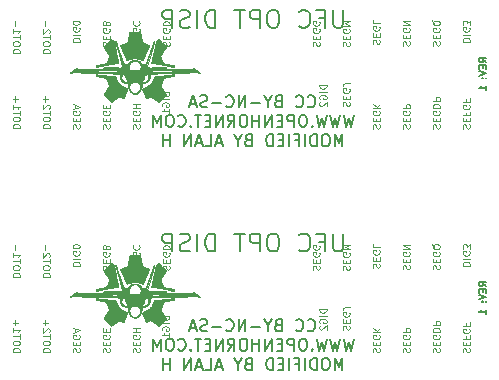
<source format=gbr>
G04 #@! TF.GenerationSoftware,KiCad,Pcbnew,(5.1.9)-1*
G04 #@! TF.CreationDate,2021-05-14T23:18:57-04:00*
G04 #@! TF.ProjectId,2xOPT Panelized,32784f50-5420-4506-916e-656c697a6564,rev?*
G04 #@! TF.SameCoordinates,Original*
G04 #@! TF.FileFunction,Legend,Bot*
G04 #@! TF.FilePolarity,Positive*
%FSLAX46Y46*%
G04 Gerber Fmt 4.6, Leading zero omitted, Abs format (unit mm)*
G04 Created by KiCad (PCBNEW (5.1.9)-1) date 2021-05-14 23:18:57*
%MOMM*%
%LPD*%
G01*
G04 APERTURE LIST*
%ADD10C,0.120000*%
%ADD11C,0.150000*%
%ADD12C,0.200000*%
%ADD13C,0.010000*%
G04 APERTURE END LIST*
D10*
X142742142Y-74581714D02*
X142713571Y-74496000D01*
X142713571Y-74353142D01*
X142742142Y-74296000D01*
X142770714Y-74267428D01*
X142827857Y-74238857D01*
X142885000Y-74238857D01*
X142942142Y-74267428D01*
X142970714Y-74296000D01*
X142999285Y-74353142D01*
X143027857Y-74467428D01*
X143056428Y-74524571D01*
X143085000Y-74553142D01*
X143142142Y-74581714D01*
X143199285Y-74581714D01*
X143256428Y-74553142D01*
X143285000Y-74524571D01*
X143313571Y-74467428D01*
X143313571Y-74324571D01*
X143285000Y-74238857D01*
X143027857Y-73981714D02*
X143027857Y-73781714D01*
X142713571Y-73696000D02*
X142713571Y-73981714D01*
X143313571Y-73981714D01*
X143313571Y-73696000D01*
X143285000Y-73124571D02*
X143313571Y-73181714D01*
X143313571Y-73267428D01*
X143285000Y-73353142D01*
X143227857Y-73410285D01*
X143170714Y-73438857D01*
X143056428Y-73467428D01*
X142970714Y-73467428D01*
X142856428Y-73438857D01*
X142799285Y-73410285D01*
X142742142Y-73353142D01*
X142713571Y-73267428D01*
X142713571Y-73210285D01*
X142742142Y-73124571D01*
X142770714Y-73096000D01*
X142970714Y-73096000D01*
X142970714Y-73210285D01*
X142713571Y-72838857D02*
X143313571Y-72838857D01*
X143313571Y-72610285D01*
X143285000Y-72553142D01*
X143256428Y-72524571D01*
X143199285Y-72496000D01*
X143113571Y-72496000D01*
X143056428Y-72524571D01*
X143027857Y-72553142D01*
X142999285Y-72610285D01*
X142999285Y-72838857D01*
X140202142Y-74581714D02*
X140173571Y-74496000D01*
X140173571Y-74353142D01*
X140202142Y-74296000D01*
X140230714Y-74267428D01*
X140287857Y-74238857D01*
X140345000Y-74238857D01*
X140402142Y-74267428D01*
X140430714Y-74296000D01*
X140459285Y-74353142D01*
X140487857Y-74467428D01*
X140516428Y-74524571D01*
X140545000Y-74553142D01*
X140602142Y-74581714D01*
X140659285Y-74581714D01*
X140716428Y-74553142D01*
X140745000Y-74524571D01*
X140773571Y-74467428D01*
X140773571Y-74324571D01*
X140745000Y-74238857D01*
X140487857Y-73981714D02*
X140487857Y-73781714D01*
X140173571Y-73696000D02*
X140173571Y-73981714D01*
X140773571Y-73981714D01*
X140773571Y-73696000D01*
X140745000Y-73124571D02*
X140773571Y-73181714D01*
X140773571Y-73267428D01*
X140745000Y-73353142D01*
X140687857Y-73410285D01*
X140630714Y-73438857D01*
X140516428Y-73467428D01*
X140430714Y-73467428D01*
X140316428Y-73438857D01*
X140259285Y-73410285D01*
X140202142Y-73353142D01*
X140173571Y-73267428D01*
X140173571Y-73210285D01*
X140202142Y-73124571D01*
X140230714Y-73096000D01*
X140430714Y-73096000D01*
X140430714Y-73210285D01*
X140173571Y-72838857D02*
X140773571Y-72838857D01*
X140173571Y-72496000D02*
X140516428Y-72753142D01*
X140773571Y-72496000D02*
X140430714Y-72838857D01*
X137662142Y-72676714D02*
X137633571Y-72591000D01*
X137633571Y-72448142D01*
X137662142Y-72391000D01*
X137690714Y-72362428D01*
X137747857Y-72333857D01*
X137805000Y-72333857D01*
X137862142Y-72362428D01*
X137890714Y-72391000D01*
X137919285Y-72448142D01*
X137947857Y-72562428D01*
X137976428Y-72619571D01*
X138005000Y-72648142D01*
X138062142Y-72676714D01*
X138119285Y-72676714D01*
X138176428Y-72648142D01*
X138205000Y-72619571D01*
X138233571Y-72562428D01*
X138233571Y-72419571D01*
X138205000Y-72333857D01*
X137947857Y-72076714D02*
X137947857Y-71876714D01*
X137633571Y-71791000D02*
X137633571Y-72076714D01*
X138233571Y-72076714D01*
X138233571Y-71791000D01*
X138205000Y-71219571D02*
X138233571Y-71276714D01*
X138233571Y-71362428D01*
X138205000Y-71448142D01*
X138147857Y-71505285D01*
X138090714Y-71533857D01*
X137976428Y-71562428D01*
X137890714Y-71562428D01*
X137776428Y-71533857D01*
X137719285Y-71505285D01*
X137662142Y-71448142D01*
X137633571Y-71362428D01*
X137633571Y-71305285D01*
X137662142Y-71219571D01*
X137690714Y-71191000D01*
X137890714Y-71191000D01*
X137890714Y-71305285D01*
X138233571Y-70762428D02*
X137805000Y-70762428D01*
X137719285Y-70791000D01*
X137662142Y-70848142D01*
X137633571Y-70933857D01*
X137633571Y-70991000D01*
X119882142Y-74581714D02*
X119853571Y-74496000D01*
X119853571Y-74353142D01*
X119882142Y-74296000D01*
X119910714Y-74267428D01*
X119967857Y-74238857D01*
X120025000Y-74238857D01*
X120082142Y-74267428D01*
X120110714Y-74296000D01*
X120139285Y-74353142D01*
X120167857Y-74467428D01*
X120196428Y-74524571D01*
X120225000Y-74553142D01*
X120282142Y-74581714D01*
X120339285Y-74581714D01*
X120396428Y-74553142D01*
X120425000Y-74524571D01*
X120453571Y-74467428D01*
X120453571Y-74324571D01*
X120425000Y-74238857D01*
X120167857Y-73981714D02*
X120167857Y-73781714D01*
X119853571Y-73696000D02*
X119853571Y-73981714D01*
X120453571Y-73981714D01*
X120453571Y-73696000D01*
X120425000Y-73124571D02*
X120453571Y-73181714D01*
X120453571Y-73267428D01*
X120425000Y-73353142D01*
X120367857Y-73410285D01*
X120310714Y-73438857D01*
X120196428Y-73467428D01*
X120110714Y-73467428D01*
X119996428Y-73438857D01*
X119939285Y-73410285D01*
X119882142Y-73353142D01*
X119853571Y-73267428D01*
X119853571Y-73210285D01*
X119882142Y-73124571D01*
X119910714Y-73096000D01*
X120110714Y-73096000D01*
X120110714Y-73210285D01*
X119853571Y-72838857D02*
X120453571Y-72838857D01*
X120167857Y-72838857D02*
X120167857Y-72496000D01*
X119853571Y-72496000D02*
X120453571Y-72496000D01*
D11*
X149796428Y-68979000D02*
X149510714Y-68779000D01*
X149796428Y-68636142D02*
X149196428Y-68636142D01*
X149196428Y-68864714D01*
X149225000Y-68921857D01*
X149253571Y-68950428D01*
X149310714Y-68979000D01*
X149396428Y-68979000D01*
X149453571Y-68950428D01*
X149482142Y-68921857D01*
X149510714Y-68864714D01*
X149510714Y-68636142D01*
X149482142Y-69236142D02*
X149482142Y-69436142D01*
X149796428Y-69521857D02*
X149796428Y-69236142D01*
X149196428Y-69236142D01*
X149196428Y-69521857D01*
X149196428Y-69693285D02*
X149796428Y-69893285D01*
X149196428Y-70093285D01*
X149739285Y-70293285D02*
X149767857Y-70321857D01*
X149796428Y-70293285D01*
X149767857Y-70264714D01*
X149739285Y-70293285D01*
X149796428Y-70293285D01*
X149425000Y-70293285D02*
X149453571Y-70321857D01*
X149482142Y-70293285D01*
X149453571Y-70264714D01*
X149425000Y-70293285D01*
X149482142Y-70293285D01*
X149796428Y-71350428D02*
X149796428Y-71007571D01*
X149796428Y-71179000D02*
X149196428Y-71179000D01*
X149282142Y-71121857D01*
X149339285Y-71064714D01*
X149367857Y-71007571D01*
X134691666Y-72686142D02*
X134739285Y-72733761D01*
X134882142Y-72781380D01*
X134977380Y-72781380D01*
X135120238Y-72733761D01*
X135215476Y-72638523D01*
X135263095Y-72543285D01*
X135310714Y-72352809D01*
X135310714Y-72209952D01*
X135263095Y-72019476D01*
X135215476Y-71924238D01*
X135120238Y-71829000D01*
X134977380Y-71781380D01*
X134882142Y-71781380D01*
X134739285Y-71829000D01*
X134691666Y-71876619D01*
X133691666Y-72686142D02*
X133739285Y-72733761D01*
X133882142Y-72781380D01*
X133977380Y-72781380D01*
X134120238Y-72733761D01*
X134215476Y-72638523D01*
X134263095Y-72543285D01*
X134310714Y-72352809D01*
X134310714Y-72209952D01*
X134263095Y-72019476D01*
X134215476Y-71924238D01*
X134120238Y-71829000D01*
X133977380Y-71781380D01*
X133882142Y-71781380D01*
X133739285Y-71829000D01*
X133691666Y-71876619D01*
X132167857Y-72257571D02*
X132025000Y-72305190D01*
X131977380Y-72352809D01*
X131929761Y-72448047D01*
X131929761Y-72590904D01*
X131977380Y-72686142D01*
X132025000Y-72733761D01*
X132120238Y-72781380D01*
X132501190Y-72781380D01*
X132501190Y-71781380D01*
X132167857Y-71781380D01*
X132072619Y-71829000D01*
X132025000Y-71876619D01*
X131977380Y-71971857D01*
X131977380Y-72067095D01*
X132025000Y-72162333D01*
X132072619Y-72209952D01*
X132167857Y-72257571D01*
X132501190Y-72257571D01*
X131310714Y-72305190D02*
X131310714Y-72781380D01*
X131644047Y-71781380D02*
X131310714Y-72305190D01*
X130977380Y-71781380D01*
X130644047Y-72400428D02*
X129882142Y-72400428D01*
X129405952Y-72781380D02*
X129405952Y-71781380D01*
X128834523Y-72781380D01*
X128834523Y-71781380D01*
X127786904Y-72686142D02*
X127834523Y-72733761D01*
X127977380Y-72781380D01*
X128072619Y-72781380D01*
X128215476Y-72733761D01*
X128310714Y-72638523D01*
X128358333Y-72543285D01*
X128405952Y-72352809D01*
X128405952Y-72209952D01*
X128358333Y-72019476D01*
X128310714Y-71924238D01*
X128215476Y-71829000D01*
X128072619Y-71781380D01*
X127977380Y-71781380D01*
X127834523Y-71829000D01*
X127786904Y-71876619D01*
X127358333Y-72400428D02*
X126596428Y-72400428D01*
X126167857Y-72733761D02*
X126025000Y-72781380D01*
X125786904Y-72781380D01*
X125691666Y-72733761D01*
X125644047Y-72686142D01*
X125596428Y-72590904D01*
X125596428Y-72495666D01*
X125644047Y-72400428D01*
X125691666Y-72352809D01*
X125786904Y-72305190D01*
X125977380Y-72257571D01*
X126072619Y-72209952D01*
X126120238Y-72162333D01*
X126167857Y-72067095D01*
X126167857Y-71971857D01*
X126120238Y-71876619D01*
X126072619Y-71829000D01*
X125977380Y-71781380D01*
X125739285Y-71781380D01*
X125596428Y-71829000D01*
X125215476Y-72495666D02*
X124739285Y-72495666D01*
X125310714Y-72781380D02*
X124977380Y-71781380D01*
X124644047Y-72781380D01*
X138572619Y-73431380D02*
X138334523Y-74431380D01*
X138144047Y-73717095D01*
X137953571Y-74431380D01*
X137715476Y-73431380D01*
X137429761Y-73431380D02*
X137191666Y-74431380D01*
X137001190Y-73717095D01*
X136810714Y-74431380D01*
X136572619Y-73431380D01*
X136286904Y-73431380D02*
X136048809Y-74431380D01*
X135858333Y-73717095D01*
X135667857Y-74431380D01*
X135429761Y-73431380D01*
X135048809Y-74336142D02*
X135001190Y-74383761D01*
X135048809Y-74431380D01*
X135096428Y-74383761D01*
X135048809Y-74336142D01*
X135048809Y-74431380D01*
X134382142Y-73431380D02*
X134191666Y-73431380D01*
X134096428Y-73479000D01*
X134001190Y-73574238D01*
X133953571Y-73764714D01*
X133953571Y-74098047D01*
X134001190Y-74288523D01*
X134096428Y-74383761D01*
X134191666Y-74431380D01*
X134382142Y-74431380D01*
X134477380Y-74383761D01*
X134572619Y-74288523D01*
X134620238Y-74098047D01*
X134620238Y-73764714D01*
X134572619Y-73574238D01*
X134477380Y-73479000D01*
X134382142Y-73431380D01*
X133525000Y-74431380D02*
X133525000Y-73431380D01*
X133144047Y-73431380D01*
X133048809Y-73479000D01*
X133001190Y-73526619D01*
X132953571Y-73621857D01*
X132953571Y-73764714D01*
X133001190Y-73859952D01*
X133048809Y-73907571D01*
X133144047Y-73955190D01*
X133525000Y-73955190D01*
X132525000Y-73907571D02*
X132191666Y-73907571D01*
X132048809Y-74431380D02*
X132525000Y-74431380D01*
X132525000Y-73431380D01*
X132048809Y-73431380D01*
X131620238Y-74431380D02*
X131620238Y-73431380D01*
X131048809Y-74431380D01*
X131048809Y-73431380D01*
X130572619Y-74431380D02*
X130572619Y-73431380D01*
X130572619Y-73907571D02*
X130001190Y-73907571D01*
X130001190Y-74431380D02*
X130001190Y-73431380D01*
X129334523Y-73431380D02*
X129144047Y-73431380D01*
X129048809Y-73479000D01*
X128953571Y-73574238D01*
X128905952Y-73764714D01*
X128905952Y-74098047D01*
X128953571Y-74288523D01*
X129048809Y-74383761D01*
X129144047Y-74431380D01*
X129334523Y-74431380D01*
X129429761Y-74383761D01*
X129525000Y-74288523D01*
X129572619Y-74098047D01*
X129572619Y-73764714D01*
X129525000Y-73574238D01*
X129429761Y-73479000D01*
X129334523Y-73431380D01*
X127905952Y-74431380D02*
X128239285Y-73955190D01*
X128477380Y-74431380D02*
X128477380Y-73431380D01*
X128096428Y-73431380D01*
X128001190Y-73479000D01*
X127953571Y-73526619D01*
X127905952Y-73621857D01*
X127905952Y-73764714D01*
X127953571Y-73859952D01*
X128001190Y-73907571D01*
X128096428Y-73955190D01*
X128477380Y-73955190D01*
X127477380Y-74431380D02*
X127477380Y-73431380D01*
X126905952Y-74431380D01*
X126905952Y-73431380D01*
X126429761Y-73907571D02*
X126096428Y-73907571D01*
X125953571Y-74431380D02*
X126429761Y-74431380D01*
X126429761Y-73431380D01*
X125953571Y-73431380D01*
X125667857Y-73431380D02*
X125096428Y-73431380D01*
X125382142Y-74431380D02*
X125382142Y-73431380D01*
X124763095Y-74336142D02*
X124715476Y-74383761D01*
X124763095Y-74431380D01*
X124810714Y-74383761D01*
X124763095Y-74336142D01*
X124763095Y-74431380D01*
X123715476Y-74336142D02*
X123763095Y-74383761D01*
X123905952Y-74431380D01*
X124001190Y-74431380D01*
X124144047Y-74383761D01*
X124239285Y-74288523D01*
X124286904Y-74193285D01*
X124334523Y-74002809D01*
X124334523Y-73859952D01*
X124286904Y-73669476D01*
X124239285Y-73574238D01*
X124144047Y-73479000D01*
X124001190Y-73431380D01*
X123905952Y-73431380D01*
X123763095Y-73479000D01*
X123715476Y-73526619D01*
X123096428Y-73431380D02*
X122905952Y-73431380D01*
X122810714Y-73479000D01*
X122715476Y-73574238D01*
X122667857Y-73764714D01*
X122667857Y-74098047D01*
X122715476Y-74288523D01*
X122810714Y-74383761D01*
X122905952Y-74431380D01*
X123096428Y-74431380D01*
X123191666Y-74383761D01*
X123286904Y-74288523D01*
X123334523Y-74098047D01*
X123334523Y-73764714D01*
X123286904Y-73574238D01*
X123191666Y-73479000D01*
X123096428Y-73431380D01*
X122239285Y-74431380D02*
X122239285Y-73431380D01*
X121905952Y-74145666D01*
X121572619Y-73431380D01*
X121572619Y-74431380D01*
X137620238Y-76081380D02*
X137620238Y-75081380D01*
X137286904Y-75795666D01*
X136953571Y-75081380D01*
X136953571Y-76081380D01*
X136286904Y-75081380D02*
X136096428Y-75081380D01*
X136001190Y-75129000D01*
X135905952Y-75224238D01*
X135858333Y-75414714D01*
X135858333Y-75748047D01*
X135905952Y-75938523D01*
X136001190Y-76033761D01*
X136096428Y-76081380D01*
X136286904Y-76081380D01*
X136382142Y-76033761D01*
X136477380Y-75938523D01*
X136525000Y-75748047D01*
X136525000Y-75414714D01*
X136477380Y-75224238D01*
X136382142Y-75129000D01*
X136286904Y-75081380D01*
X135429761Y-76081380D02*
X135429761Y-75081380D01*
X135191666Y-75081380D01*
X135048809Y-75129000D01*
X134953571Y-75224238D01*
X134905952Y-75319476D01*
X134858333Y-75509952D01*
X134858333Y-75652809D01*
X134905952Y-75843285D01*
X134953571Y-75938523D01*
X135048809Y-76033761D01*
X135191666Y-76081380D01*
X135429761Y-76081380D01*
X134429761Y-76081380D02*
X134429761Y-75081380D01*
X133620238Y-75557571D02*
X133953571Y-75557571D01*
X133953571Y-76081380D02*
X133953571Y-75081380D01*
X133477380Y-75081380D01*
X133096428Y-76081380D02*
X133096428Y-75081380D01*
X132620238Y-75557571D02*
X132286904Y-75557571D01*
X132144047Y-76081380D02*
X132620238Y-76081380D01*
X132620238Y-75081380D01*
X132144047Y-75081380D01*
X131715476Y-76081380D02*
X131715476Y-75081380D01*
X131477380Y-75081380D01*
X131334523Y-75129000D01*
X131239285Y-75224238D01*
X131191666Y-75319476D01*
X131144047Y-75509952D01*
X131144047Y-75652809D01*
X131191666Y-75843285D01*
X131239285Y-75938523D01*
X131334523Y-76033761D01*
X131477380Y-76081380D01*
X131715476Y-76081380D01*
X129620238Y-75557571D02*
X129477380Y-75605190D01*
X129429761Y-75652809D01*
X129382142Y-75748047D01*
X129382142Y-75890904D01*
X129429761Y-75986142D01*
X129477380Y-76033761D01*
X129572619Y-76081380D01*
X129953571Y-76081380D01*
X129953571Y-75081380D01*
X129620238Y-75081380D01*
X129525000Y-75129000D01*
X129477380Y-75176619D01*
X129429761Y-75271857D01*
X129429761Y-75367095D01*
X129477380Y-75462333D01*
X129525000Y-75509952D01*
X129620238Y-75557571D01*
X129953571Y-75557571D01*
X128763095Y-75605190D02*
X128763095Y-76081380D01*
X129096428Y-75081380D02*
X128763095Y-75605190D01*
X128429761Y-75081380D01*
X127382142Y-75795666D02*
X126905952Y-75795666D01*
X127477380Y-76081380D02*
X127144047Y-75081380D01*
X126810714Y-76081380D01*
X126001190Y-76081380D02*
X126477380Y-76081380D01*
X126477380Y-75081380D01*
X125715476Y-75795666D02*
X125239285Y-75795666D01*
X125810714Y-76081380D02*
X125477380Y-75081380D01*
X125144047Y-76081380D01*
X124810714Y-76081380D02*
X124810714Y-75081380D01*
X124239285Y-76081380D01*
X124239285Y-75081380D01*
X123001190Y-76081380D02*
X123001190Y-75081380D01*
X123001190Y-75557571D02*
X122429761Y-75557571D01*
X122429761Y-76081380D02*
X122429761Y-75081380D01*
D12*
X137692857Y-64532571D02*
X137692857Y-65746857D01*
X137621428Y-65889714D01*
X137550000Y-65961142D01*
X137407142Y-66032571D01*
X137121428Y-66032571D01*
X136978571Y-65961142D01*
X136907142Y-65889714D01*
X136835714Y-65746857D01*
X136835714Y-64532571D01*
X135621428Y-65246857D02*
X136121428Y-65246857D01*
X136121428Y-66032571D02*
X136121428Y-64532571D01*
X135407142Y-64532571D01*
X133978571Y-65889714D02*
X134050000Y-65961142D01*
X134264285Y-66032571D01*
X134407142Y-66032571D01*
X134621428Y-65961142D01*
X134764285Y-65818285D01*
X134835714Y-65675428D01*
X134907142Y-65389714D01*
X134907142Y-65175428D01*
X134835714Y-64889714D01*
X134764285Y-64746857D01*
X134621428Y-64604000D01*
X134407142Y-64532571D01*
X134264285Y-64532571D01*
X134050000Y-64604000D01*
X133978571Y-64675428D01*
X131907142Y-64532571D02*
X131621428Y-64532571D01*
X131478571Y-64604000D01*
X131335714Y-64746857D01*
X131264285Y-65032571D01*
X131264285Y-65532571D01*
X131335714Y-65818285D01*
X131478571Y-65961142D01*
X131621428Y-66032571D01*
X131907142Y-66032571D01*
X132050000Y-65961142D01*
X132192857Y-65818285D01*
X132264285Y-65532571D01*
X132264285Y-65032571D01*
X132192857Y-64746857D01*
X132050000Y-64604000D01*
X131907142Y-64532571D01*
X130621428Y-66032571D02*
X130621428Y-64532571D01*
X130050000Y-64532571D01*
X129907142Y-64604000D01*
X129835714Y-64675428D01*
X129764285Y-64818285D01*
X129764285Y-65032571D01*
X129835714Y-65175428D01*
X129907142Y-65246857D01*
X130050000Y-65318285D01*
X130621428Y-65318285D01*
X129335714Y-64532571D02*
X128478571Y-64532571D01*
X128907142Y-66032571D02*
X128907142Y-64532571D01*
X126835714Y-66032571D02*
X126835714Y-64532571D01*
X126478571Y-64532571D01*
X126264285Y-64604000D01*
X126121428Y-64746857D01*
X126050000Y-64889714D01*
X125978571Y-65175428D01*
X125978571Y-65389714D01*
X126050000Y-65675428D01*
X126121428Y-65818285D01*
X126264285Y-65961142D01*
X126478571Y-66032571D01*
X126835714Y-66032571D01*
X125335714Y-66032571D02*
X125335714Y-64532571D01*
X124692857Y-65961142D02*
X124478571Y-66032571D01*
X124121428Y-66032571D01*
X123978571Y-65961142D01*
X123907142Y-65889714D01*
X123835714Y-65746857D01*
X123835714Y-65604000D01*
X123907142Y-65461142D01*
X123978571Y-65389714D01*
X124121428Y-65318285D01*
X124407142Y-65246857D01*
X124550000Y-65175428D01*
X124621428Y-65104000D01*
X124692857Y-64961142D01*
X124692857Y-64818285D01*
X124621428Y-64675428D01*
X124550000Y-64604000D01*
X124407142Y-64532571D01*
X124050000Y-64532571D01*
X123835714Y-64604000D01*
X123192857Y-66032571D02*
X123192857Y-64532571D01*
X122621428Y-64532571D01*
X122478571Y-64604000D01*
X122407142Y-64675428D01*
X122335714Y-64818285D01*
X122335714Y-65032571D01*
X122407142Y-65175428D01*
X122478571Y-65246857D01*
X122621428Y-65318285D01*
X123192857Y-65318285D01*
D10*
X145282142Y-67555571D02*
X145253571Y-67469857D01*
X145253571Y-67327000D01*
X145282142Y-67269857D01*
X145310714Y-67241285D01*
X145367857Y-67212714D01*
X145425000Y-67212714D01*
X145482142Y-67241285D01*
X145510714Y-67269857D01*
X145539285Y-67327000D01*
X145567857Y-67441285D01*
X145596428Y-67498428D01*
X145625000Y-67527000D01*
X145682142Y-67555571D01*
X145739285Y-67555571D01*
X145796428Y-67527000D01*
X145825000Y-67498428D01*
X145853571Y-67441285D01*
X145853571Y-67298428D01*
X145825000Y-67212714D01*
X145567857Y-66955571D02*
X145567857Y-66755571D01*
X145253571Y-66669857D02*
X145253571Y-66955571D01*
X145853571Y-66955571D01*
X145853571Y-66669857D01*
X145825000Y-66098428D02*
X145853571Y-66155571D01*
X145853571Y-66241285D01*
X145825000Y-66327000D01*
X145767857Y-66384142D01*
X145710714Y-66412714D01*
X145596428Y-66441285D01*
X145510714Y-66441285D01*
X145396428Y-66412714D01*
X145339285Y-66384142D01*
X145282142Y-66327000D01*
X145253571Y-66241285D01*
X145253571Y-66184142D01*
X145282142Y-66098428D01*
X145310714Y-66069857D01*
X145510714Y-66069857D01*
X145510714Y-66184142D01*
X145196428Y-65412714D02*
X145225000Y-65469857D01*
X145282142Y-65527000D01*
X145367857Y-65612714D01*
X145396428Y-65669857D01*
X145396428Y-65727000D01*
X145253571Y-65698428D02*
X145282142Y-65755571D01*
X145339285Y-65812714D01*
X145453571Y-65841285D01*
X145653571Y-65841285D01*
X145767857Y-65812714D01*
X145825000Y-65755571D01*
X145853571Y-65698428D01*
X145853571Y-65584142D01*
X145825000Y-65527000D01*
X145767857Y-65469857D01*
X145653571Y-65441285D01*
X145453571Y-65441285D01*
X145339285Y-65469857D01*
X145282142Y-65527000D01*
X145253571Y-65584142D01*
X145253571Y-65698428D01*
X147793571Y-67241285D02*
X148393571Y-67241285D01*
X148393571Y-67098428D01*
X148365000Y-67012714D01*
X148307857Y-66955571D01*
X148250714Y-66927000D01*
X148136428Y-66898428D01*
X148050714Y-66898428D01*
X147936428Y-66927000D01*
X147879285Y-66955571D01*
X147822142Y-67012714D01*
X147793571Y-67098428D01*
X147793571Y-67241285D01*
X147793571Y-66641285D02*
X148393571Y-66641285D01*
X148365000Y-66041285D02*
X148393571Y-66098428D01*
X148393571Y-66184142D01*
X148365000Y-66269857D01*
X148307857Y-66327000D01*
X148250714Y-66355571D01*
X148136428Y-66384142D01*
X148050714Y-66384142D01*
X147936428Y-66355571D01*
X147879285Y-66327000D01*
X147822142Y-66269857D01*
X147793571Y-66184142D01*
X147793571Y-66127000D01*
X147822142Y-66041285D01*
X147850714Y-66012714D01*
X148050714Y-66012714D01*
X148050714Y-66127000D01*
X148393571Y-65812714D02*
X148393571Y-65441285D01*
X148165000Y-65641285D01*
X148165000Y-65555571D01*
X148136428Y-65498428D01*
X148107857Y-65469857D01*
X148050714Y-65441285D01*
X147907857Y-65441285D01*
X147850714Y-65469857D01*
X147822142Y-65498428D01*
X147793571Y-65555571D01*
X147793571Y-65727000D01*
X147822142Y-65784142D01*
X147850714Y-65812714D01*
X140202142Y-67412714D02*
X140173571Y-67327000D01*
X140173571Y-67184142D01*
X140202142Y-67127000D01*
X140230714Y-67098428D01*
X140287857Y-67069857D01*
X140345000Y-67069857D01*
X140402142Y-67098428D01*
X140430714Y-67127000D01*
X140459285Y-67184142D01*
X140487857Y-67298428D01*
X140516428Y-67355571D01*
X140545000Y-67384142D01*
X140602142Y-67412714D01*
X140659285Y-67412714D01*
X140716428Y-67384142D01*
X140745000Y-67355571D01*
X140773571Y-67298428D01*
X140773571Y-67155571D01*
X140745000Y-67069857D01*
X140487857Y-66812714D02*
X140487857Y-66612714D01*
X140173571Y-66527000D02*
X140173571Y-66812714D01*
X140773571Y-66812714D01*
X140773571Y-66527000D01*
X140745000Y-65955571D02*
X140773571Y-66012714D01*
X140773571Y-66098428D01*
X140745000Y-66184142D01*
X140687857Y-66241285D01*
X140630714Y-66269857D01*
X140516428Y-66298428D01*
X140430714Y-66298428D01*
X140316428Y-66269857D01*
X140259285Y-66241285D01*
X140202142Y-66184142D01*
X140173571Y-66098428D01*
X140173571Y-66041285D01*
X140202142Y-65955571D01*
X140230714Y-65927000D01*
X140430714Y-65927000D01*
X140430714Y-66041285D01*
X140173571Y-65384142D02*
X140173571Y-65669857D01*
X140773571Y-65669857D01*
X142742142Y-67555571D02*
X142713571Y-67469857D01*
X142713571Y-67327000D01*
X142742142Y-67269857D01*
X142770714Y-67241285D01*
X142827857Y-67212714D01*
X142885000Y-67212714D01*
X142942142Y-67241285D01*
X142970714Y-67269857D01*
X142999285Y-67327000D01*
X143027857Y-67441285D01*
X143056428Y-67498428D01*
X143085000Y-67527000D01*
X143142142Y-67555571D01*
X143199285Y-67555571D01*
X143256428Y-67527000D01*
X143285000Y-67498428D01*
X143313571Y-67441285D01*
X143313571Y-67298428D01*
X143285000Y-67212714D01*
X143027857Y-66955571D02*
X143027857Y-66755571D01*
X142713571Y-66669857D02*
X142713571Y-66955571D01*
X143313571Y-66955571D01*
X143313571Y-66669857D01*
X143285000Y-66098428D02*
X143313571Y-66155571D01*
X143313571Y-66241285D01*
X143285000Y-66327000D01*
X143227857Y-66384142D01*
X143170714Y-66412714D01*
X143056428Y-66441285D01*
X142970714Y-66441285D01*
X142856428Y-66412714D01*
X142799285Y-66384142D01*
X142742142Y-66327000D01*
X142713571Y-66241285D01*
X142713571Y-66184142D01*
X142742142Y-66098428D01*
X142770714Y-66069857D01*
X142970714Y-66069857D01*
X142970714Y-66184142D01*
X142713571Y-65812714D02*
X143313571Y-65812714D01*
X142713571Y-65469857D01*
X143313571Y-65469857D01*
X137662142Y-67612714D02*
X137633571Y-67527000D01*
X137633571Y-67384142D01*
X137662142Y-67327000D01*
X137690714Y-67298428D01*
X137747857Y-67269857D01*
X137805000Y-67269857D01*
X137862142Y-67298428D01*
X137890714Y-67327000D01*
X137919285Y-67384142D01*
X137947857Y-67498428D01*
X137976428Y-67555571D01*
X138005000Y-67584142D01*
X138062142Y-67612714D01*
X138119285Y-67612714D01*
X138176428Y-67584142D01*
X138205000Y-67555571D01*
X138233571Y-67498428D01*
X138233571Y-67355571D01*
X138205000Y-67269857D01*
X137947857Y-67012714D02*
X137947857Y-66812714D01*
X137633571Y-66727000D02*
X137633571Y-67012714D01*
X138233571Y-67012714D01*
X138233571Y-66727000D01*
X138205000Y-66155571D02*
X138233571Y-66212714D01*
X138233571Y-66298428D01*
X138205000Y-66384142D01*
X138147857Y-66441285D01*
X138090714Y-66469857D01*
X137976428Y-66498428D01*
X137890714Y-66498428D01*
X137776428Y-66469857D01*
X137719285Y-66441285D01*
X137662142Y-66384142D01*
X137633571Y-66298428D01*
X137633571Y-66241285D01*
X137662142Y-66155571D01*
X137690714Y-66127000D01*
X137890714Y-66127000D01*
X137890714Y-66241285D01*
X137633571Y-65869857D02*
X138233571Y-65869857D01*
X137805000Y-65669857D01*
X138233571Y-65469857D01*
X137633571Y-65469857D01*
X136271428Y-70876714D02*
X135671428Y-70876714D01*
X135671428Y-71019571D01*
X135700000Y-71105285D01*
X135757142Y-71162428D01*
X135814285Y-71191000D01*
X135928571Y-71219571D01*
X136014285Y-71219571D01*
X136128571Y-71191000D01*
X136185714Y-71162428D01*
X136242857Y-71105285D01*
X136271428Y-71019571D01*
X136271428Y-70876714D01*
X136271428Y-71476714D02*
X135671428Y-71476714D01*
X135700000Y-72076714D02*
X135671428Y-72019571D01*
X135671428Y-71933857D01*
X135700000Y-71848142D01*
X135757142Y-71791000D01*
X135814285Y-71762428D01*
X135928571Y-71733857D01*
X136014285Y-71733857D01*
X136128571Y-71762428D01*
X136185714Y-71791000D01*
X136242857Y-71848142D01*
X136271428Y-71933857D01*
X136271428Y-71991000D01*
X136242857Y-72076714D01*
X136214285Y-72105285D01*
X136014285Y-72105285D01*
X136014285Y-71991000D01*
X135728571Y-72333857D02*
X135700000Y-72362428D01*
X135671428Y-72419571D01*
X135671428Y-72562428D01*
X135700000Y-72619571D01*
X135728571Y-72648142D01*
X135785714Y-72676714D01*
X135842857Y-72676714D01*
X135928571Y-72648142D01*
X136271428Y-72305285D01*
X136271428Y-72676714D01*
X122936428Y-71511714D02*
X122336428Y-71511714D01*
X122336428Y-71654571D01*
X122365000Y-71740285D01*
X122422142Y-71797428D01*
X122479285Y-71826000D01*
X122593571Y-71854571D01*
X122679285Y-71854571D01*
X122793571Y-71826000D01*
X122850714Y-71797428D01*
X122907857Y-71740285D01*
X122936428Y-71654571D01*
X122936428Y-71511714D01*
X122936428Y-72111714D02*
X122336428Y-72111714D01*
X122365000Y-72711714D02*
X122336428Y-72654571D01*
X122336428Y-72568857D01*
X122365000Y-72483142D01*
X122422142Y-72426000D01*
X122479285Y-72397428D01*
X122593571Y-72368857D01*
X122679285Y-72368857D01*
X122793571Y-72397428D01*
X122850714Y-72426000D01*
X122907857Y-72483142D01*
X122936428Y-72568857D01*
X122936428Y-72626000D01*
X122907857Y-72711714D01*
X122879285Y-72740285D01*
X122679285Y-72740285D01*
X122679285Y-72626000D01*
X122936428Y-73311714D02*
X122936428Y-72968857D01*
X122936428Y-73140285D02*
X122336428Y-73140285D01*
X122422142Y-73083142D01*
X122479285Y-73026000D01*
X122507857Y-72968857D01*
X114773571Y-67241285D02*
X115373571Y-67241285D01*
X115373571Y-67098428D01*
X115345000Y-67012714D01*
X115287857Y-66955571D01*
X115230714Y-66927000D01*
X115116428Y-66898428D01*
X115030714Y-66898428D01*
X114916428Y-66927000D01*
X114859285Y-66955571D01*
X114802142Y-67012714D01*
X114773571Y-67098428D01*
X114773571Y-67241285D01*
X114773571Y-66641285D02*
X115373571Y-66641285D01*
X115345000Y-66041285D02*
X115373571Y-66098428D01*
X115373571Y-66184142D01*
X115345000Y-66269857D01*
X115287857Y-66327000D01*
X115230714Y-66355571D01*
X115116428Y-66384142D01*
X115030714Y-66384142D01*
X114916428Y-66355571D01*
X114859285Y-66327000D01*
X114802142Y-66269857D01*
X114773571Y-66184142D01*
X114773571Y-66127000D01*
X114802142Y-66041285D01*
X114830714Y-66012714D01*
X115030714Y-66012714D01*
X115030714Y-66127000D01*
X115373571Y-65641285D02*
X115373571Y-65584142D01*
X115345000Y-65527000D01*
X115316428Y-65498428D01*
X115259285Y-65469857D01*
X115145000Y-65441285D01*
X115002142Y-65441285D01*
X114887857Y-65469857D01*
X114830714Y-65498428D01*
X114802142Y-65527000D01*
X114773571Y-65584142D01*
X114773571Y-65641285D01*
X114802142Y-65698428D01*
X114830714Y-65727000D01*
X114887857Y-65755571D01*
X115002142Y-65784142D01*
X115145000Y-65784142D01*
X115259285Y-65755571D01*
X115316428Y-65727000D01*
X115345000Y-65698428D01*
X115373571Y-65641285D01*
X112233571Y-68184142D02*
X112833571Y-68184142D01*
X112833571Y-68041285D01*
X112805000Y-67955571D01*
X112747857Y-67898428D01*
X112690714Y-67869857D01*
X112576428Y-67841285D01*
X112490714Y-67841285D01*
X112376428Y-67869857D01*
X112319285Y-67898428D01*
X112262142Y-67955571D01*
X112233571Y-68041285D01*
X112233571Y-68184142D01*
X112833571Y-67469857D02*
X112833571Y-67355571D01*
X112805000Y-67298428D01*
X112747857Y-67241285D01*
X112633571Y-67212714D01*
X112433571Y-67212714D01*
X112319285Y-67241285D01*
X112262142Y-67298428D01*
X112233571Y-67355571D01*
X112233571Y-67469857D01*
X112262142Y-67527000D01*
X112319285Y-67584142D01*
X112433571Y-67612714D01*
X112633571Y-67612714D01*
X112747857Y-67584142D01*
X112805000Y-67527000D01*
X112833571Y-67469857D01*
X112833571Y-67041285D02*
X112833571Y-66698428D01*
X112233571Y-66869857D02*
X112833571Y-66869857D01*
X112776428Y-66527000D02*
X112805000Y-66498428D01*
X112833571Y-66441285D01*
X112833571Y-66298428D01*
X112805000Y-66241285D01*
X112776428Y-66212714D01*
X112719285Y-66184142D01*
X112662142Y-66184142D01*
X112576428Y-66212714D01*
X112233571Y-66555571D01*
X112233571Y-66184142D01*
X112462142Y-65927000D02*
X112462142Y-65469857D01*
X109693571Y-68184142D02*
X110293571Y-68184142D01*
X110293571Y-68041285D01*
X110265000Y-67955571D01*
X110207857Y-67898428D01*
X110150714Y-67869857D01*
X110036428Y-67841285D01*
X109950714Y-67841285D01*
X109836428Y-67869857D01*
X109779285Y-67898428D01*
X109722142Y-67955571D01*
X109693571Y-68041285D01*
X109693571Y-68184142D01*
X110293571Y-67469857D02*
X110293571Y-67355571D01*
X110265000Y-67298428D01*
X110207857Y-67241285D01*
X110093571Y-67212714D01*
X109893571Y-67212714D01*
X109779285Y-67241285D01*
X109722142Y-67298428D01*
X109693571Y-67355571D01*
X109693571Y-67469857D01*
X109722142Y-67527000D01*
X109779285Y-67584142D01*
X109893571Y-67612714D01*
X110093571Y-67612714D01*
X110207857Y-67584142D01*
X110265000Y-67527000D01*
X110293571Y-67469857D01*
X110293571Y-67041285D02*
X110293571Y-66698428D01*
X109693571Y-66869857D02*
X110293571Y-66869857D01*
X109693571Y-66184142D02*
X109693571Y-66527000D01*
X109693571Y-66355571D02*
X110293571Y-66355571D01*
X110207857Y-66412714D01*
X110150714Y-66469857D01*
X110122142Y-66527000D01*
X109922142Y-65927000D02*
X109922142Y-65469857D01*
X122422142Y-67596714D02*
X122393571Y-67511000D01*
X122393571Y-67368142D01*
X122422142Y-67311000D01*
X122450714Y-67282428D01*
X122507857Y-67253857D01*
X122565000Y-67253857D01*
X122622142Y-67282428D01*
X122650714Y-67311000D01*
X122679285Y-67368142D01*
X122707857Y-67482428D01*
X122736428Y-67539571D01*
X122765000Y-67568142D01*
X122822142Y-67596714D01*
X122879285Y-67596714D01*
X122936428Y-67568142D01*
X122965000Y-67539571D01*
X122993571Y-67482428D01*
X122993571Y-67339571D01*
X122965000Y-67253857D01*
X122707857Y-66996714D02*
X122707857Y-66796714D01*
X122393571Y-66711000D02*
X122393571Y-66996714D01*
X122993571Y-66996714D01*
X122993571Y-66711000D01*
X122965000Y-66139571D02*
X122993571Y-66196714D01*
X122993571Y-66282428D01*
X122965000Y-66368142D01*
X122907857Y-66425285D01*
X122850714Y-66453857D01*
X122736428Y-66482428D01*
X122650714Y-66482428D01*
X122536428Y-66453857D01*
X122479285Y-66425285D01*
X122422142Y-66368142D01*
X122393571Y-66282428D01*
X122393571Y-66225285D01*
X122422142Y-66139571D01*
X122450714Y-66111000D01*
X122650714Y-66111000D01*
X122650714Y-66225285D01*
X122393571Y-65853857D02*
X122993571Y-65853857D01*
X122993571Y-65711000D01*
X122965000Y-65625285D01*
X122907857Y-65568142D01*
X122850714Y-65539571D01*
X122736428Y-65511000D01*
X122650714Y-65511000D01*
X122536428Y-65539571D01*
X122479285Y-65568142D01*
X122422142Y-65625285D01*
X122393571Y-65711000D01*
X122393571Y-65853857D01*
X135122142Y-67596714D02*
X135093571Y-67511000D01*
X135093571Y-67368142D01*
X135122142Y-67311000D01*
X135150714Y-67282428D01*
X135207857Y-67253857D01*
X135265000Y-67253857D01*
X135322142Y-67282428D01*
X135350714Y-67311000D01*
X135379285Y-67368142D01*
X135407857Y-67482428D01*
X135436428Y-67539571D01*
X135465000Y-67568142D01*
X135522142Y-67596714D01*
X135579285Y-67596714D01*
X135636428Y-67568142D01*
X135665000Y-67539571D01*
X135693571Y-67482428D01*
X135693571Y-67339571D01*
X135665000Y-67253857D01*
X135407857Y-66996714D02*
X135407857Y-66796714D01*
X135093571Y-66711000D02*
X135093571Y-66996714D01*
X135693571Y-66996714D01*
X135693571Y-66711000D01*
X135665000Y-66139571D02*
X135693571Y-66196714D01*
X135693571Y-66282428D01*
X135665000Y-66368142D01*
X135607857Y-66425285D01*
X135550714Y-66453857D01*
X135436428Y-66482428D01*
X135350714Y-66482428D01*
X135236428Y-66453857D01*
X135179285Y-66425285D01*
X135122142Y-66368142D01*
X135093571Y-66282428D01*
X135093571Y-66225285D01*
X135122142Y-66139571D01*
X135150714Y-66111000D01*
X135350714Y-66111000D01*
X135350714Y-66225285D01*
X135665000Y-65539571D02*
X135693571Y-65596714D01*
X135693571Y-65682428D01*
X135665000Y-65768142D01*
X135607857Y-65825285D01*
X135550714Y-65853857D01*
X135436428Y-65882428D01*
X135350714Y-65882428D01*
X135236428Y-65853857D01*
X135179285Y-65825285D01*
X135122142Y-65768142D01*
X135093571Y-65682428D01*
X135093571Y-65625285D01*
X135122142Y-65539571D01*
X135150714Y-65511000D01*
X135350714Y-65511000D01*
X135350714Y-65625285D01*
X147822142Y-74581714D02*
X147793571Y-74496000D01*
X147793571Y-74353142D01*
X147822142Y-74296000D01*
X147850714Y-74267428D01*
X147907857Y-74238857D01*
X147965000Y-74238857D01*
X148022142Y-74267428D01*
X148050714Y-74296000D01*
X148079285Y-74353142D01*
X148107857Y-74467428D01*
X148136428Y-74524571D01*
X148165000Y-74553142D01*
X148222142Y-74581714D01*
X148279285Y-74581714D01*
X148336428Y-74553142D01*
X148365000Y-74524571D01*
X148393571Y-74467428D01*
X148393571Y-74324571D01*
X148365000Y-74238857D01*
X148107857Y-73981714D02*
X148107857Y-73781714D01*
X147793571Y-73696000D02*
X147793571Y-73981714D01*
X148393571Y-73981714D01*
X148393571Y-73696000D01*
X148107857Y-73238857D02*
X148107857Y-73438857D01*
X147793571Y-73438857D02*
X148393571Y-73438857D01*
X148393571Y-73153142D01*
X148365000Y-72610285D02*
X148393571Y-72667428D01*
X148393571Y-72753142D01*
X148365000Y-72838857D01*
X148307857Y-72896000D01*
X148250714Y-72924571D01*
X148136428Y-72953142D01*
X148050714Y-72953142D01*
X147936428Y-72924571D01*
X147879285Y-72896000D01*
X147822142Y-72838857D01*
X147793571Y-72753142D01*
X147793571Y-72696000D01*
X147822142Y-72610285D01*
X147850714Y-72581714D01*
X148050714Y-72581714D01*
X148050714Y-72696000D01*
X148107857Y-72124571D02*
X148107857Y-72324571D01*
X147793571Y-72324571D02*
X148393571Y-72324571D01*
X148393571Y-72038857D01*
X117342142Y-74581714D02*
X117313571Y-74496000D01*
X117313571Y-74353142D01*
X117342142Y-74296000D01*
X117370714Y-74267428D01*
X117427857Y-74238857D01*
X117485000Y-74238857D01*
X117542142Y-74267428D01*
X117570714Y-74296000D01*
X117599285Y-74353142D01*
X117627857Y-74467428D01*
X117656428Y-74524571D01*
X117685000Y-74553142D01*
X117742142Y-74581714D01*
X117799285Y-74581714D01*
X117856428Y-74553142D01*
X117885000Y-74524571D01*
X117913571Y-74467428D01*
X117913571Y-74324571D01*
X117885000Y-74238857D01*
X117627857Y-73981714D02*
X117627857Y-73781714D01*
X117313571Y-73696000D02*
X117313571Y-73981714D01*
X117913571Y-73981714D01*
X117913571Y-73696000D01*
X117885000Y-73124571D02*
X117913571Y-73181714D01*
X117913571Y-73267428D01*
X117885000Y-73353142D01*
X117827857Y-73410285D01*
X117770714Y-73438857D01*
X117656428Y-73467428D01*
X117570714Y-73467428D01*
X117456428Y-73438857D01*
X117399285Y-73410285D01*
X117342142Y-73353142D01*
X117313571Y-73267428D01*
X117313571Y-73210285D01*
X117342142Y-73124571D01*
X117370714Y-73096000D01*
X117570714Y-73096000D01*
X117570714Y-73210285D01*
X117627857Y-72838857D02*
X117627857Y-72638857D01*
X117313571Y-72553142D02*
X117313571Y-72838857D01*
X117913571Y-72838857D01*
X117913571Y-72553142D01*
X119882142Y-67596714D02*
X119853571Y-67511000D01*
X119853571Y-67368142D01*
X119882142Y-67311000D01*
X119910714Y-67282428D01*
X119967857Y-67253857D01*
X120025000Y-67253857D01*
X120082142Y-67282428D01*
X120110714Y-67311000D01*
X120139285Y-67368142D01*
X120167857Y-67482428D01*
X120196428Y-67539571D01*
X120225000Y-67568142D01*
X120282142Y-67596714D01*
X120339285Y-67596714D01*
X120396428Y-67568142D01*
X120425000Y-67539571D01*
X120453571Y-67482428D01*
X120453571Y-67339571D01*
X120425000Y-67253857D01*
X120167857Y-66996714D02*
X120167857Y-66796714D01*
X119853571Y-66711000D02*
X119853571Y-66996714D01*
X120453571Y-66996714D01*
X120453571Y-66711000D01*
X120425000Y-66139571D02*
X120453571Y-66196714D01*
X120453571Y-66282428D01*
X120425000Y-66368142D01*
X120367857Y-66425285D01*
X120310714Y-66453857D01*
X120196428Y-66482428D01*
X120110714Y-66482428D01*
X119996428Y-66453857D01*
X119939285Y-66425285D01*
X119882142Y-66368142D01*
X119853571Y-66282428D01*
X119853571Y-66225285D01*
X119882142Y-66139571D01*
X119910714Y-66111000D01*
X120110714Y-66111000D01*
X120110714Y-66225285D01*
X119910714Y-65511000D02*
X119882142Y-65539571D01*
X119853571Y-65625285D01*
X119853571Y-65682428D01*
X119882142Y-65768142D01*
X119939285Y-65825285D01*
X119996428Y-65853857D01*
X120110714Y-65882428D01*
X120196428Y-65882428D01*
X120310714Y-65853857D01*
X120367857Y-65825285D01*
X120425000Y-65768142D01*
X120453571Y-65682428D01*
X120453571Y-65625285D01*
X120425000Y-65539571D01*
X120396428Y-65511000D01*
X117342142Y-67596714D02*
X117313571Y-67511000D01*
X117313571Y-67368142D01*
X117342142Y-67311000D01*
X117370714Y-67282428D01*
X117427857Y-67253857D01*
X117485000Y-67253857D01*
X117542142Y-67282428D01*
X117570714Y-67311000D01*
X117599285Y-67368142D01*
X117627857Y-67482428D01*
X117656428Y-67539571D01*
X117685000Y-67568142D01*
X117742142Y-67596714D01*
X117799285Y-67596714D01*
X117856428Y-67568142D01*
X117885000Y-67539571D01*
X117913571Y-67482428D01*
X117913571Y-67339571D01*
X117885000Y-67253857D01*
X117627857Y-66996714D02*
X117627857Y-66796714D01*
X117313571Y-66711000D02*
X117313571Y-66996714D01*
X117913571Y-66996714D01*
X117913571Y-66711000D01*
X117885000Y-66139571D02*
X117913571Y-66196714D01*
X117913571Y-66282428D01*
X117885000Y-66368142D01*
X117827857Y-66425285D01*
X117770714Y-66453857D01*
X117656428Y-66482428D01*
X117570714Y-66482428D01*
X117456428Y-66453857D01*
X117399285Y-66425285D01*
X117342142Y-66368142D01*
X117313571Y-66282428D01*
X117313571Y-66225285D01*
X117342142Y-66139571D01*
X117370714Y-66111000D01*
X117570714Y-66111000D01*
X117570714Y-66225285D01*
X117627857Y-65653857D02*
X117599285Y-65568142D01*
X117570714Y-65539571D01*
X117513571Y-65511000D01*
X117427857Y-65511000D01*
X117370714Y-65539571D01*
X117342142Y-65568142D01*
X117313571Y-65625285D01*
X117313571Y-65853857D01*
X117913571Y-65853857D01*
X117913571Y-65653857D01*
X117885000Y-65596714D01*
X117856428Y-65568142D01*
X117799285Y-65539571D01*
X117742142Y-65539571D01*
X117685000Y-65568142D01*
X117656428Y-65596714D01*
X117627857Y-65653857D01*
X117627857Y-65853857D01*
X114802142Y-74581714D02*
X114773571Y-74496000D01*
X114773571Y-74353142D01*
X114802142Y-74296000D01*
X114830714Y-74267428D01*
X114887857Y-74238857D01*
X114945000Y-74238857D01*
X115002142Y-74267428D01*
X115030714Y-74296000D01*
X115059285Y-74353142D01*
X115087857Y-74467428D01*
X115116428Y-74524571D01*
X115145000Y-74553142D01*
X115202142Y-74581714D01*
X115259285Y-74581714D01*
X115316428Y-74553142D01*
X115345000Y-74524571D01*
X115373571Y-74467428D01*
X115373571Y-74324571D01*
X115345000Y-74238857D01*
X115087857Y-73981714D02*
X115087857Y-73781714D01*
X114773571Y-73696000D02*
X114773571Y-73981714D01*
X115373571Y-73981714D01*
X115373571Y-73696000D01*
X115345000Y-73124571D02*
X115373571Y-73181714D01*
X115373571Y-73267428D01*
X115345000Y-73353142D01*
X115287857Y-73410285D01*
X115230714Y-73438857D01*
X115116428Y-73467428D01*
X115030714Y-73467428D01*
X114916428Y-73438857D01*
X114859285Y-73410285D01*
X114802142Y-73353142D01*
X114773571Y-73267428D01*
X114773571Y-73210285D01*
X114802142Y-73124571D01*
X114830714Y-73096000D01*
X115030714Y-73096000D01*
X115030714Y-73210285D01*
X114945000Y-72867428D02*
X114945000Y-72581714D01*
X114773571Y-72924571D02*
X115373571Y-72724571D01*
X114773571Y-72524571D01*
X145282142Y-74581714D02*
X145253571Y-74496000D01*
X145253571Y-74353142D01*
X145282142Y-74296000D01*
X145310714Y-74267428D01*
X145367857Y-74238857D01*
X145425000Y-74238857D01*
X145482142Y-74267428D01*
X145510714Y-74296000D01*
X145539285Y-74353142D01*
X145567857Y-74467428D01*
X145596428Y-74524571D01*
X145625000Y-74553142D01*
X145682142Y-74581714D01*
X145739285Y-74581714D01*
X145796428Y-74553142D01*
X145825000Y-74524571D01*
X145853571Y-74467428D01*
X145853571Y-74324571D01*
X145825000Y-74238857D01*
X145567857Y-73981714D02*
X145567857Y-73781714D01*
X145253571Y-73696000D02*
X145253571Y-73981714D01*
X145853571Y-73981714D01*
X145853571Y-73696000D01*
X145825000Y-73124571D02*
X145853571Y-73181714D01*
X145853571Y-73267428D01*
X145825000Y-73353142D01*
X145767857Y-73410285D01*
X145710714Y-73438857D01*
X145596428Y-73467428D01*
X145510714Y-73467428D01*
X145396428Y-73438857D01*
X145339285Y-73410285D01*
X145282142Y-73353142D01*
X145253571Y-73267428D01*
X145253571Y-73210285D01*
X145282142Y-73124571D01*
X145310714Y-73096000D01*
X145510714Y-73096000D01*
X145510714Y-73210285D01*
X145253571Y-72838857D02*
X145853571Y-72838857D01*
X145853571Y-72696000D01*
X145825000Y-72610285D01*
X145767857Y-72553142D01*
X145710714Y-72524571D01*
X145596428Y-72496000D01*
X145510714Y-72496000D01*
X145396428Y-72524571D01*
X145339285Y-72553142D01*
X145282142Y-72610285D01*
X145253571Y-72696000D01*
X145253571Y-72838857D01*
X145253571Y-72238857D02*
X145853571Y-72238857D01*
X145853571Y-72010285D01*
X145825000Y-71953142D01*
X145796428Y-71924571D01*
X145739285Y-71896000D01*
X145653571Y-71896000D01*
X145596428Y-71924571D01*
X145567857Y-71953142D01*
X145539285Y-72010285D01*
X145539285Y-72238857D01*
X112233571Y-74553142D02*
X112833571Y-74553142D01*
X112833571Y-74410285D01*
X112805000Y-74324571D01*
X112747857Y-74267428D01*
X112690714Y-74238857D01*
X112576428Y-74210285D01*
X112490714Y-74210285D01*
X112376428Y-74238857D01*
X112319285Y-74267428D01*
X112262142Y-74324571D01*
X112233571Y-74410285D01*
X112233571Y-74553142D01*
X112833571Y-73838857D02*
X112833571Y-73724571D01*
X112805000Y-73667428D01*
X112747857Y-73610285D01*
X112633571Y-73581714D01*
X112433571Y-73581714D01*
X112319285Y-73610285D01*
X112262142Y-73667428D01*
X112233571Y-73724571D01*
X112233571Y-73838857D01*
X112262142Y-73896000D01*
X112319285Y-73953142D01*
X112433571Y-73981714D01*
X112633571Y-73981714D01*
X112747857Y-73953142D01*
X112805000Y-73896000D01*
X112833571Y-73838857D01*
X112833571Y-73410285D02*
X112833571Y-73067428D01*
X112233571Y-73238857D02*
X112833571Y-73238857D01*
X112776428Y-72896000D02*
X112805000Y-72867428D01*
X112833571Y-72810285D01*
X112833571Y-72667428D01*
X112805000Y-72610285D01*
X112776428Y-72581714D01*
X112719285Y-72553142D01*
X112662142Y-72553142D01*
X112576428Y-72581714D01*
X112233571Y-72924571D01*
X112233571Y-72553142D01*
X112462142Y-72296000D02*
X112462142Y-71838857D01*
X112233571Y-72067428D02*
X112690714Y-72067428D01*
X109693571Y-74553142D02*
X110293571Y-74553142D01*
X110293571Y-74410285D01*
X110265000Y-74324571D01*
X110207857Y-74267428D01*
X110150714Y-74238857D01*
X110036428Y-74210285D01*
X109950714Y-74210285D01*
X109836428Y-74238857D01*
X109779285Y-74267428D01*
X109722142Y-74324571D01*
X109693571Y-74410285D01*
X109693571Y-74553142D01*
X110293571Y-73838857D02*
X110293571Y-73724571D01*
X110265000Y-73667428D01*
X110207857Y-73610285D01*
X110093571Y-73581714D01*
X109893571Y-73581714D01*
X109779285Y-73610285D01*
X109722142Y-73667428D01*
X109693571Y-73724571D01*
X109693571Y-73838857D01*
X109722142Y-73896000D01*
X109779285Y-73953142D01*
X109893571Y-73981714D01*
X110093571Y-73981714D01*
X110207857Y-73953142D01*
X110265000Y-73896000D01*
X110293571Y-73838857D01*
X110293571Y-73410285D02*
X110293571Y-73067428D01*
X109693571Y-73238857D02*
X110293571Y-73238857D01*
X109693571Y-72553142D02*
X109693571Y-72896000D01*
X109693571Y-72724571D02*
X110293571Y-72724571D01*
X110207857Y-72781714D01*
X110150714Y-72838857D01*
X110122142Y-72896000D01*
X109922142Y-72296000D02*
X109922142Y-71838857D01*
X109693571Y-72067428D02*
X110150714Y-72067428D01*
X142742142Y-93531714D02*
X142713571Y-93446000D01*
X142713571Y-93303142D01*
X142742142Y-93246000D01*
X142770714Y-93217428D01*
X142827857Y-93188857D01*
X142885000Y-93188857D01*
X142942142Y-93217428D01*
X142970714Y-93246000D01*
X142999285Y-93303142D01*
X143027857Y-93417428D01*
X143056428Y-93474571D01*
X143085000Y-93503142D01*
X143142142Y-93531714D01*
X143199285Y-93531714D01*
X143256428Y-93503142D01*
X143285000Y-93474571D01*
X143313571Y-93417428D01*
X143313571Y-93274571D01*
X143285000Y-93188857D01*
X143027857Y-92931714D02*
X143027857Y-92731714D01*
X142713571Y-92646000D02*
X142713571Y-92931714D01*
X143313571Y-92931714D01*
X143313571Y-92646000D01*
X143285000Y-92074571D02*
X143313571Y-92131714D01*
X143313571Y-92217428D01*
X143285000Y-92303142D01*
X143227857Y-92360285D01*
X143170714Y-92388857D01*
X143056428Y-92417428D01*
X142970714Y-92417428D01*
X142856428Y-92388857D01*
X142799285Y-92360285D01*
X142742142Y-92303142D01*
X142713571Y-92217428D01*
X142713571Y-92160285D01*
X142742142Y-92074571D01*
X142770714Y-92046000D01*
X142970714Y-92046000D01*
X142970714Y-92160285D01*
X142713571Y-91788857D02*
X143313571Y-91788857D01*
X143313571Y-91560285D01*
X143285000Y-91503142D01*
X143256428Y-91474571D01*
X143199285Y-91446000D01*
X143113571Y-91446000D01*
X143056428Y-91474571D01*
X143027857Y-91503142D01*
X142999285Y-91560285D01*
X142999285Y-91788857D01*
X140202142Y-93531714D02*
X140173571Y-93446000D01*
X140173571Y-93303142D01*
X140202142Y-93246000D01*
X140230714Y-93217428D01*
X140287857Y-93188857D01*
X140345000Y-93188857D01*
X140402142Y-93217428D01*
X140430714Y-93246000D01*
X140459285Y-93303142D01*
X140487857Y-93417428D01*
X140516428Y-93474571D01*
X140545000Y-93503142D01*
X140602142Y-93531714D01*
X140659285Y-93531714D01*
X140716428Y-93503142D01*
X140745000Y-93474571D01*
X140773571Y-93417428D01*
X140773571Y-93274571D01*
X140745000Y-93188857D01*
X140487857Y-92931714D02*
X140487857Y-92731714D01*
X140173571Y-92646000D02*
X140173571Y-92931714D01*
X140773571Y-92931714D01*
X140773571Y-92646000D01*
X140745000Y-92074571D02*
X140773571Y-92131714D01*
X140773571Y-92217428D01*
X140745000Y-92303142D01*
X140687857Y-92360285D01*
X140630714Y-92388857D01*
X140516428Y-92417428D01*
X140430714Y-92417428D01*
X140316428Y-92388857D01*
X140259285Y-92360285D01*
X140202142Y-92303142D01*
X140173571Y-92217428D01*
X140173571Y-92160285D01*
X140202142Y-92074571D01*
X140230714Y-92046000D01*
X140430714Y-92046000D01*
X140430714Y-92160285D01*
X140173571Y-91788857D02*
X140773571Y-91788857D01*
X140173571Y-91446000D02*
X140516428Y-91703142D01*
X140773571Y-91446000D02*
X140430714Y-91788857D01*
X137662142Y-91626714D02*
X137633571Y-91541000D01*
X137633571Y-91398142D01*
X137662142Y-91341000D01*
X137690714Y-91312428D01*
X137747857Y-91283857D01*
X137805000Y-91283857D01*
X137862142Y-91312428D01*
X137890714Y-91341000D01*
X137919285Y-91398142D01*
X137947857Y-91512428D01*
X137976428Y-91569571D01*
X138005000Y-91598142D01*
X138062142Y-91626714D01*
X138119285Y-91626714D01*
X138176428Y-91598142D01*
X138205000Y-91569571D01*
X138233571Y-91512428D01*
X138233571Y-91369571D01*
X138205000Y-91283857D01*
X137947857Y-91026714D02*
X137947857Y-90826714D01*
X137633571Y-90741000D02*
X137633571Y-91026714D01*
X138233571Y-91026714D01*
X138233571Y-90741000D01*
X138205000Y-90169571D02*
X138233571Y-90226714D01*
X138233571Y-90312428D01*
X138205000Y-90398142D01*
X138147857Y-90455285D01*
X138090714Y-90483857D01*
X137976428Y-90512428D01*
X137890714Y-90512428D01*
X137776428Y-90483857D01*
X137719285Y-90455285D01*
X137662142Y-90398142D01*
X137633571Y-90312428D01*
X137633571Y-90255285D01*
X137662142Y-90169571D01*
X137690714Y-90141000D01*
X137890714Y-90141000D01*
X137890714Y-90255285D01*
X138233571Y-89712428D02*
X137805000Y-89712428D01*
X137719285Y-89741000D01*
X137662142Y-89798142D01*
X137633571Y-89883857D01*
X137633571Y-89941000D01*
X119882142Y-93531714D02*
X119853571Y-93446000D01*
X119853571Y-93303142D01*
X119882142Y-93246000D01*
X119910714Y-93217428D01*
X119967857Y-93188857D01*
X120025000Y-93188857D01*
X120082142Y-93217428D01*
X120110714Y-93246000D01*
X120139285Y-93303142D01*
X120167857Y-93417428D01*
X120196428Y-93474571D01*
X120225000Y-93503142D01*
X120282142Y-93531714D01*
X120339285Y-93531714D01*
X120396428Y-93503142D01*
X120425000Y-93474571D01*
X120453571Y-93417428D01*
X120453571Y-93274571D01*
X120425000Y-93188857D01*
X120167857Y-92931714D02*
X120167857Y-92731714D01*
X119853571Y-92646000D02*
X119853571Y-92931714D01*
X120453571Y-92931714D01*
X120453571Y-92646000D01*
X120425000Y-92074571D02*
X120453571Y-92131714D01*
X120453571Y-92217428D01*
X120425000Y-92303142D01*
X120367857Y-92360285D01*
X120310714Y-92388857D01*
X120196428Y-92417428D01*
X120110714Y-92417428D01*
X119996428Y-92388857D01*
X119939285Y-92360285D01*
X119882142Y-92303142D01*
X119853571Y-92217428D01*
X119853571Y-92160285D01*
X119882142Y-92074571D01*
X119910714Y-92046000D01*
X120110714Y-92046000D01*
X120110714Y-92160285D01*
X119853571Y-91788857D02*
X120453571Y-91788857D01*
X120167857Y-91788857D02*
X120167857Y-91446000D01*
X119853571Y-91446000D02*
X120453571Y-91446000D01*
D11*
X149796428Y-87929000D02*
X149510714Y-87729000D01*
X149796428Y-87586142D02*
X149196428Y-87586142D01*
X149196428Y-87814714D01*
X149225000Y-87871857D01*
X149253571Y-87900428D01*
X149310714Y-87929000D01*
X149396428Y-87929000D01*
X149453571Y-87900428D01*
X149482142Y-87871857D01*
X149510714Y-87814714D01*
X149510714Y-87586142D01*
X149482142Y-88186142D02*
X149482142Y-88386142D01*
X149796428Y-88471857D02*
X149796428Y-88186142D01*
X149196428Y-88186142D01*
X149196428Y-88471857D01*
X149196428Y-88643285D02*
X149796428Y-88843285D01*
X149196428Y-89043285D01*
X149739285Y-89243285D02*
X149767857Y-89271857D01*
X149796428Y-89243285D01*
X149767857Y-89214714D01*
X149739285Y-89243285D01*
X149796428Y-89243285D01*
X149425000Y-89243285D02*
X149453571Y-89271857D01*
X149482142Y-89243285D01*
X149453571Y-89214714D01*
X149425000Y-89243285D01*
X149482142Y-89243285D01*
X149796428Y-90300428D02*
X149796428Y-89957571D01*
X149796428Y-90129000D02*
X149196428Y-90129000D01*
X149282142Y-90071857D01*
X149339285Y-90014714D01*
X149367857Y-89957571D01*
X134691666Y-91636142D02*
X134739285Y-91683761D01*
X134882142Y-91731380D01*
X134977380Y-91731380D01*
X135120238Y-91683761D01*
X135215476Y-91588523D01*
X135263095Y-91493285D01*
X135310714Y-91302809D01*
X135310714Y-91159952D01*
X135263095Y-90969476D01*
X135215476Y-90874238D01*
X135120238Y-90779000D01*
X134977380Y-90731380D01*
X134882142Y-90731380D01*
X134739285Y-90779000D01*
X134691666Y-90826619D01*
X133691666Y-91636142D02*
X133739285Y-91683761D01*
X133882142Y-91731380D01*
X133977380Y-91731380D01*
X134120238Y-91683761D01*
X134215476Y-91588523D01*
X134263095Y-91493285D01*
X134310714Y-91302809D01*
X134310714Y-91159952D01*
X134263095Y-90969476D01*
X134215476Y-90874238D01*
X134120238Y-90779000D01*
X133977380Y-90731380D01*
X133882142Y-90731380D01*
X133739285Y-90779000D01*
X133691666Y-90826619D01*
X132167857Y-91207571D02*
X132025000Y-91255190D01*
X131977380Y-91302809D01*
X131929761Y-91398047D01*
X131929761Y-91540904D01*
X131977380Y-91636142D01*
X132025000Y-91683761D01*
X132120238Y-91731380D01*
X132501190Y-91731380D01*
X132501190Y-90731380D01*
X132167857Y-90731380D01*
X132072619Y-90779000D01*
X132025000Y-90826619D01*
X131977380Y-90921857D01*
X131977380Y-91017095D01*
X132025000Y-91112333D01*
X132072619Y-91159952D01*
X132167857Y-91207571D01*
X132501190Y-91207571D01*
X131310714Y-91255190D02*
X131310714Y-91731380D01*
X131644047Y-90731380D02*
X131310714Y-91255190D01*
X130977380Y-90731380D01*
X130644047Y-91350428D02*
X129882142Y-91350428D01*
X129405952Y-91731380D02*
X129405952Y-90731380D01*
X128834523Y-91731380D01*
X128834523Y-90731380D01*
X127786904Y-91636142D02*
X127834523Y-91683761D01*
X127977380Y-91731380D01*
X128072619Y-91731380D01*
X128215476Y-91683761D01*
X128310714Y-91588523D01*
X128358333Y-91493285D01*
X128405952Y-91302809D01*
X128405952Y-91159952D01*
X128358333Y-90969476D01*
X128310714Y-90874238D01*
X128215476Y-90779000D01*
X128072619Y-90731380D01*
X127977380Y-90731380D01*
X127834523Y-90779000D01*
X127786904Y-90826619D01*
X127358333Y-91350428D02*
X126596428Y-91350428D01*
X126167857Y-91683761D02*
X126025000Y-91731380D01*
X125786904Y-91731380D01*
X125691666Y-91683761D01*
X125644047Y-91636142D01*
X125596428Y-91540904D01*
X125596428Y-91445666D01*
X125644047Y-91350428D01*
X125691666Y-91302809D01*
X125786904Y-91255190D01*
X125977380Y-91207571D01*
X126072619Y-91159952D01*
X126120238Y-91112333D01*
X126167857Y-91017095D01*
X126167857Y-90921857D01*
X126120238Y-90826619D01*
X126072619Y-90779000D01*
X125977380Y-90731380D01*
X125739285Y-90731380D01*
X125596428Y-90779000D01*
X125215476Y-91445666D02*
X124739285Y-91445666D01*
X125310714Y-91731380D02*
X124977380Y-90731380D01*
X124644047Y-91731380D01*
X138572619Y-92381380D02*
X138334523Y-93381380D01*
X138144047Y-92667095D01*
X137953571Y-93381380D01*
X137715476Y-92381380D01*
X137429761Y-92381380D02*
X137191666Y-93381380D01*
X137001190Y-92667095D01*
X136810714Y-93381380D01*
X136572619Y-92381380D01*
X136286904Y-92381380D02*
X136048809Y-93381380D01*
X135858333Y-92667095D01*
X135667857Y-93381380D01*
X135429761Y-92381380D01*
X135048809Y-93286142D02*
X135001190Y-93333761D01*
X135048809Y-93381380D01*
X135096428Y-93333761D01*
X135048809Y-93286142D01*
X135048809Y-93381380D01*
X134382142Y-92381380D02*
X134191666Y-92381380D01*
X134096428Y-92429000D01*
X134001190Y-92524238D01*
X133953571Y-92714714D01*
X133953571Y-93048047D01*
X134001190Y-93238523D01*
X134096428Y-93333761D01*
X134191666Y-93381380D01*
X134382142Y-93381380D01*
X134477380Y-93333761D01*
X134572619Y-93238523D01*
X134620238Y-93048047D01*
X134620238Y-92714714D01*
X134572619Y-92524238D01*
X134477380Y-92429000D01*
X134382142Y-92381380D01*
X133525000Y-93381380D02*
X133525000Y-92381380D01*
X133144047Y-92381380D01*
X133048809Y-92429000D01*
X133001190Y-92476619D01*
X132953571Y-92571857D01*
X132953571Y-92714714D01*
X133001190Y-92809952D01*
X133048809Y-92857571D01*
X133144047Y-92905190D01*
X133525000Y-92905190D01*
X132525000Y-92857571D02*
X132191666Y-92857571D01*
X132048809Y-93381380D02*
X132525000Y-93381380D01*
X132525000Y-92381380D01*
X132048809Y-92381380D01*
X131620238Y-93381380D02*
X131620238Y-92381380D01*
X131048809Y-93381380D01*
X131048809Y-92381380D01*
X130572619Y-93381380D02*
X130572619Y-92381380D01*
X130572619Y-92857571D02*
X130001190Y-92857571D01*
X130001190Y-93381380D02*
X130001190Y-92381380D01*
X129334523Y-92381380D02*
X129144047Y-92381380D01*
X129048809Y-92429000D01*
X128953571Y-92524238D01*
X128905952Y-92714714D01*
X128905952Y-93048047D01*
X128953571Y-93238523D01*
X129048809Y-93333761D01*
X129144047Y-93381380D01*
X129334523Y-93381380D01*
X129429761Y-93333761D01*
X129525000Y-93238523D01*
X129572619Y-93048047D01*
X129572619Y-92714714D01*
X129525000Y-92524238D01*
X129429761Y-92429000D01*
X129334523Y-92381380D01*
X127905952Y-93381380D02*
X128239285Y-92905190D01*
X128477380Y-93381380D02*
X128477380Y-92381380D01*
X128096428Y-92381380D01*
X128001190Y-92429000D01*
X127953571Y-92476619D01*
X127905952Y-92571857D01*
X127905952Y-92714714D01*
X127953571Y-92809952D01*
X128001190Y-92857571D01*
X128096428Y-92905190D01*
X128477380Y-92905190D01*
X127477380Y-93381380D02*
X127477380Y-92381380D01*
X126905952Y-93381380D01*
X126905952Y-92381380D01*
X126429761Y-92857571D02*
X126096428Y-92857571D01*
X125953571Y-93381380D02*
X126429761Y-93381380D01*
X126429761Y-92381380D01*
X125953571Y-92381380D01*
X125667857Y-92381380D02*
X125096428Y-92381380D01*
X125382142Y-93381380D02*
X125382142Y-92381380D01*
X124763095Y-93286142D02*
X124715476Y-93333761D01*
X124763095Y-93381380D01*
X124810714Y-93333761D01*
X124763095Y-93286142D01*
X124763095Y-93381380D01*
X123715476Y-93286142D02*
X123763095Y-93333761D01*
X123905952Y-93381380D01*
X124001190Y-93381380D01*
X124144047Y-93333761D01*
X124239285Y-93238523D01*
X124286904Y-93143285D01*
X124334523Y-92952809D01*
X124334523Y-92809952D01*
X124286904Y-92619476D01*
X124239285Y-92524238D01*
X124144047Y-92429000D01*
X124001190Y-92381380D01*
X123905952Y-92381380D01*
X123763095Y-92429000D01*
X123715476Y-92476619D01*
X123096428Y-92381380D02*
X122905952Y-92381380D01*
X122810714Y-92429000D01*
X122715476Y-92524238D01*
X122667857Y-92714714D01*
X122667857Y-93048047D01*
X122715476Y-93238523D01*
X122810714Y-93333761D01*
X122905952Y-93381380D01*
X123096428Y-93381380D01*
X123191666Y-93333761D01*
X123286904Y-93238523D01*
X123334523Y-93048047D01*
X123334523Y-92714714D01*
X123286904Y-92524238D01*
X123191666Y-92429000D01*
X123096428Y-92381380D01*
X122239285Y-93381380D02*
X122239285Y-92381380D01*
X121905952Y-93095666D01*
X121572619Y-92381380D01*
X121572619Y-93381380D01*
X137620238Y-95031380D02*
X137620238Y-94031380D01*
X137286904Y-94745666D01*
X136953571Y-94031380D01*
X136953571Y-95031380D01*
X136286904Y-94031380D02*
X136096428Y-94031380D01*
X136001190Y-94079000D01*
X135905952Y-94174238D01*
X135858333Y-94364714D01*
X135858333Y-94698047D01*
X135905952Y-94888523D01*
X136001190Y-94983761D01*
X136096428Y-95031380D01*
X136286904Y-95031380D01*
X136382142Y-94983761D01*
X136477380Y-94888523D01*
X136525000Y-94698047D01*
X136525000Y-94364714D01*
X136477380Y-94174238D01*
X136382142Y-94079000D01*
X136286904Y-94031380D01*
X135429761Y-95031380D02*
X135429761Y-94031380D01*
X135191666Y-94031380D01*
X135048809Y-94079000D01*
X134953571Y-94174238D01*
X134905952Y-94269476D01*
X134858333Y-94459952D01*
X134858333Y-94602809D01*
X134905952Y-94793285D01*
X134953571Y-94888523D01*
X135048809Y-94983761D01*
X135191666Y-95031380D01*
X135429761Y-95031380D01*
X134429761Y-95031380D02*
X134429761Y-94031380D01*
X133620238Y-94507571D02*
X133953571Y-94507571D01*
X133953571Y-95031380D02*
X133953571Y-94031380D01*
X133477380Y-94031380D01*
X133096428Y-95031380D02*
X133096428Y-94031380D01*
X132620238Y-94507571D02*
X132286904Y-94507571D01*
X132144047Y-95031380D02*
X132620238Y-95031380D01*
X132620238Y-94031380D01*
X132144047Y-94031380D01*
X131715476Y-95031380D02*
X131715476Y-94031380D01*
X131477380Y-94031380D01*
X131334523Y-94079000D01*
X131239285Y-94174238D01*
X131191666Y-94269476D01*
X131144047Y-94459952D01*
X131144047Y-94602809D01*
X131191666Y-94793285D01*
X131239285Y-94888523D01*
X131334523Y-94983761D01*
X131477380Y-95031380D01*
X131715476Y-95031380D01*
X129620238Y-94507571D02*
X129477380Y-94555190D01*
X129429761Y-94602809D01*
X129382142Y-94698047D01*
X129382142Y-94840904D01*
X129429761Y-94936142D01*
X129477380Y-94983761D01*
X129572619Y-95031380D01*
X129953571Y-95031380D01*
X129953571Y-94031380D01*
X129620238Y-94031380D01*
X129525000Y-94079000D01*
X129477380Y-94126619D01*
X129429761Y-94221857D01*
X129429761Y-94317095D01*
X129477380Y-94412333D01*
X129525000Y-94459952D01*
X129620238Y-94507571D01*
X129953571Y-94507571D01*
X128763095Y-94555190D02*
X128763095Y-95031380D01*
X129096428Y-94031380D02*
X128763095Y-94555190D01*
X128429761Y-94031380D01*
X127382142Y-94745666D02*
X126905952Y-94745666D01*
X127477380Y-95031380D02*
X127144047Y-94031380D01*
X126810714Y-95031380D01*
X126001190Y-95031380D02*
X126477380Y-95031380D01*
X126477380Y-94031380D01*
X125715476Y-94745666D02*
X125239285Y-94745666D01*
X125810714Y-95031380D02*
X125477380Y-94031380D01*
X125144047Y-95031380D01*
X124810714Y-95031380D02*
X124810714Y-94031380D01*
X124239285Y-95031380D01*
X124239285Y-94031380D01*
X123001190Y-95031380D02*
X123001190Y-94031380D01*
X123001190Y-94507571D02*
X122429761Y-94507571D01*
X122429761Y-95031380D02*
X122429761Y-94031380D01*
D12*
X137692857Y-83482571D02*
X137692857Y-84696857D01*
X137621428Y-84839714D01*
X137550000Y-84911142D01*
X137407142Y-84982571D01*
X137121428Y-84982571D01*
X136978571Y-84911142D01*
X136907142Y-84839714D01*
X136835714Y-84696857D01*
X136835714Y-83482571D01*
X135621428Y-84196857D02*
X136121428Y-84196857D01*
X136121428Y-84982571D02*
X136121428Y-83482571D01*
X135407142Y-83482571D01*
X133978571Y-84839714D02*
X134050000Y-84911142D01*
X134264285Y-84982571D01*
X134407142Y-84982571D01*
X134621428Y-84911142D01*
X134764285Y-84768285D01*
X134835714Y-84625428D01*
X134907142Y-84339714D01*
X134907142Y-84125428D01*
X134835714Y-83839714D01*
X134764285Y-83696857D01*
X134621428Y-83554000D01*
X134407142Y-83482571D01*
X134264285Y-83482571D01*
X134050000Y-83554000D01*
X133978571Y-83625428D01*
X131907142Y-83482571D02*
X131621428Y-83482571D01*
X131478571Y-83554000D01*
X131335714Y-83696857D01*
X131264285Y-83982571D01*
X131264285Y-84482571D01*
X131335714Y-84768285D01*
X131478571Y-84911142D01*
X131621428Y-84982571D01*
X131907142Y-84982571D01*
X132050000Y-84911142D01*
X132192857Y-84768285D01*
X132264285Y-84482571D01*
X132264285Y-83982571D01*
X132192857Y-83696857D01*
X132050000Y-83554000D01*
X131907142Y-83482571D01*
X130621428Y-84982571D02*
X130621428Y-83482571D01*
X130050000Y-83482571D01*
X129907142Y-83554000D01*
X129835714Y-83625428D01*
X129764285Y-83768285D01*
X129764285Y-83982571D01*
X129835714Y-84125428D01*
X129907142Y-84196857D01*
X130050000Y-84268285D01*
X130621428Y-84268285D01*
X129335714Y-83482571D02*
X128478571Y-83482571D01*
X128907142Y-84982571D02*
X128907142Y-83482571D01*
X126835714Y-84982571D02*
X126835714Y-83482571D01*
X126478571Y-83482571D01*
X126264285Y-83554000D01*
X126121428Y-83696857D01*
X126050000Y-83839714D01*
X125978571Y-84125428D01*
X125978571Y-84339714D01*
X126050000Y-84625428D01*
X126121428Y-84768285D01*
X126264285Y-84911142D01*
X126478571Y-84982571D01*
X126835714Y-84982571D01*
X125335714Y-84982571D02*
X125335714Y-83482571D01*
X124692857Y-84911142D02*
X124478571Y-84982571D01*
X124121428Y-84982571D01*
X123978571Y-84911142D01*
X123907142Y-84839714D01*
X123835714Y-84696857D01*
X123835714Y-84554000D01*
X123907142Y-84411142D01*
X123978571Y-84339714D01*
X124121428Y-84268285D01*
X124407142Y-84196857D01*
X124550000Y-84125428D01*
X124621428Y-84054000D01*
X124692857Y-83911142D01*
X124692857Y-83768285D01*
X124621428Y-83625428D01*
X124550000Y-83554000D01*
X124407142Y-83482571D01*
X124050000Y-83482571D01*
X123835714Y-83554000D01*
X123192857Y-84982571D02*
X123192857Y-83482571D01*
X122621428Y-83482571D01*
X122478571Y-83554000D01*
X122407142Y-83625428D01*
X122335714Y-83768285D01*
X122335714Y-83982571D01*
X122407142Y-84125428D01*
X122478571Y-84196857D01*
X122621428Y-84268285D01*
X123192857Y-84268285D01*
D10*
X145282142Y-86505571D02*
X145253571Y-86419857D01*
X145253571Y-86277000D01*
X145282142Y-86219857D01*
X145310714Y-86191285D01*
X145367857Y-86162714D01*
X145425000Y-86162714D01*
X145482142Y-86191285D01*
X145510714Y-86219857D01*
X145539285Y-86277000D01*
X145567857Y-86391285D01*
X145596428Y-86448428D01*
X145625000Y-86477000D01*
X145682142Y-86505571D01*
X145739285Y-86505571D01*
X145796428Y-86477000D01*
X145825000Y-86448428D01*
X145853571Y-86391285D01*
X145853571Y-86248428D01*
X145825000Y-86162714D01*
X145567857Y-85905571D02*
X145567857Y-85705571D01*
X145253571Y-85619857D02*
X145253571Y-85905571D01*
X145853571Y-85905571D01*
X145853571Y-85619857D01*
X145825000Y-85048428D02*
X145853571Y-85105571D01*
X145853571Y-85191285D01*
X145825000Y-85277000D01*
X145767857Y-85334142D01*
X145710714Y-85362714D01*
X145596428Y-85391285D01*
X145510714Y-85391285D01*
X145396428Y-85362714D01*
X145339285Y-85334142D01*
X145282142Y-85277000D01*
X145253571Y-85191285D01*
X145253571Y-85134142D01*
X145282142Y-85048428D01*
X145310714Y-85019857D01*
X145510714Y-85019857D01*
X145510714Y-85134142D01*
X145196428Y-84362714D02*
X145225000Y-84419857D01*
X145282142Y-84477000D01*
X145367857Y-84562714D01*
X145396428Y-84619857D01*
X145396428Y-84677000D01*
X145253571Y-84648428D02*
X145282142Y-84705571D01*
X145339285Y-84762714D01*
X145453571Y-84791285D01*
X145653571Y-84791285D01*
X145767857Y-84762714D01*
X145825000Y-84705571D01*
X145853571Y-84648428D01*
X145853571Y-84534142D01*
X145825000Y-84477000D01*
X145767857Y-84419857D01*
X145653571Y-84391285D01*
X145453571Y-84391285D01*
X145339285Y-84419857D01*
X145282142Y-84477000D01*
X145253571Y-84534142D01*
X145253571Y-84648428D01*
X147793571Y-86191285D02*
X148393571Y-86191285D01*
X148393571Y-86048428D01*
X148365000Y-85962714D01*
X148307857Y-85905571D01*
X148250714Y-85877000D01*
X148136428Y-85848428D01*
X148050714Y-85848428D01*
X147936428Y-85877000D01*
X147879285Y-85905571D01*
X147822142Y-85962714D01*
X147793571Y-86048428D01*
X147793571Y-86191285D01*
X147793571Y-85591285D02*
X148393571Y-85591285D01*
X148365000Y-84991285D02*
X148393571Y-85048428D01*
X148393571Y-85134142D01*
X148365000Y-85219857D01*
X148307857Y-85277000D01*
X148250714Y-85305571D01*
X148136428Y-85334142D01*
X148050714Y-85334142D01*
X147936428Y-85305571D01*
X147879285Y-85277000D01*
X147822142Y-85219857D01*
X147793571Y-85134142D01*
X147793571Y-85077000D01*
X147822142Y-84991285D01*
X147850714Y-84962714D01*
X148050714Y-84962714D01*
X148050714Y-85077000D01*
X148393571Y-84762714D02*
X148393571Y-84391285D01*
X148165000Y-84591285D01*
X148165000Y-84505571D01*
X148136428Y-84448428D01*
X148107857Y-84419857D01*
X148050714Y-84391285D01*
X147907857Y-84391285D01*
X147850714Y-84419857D01*
X147822142Y-84448428D01*
X147793571Y-84505571D01*
X147793571Y-84677000D01*
X147822142Y-84734142D01*
X147850714Y-84762714D01*
X140202142Y-86362714D02*
X140173571Y-86277000D01*
X140173571Y-86134142D01*
X140202142Y-86077000D01*
X140230714Y-86048428D01*
X140287857Y-86019857D01*
X140345000Y-86019857D01*
X140402142Y-86048428D01*
X140430714Y-86077000D01*
X140459285Y-86134142D01*
X140487857Y-86248428D01*
X140516428Y-86305571D01*
X140545000Y-86334142D01*
X140602142Y-86362714D01*
X140659285Y-86362714D01*
X140716428Y-86334142D01*
X140745000Y-86305571D01*
X140773571Y-86248428D01*
X140773571Y-86105571D01*
X140745000Y-86019857D01*
X140487857Y-85762714D02*
X140487857Y-85562714D01*
X140173571Y-85477000D02*
X140173571Y-85762714D01*
X140773571Y-85762714D01*
X140773571Y-85477000D01*
X140745000Y-84905571D02*
X140773571Y-84962714D01*
X140773571Y-85048428D01*
X140745000Y-85134142D01*
X140687857Y-85191285D01*
X140630714Y-85219857D01*
X140516428Y-85248428D01*
X140430714Y-85248428D01*
X140316428Y-85219857D01*
X140259285Y-85191285D01*
X140202142Y-85134142D01*
X140173571Y-85048428D01*
X140173571Y-84991285D01*
X140202142Y-84905571D01*
X140230714Y-84877000D01*
X140430714Y-84877000D01*
X140430714Y-84991285D01*
X140173571Y-84334142D02*
X140173571Y-84619857D01*
X140773571Y-84619857D01*
X142742142Y-86505571D02*
X142713571Y-86419857D01*
X142713571Y-86277000D01*
X142742142Y-86219857D01*
X142770714Y-86191285D01*
X142827857Y-86162714D01*
X142885000Y-86162714D01*
X142942142Y-86191285D01*
X142970714Y-86219857D01*
X142999285Y-86277000D01*
X143027857Y-86391285D01*
X143056428Y-86448428D01*
X143085000Y-86477000D01*
X143142142Y-86505571D01*
X143199285Y-86505571D01*
X143256428Y-86477000D01*
X143285000Y-86448428D01*
X143313571Y-86391285D01*
X143313571Y-86248428D01*
X143285000Y-86162714D01*
X143027857Y-85905571D02*
X143027857Y-85705571D01*
X142713571Y-85619857D02*
X142713571Y-85905571D01*
X143313571Y-85905571D01*
X143313571Y-85619857D01*
X143285000Y-85048428D02*
X143313571Y-85105571D01*
X143313571Y-85191285D01*
X143285000Y-85277000D01*
X143227857Y-85334142D01*
X143170714Y-85362714D01*
X143056428Y-85391285D01*
X142970714Y-85391285D01*
X142856428Y-85362714D01*
X142799285Y-85334142D01*
X142742142Y-85277000D01*
X142713571Y-85191285D01*
X142713571Y-85134142D01*
X142742142Y-85048428D01*
X142770714Y-85019857D01*
X142970714Y-85019857D01*
X142970714Y-85134142D01*
X142713571Y-84762714D02*
X143313571Y-84762714D01*
X142713571Y-84419857D01*
X143313571Y-84419857D01*
X137662142Y-86562714D02*
X137633571Y-86477000D01*
X137633571Y-86334142D01*
X137662142Y-86277000D01*
X137690714Y-86248428D01*
X137747857Y-86219857D01*
X137805000Y-86219857D01*
X137862142Y-86248428D01*
X137890714Y-86277000D01*
X137919285Y-86334142D01*
X137947857Y-86448428D01*
X137976428Y-86505571D01*
X138005000Y-86534142D01*
X138062142Y-86562714D01*
X138119285Y-86562714D01*
X138176428Y-86534142D01*
X138205000Y-86505571D01*
X138233571Y-86448428D01*
X138233571Y-86305571D01*
X138205000Y-86219857D01*
X137947857Y-85962714D02*
X137947857Y-85762714D01*
X137633571Y-85677000D02*
X137633571Y-85962714D01*
X138233571Y-85962714D01*
X138233571Y-85677000D01*
X138205000Y-85105571D02*
X138233571Y-85162714D01*
X138233571Y-85248428D01*
X138205000Y-85334142D01*
X138147857Y-85391285D01*
X138090714Y-85419857D01*
X137976428Y-85448428D01*
X137890714Y-85448428D01*
X137776428Y-85419857D01*
X137719285Y-85391285D01*
X137662142Y-85334142D01*
X137633571Y-85248428D01*
X137633571Y-85191285D01*
X137662142Y-85105571D01*
X137690714Y-85077000D01*
X137890714Y-85077000D01*
X137890714Y-85191285D01*
X137633571Y-84819857D02*
X138233571Y-84819857D01*
X137805000Y-84619857D01*
X138233571Y-84419857D01*
X137633571Y-84419857D01*
X136271428Y-89826714D02*
X135671428Y-89826714D01*
X135671428Y-89969571D01*
X135700000Y-90055285D01*
X135757142Y-90112428D01*
X135814285Y-90141000D01*
X135928571Y-90169571D01*
X136014285Y-90169571D01*
X136128571Y-90141000D01*
X136185714Y-90112428D01*
X136242857Y-90055285D01*
X136271428Y-89969571D01*
X136271428Y-89826714D01*
X136271428Y-90426714D02*
X135671428Y-90426714D01*
X135700000Y-91026714D02*
X135671428Y-90969571D01*
X135671428Y-90883857D01*
X135700000Y-90798142D01*
X135757142Y-90741000D01*
X135814285Y-90712428D01*
X135928571Y-90683857D01*
X136014285Y-90683857D01*
X136128571Y-90712428D01*
X136185714Y-90741000D01*
X136242857Y-90798142D01*
X136271428Y-90883857D01*
X136271428Y-90941000D01*
X136242857Y-91026714D01*
X136214285Y-91055285D01*
X136014285Y-91055285D01*
X136014285Y-90941000D01*
X135728571Y-91283857D02*
X135700000Y-91312428D01*
X135671428Y-91369571D01*
X135671428Y-91512428D01*
X135700000Y-91569571D01*
X135728571Y-91598142D01*
X135785714Y-91626714D01*
X135842857Y-91626714D01*
X135928571Y-91598142D01*
X136271428Y-91255285D01*
X136271428Y-91626714D01*
X122936428Y-90461714D02*
X122336428Y-90461714D01*
X122336428Y-90604571D01*
X122365000Y-90690285D01*
X122422142Y-90747428D01*
X122479285Y-90776000D01*
X122593571Y-90804571D01*
X122679285Y-90804571D01*
X122793571Y-90776000D01*
X122850714Y-90747428D01*
X122907857Y-90690285D01*
X122936428Y-90604571D01*
X122936428Y-90461714D01*
X122936428Y-91061714D02*
X122336428Y-91061714D01*
X122365000Y-91661714D02*
X122336428Y-91604571D01*
X122336428Y-91518857D01*
X122365000Y-91433142D01*
X122422142Y-91376000D01*
X122479285Y-91347428D01*
X122593571Y-91318857D01*
X122679285Y-91318857D01*
X122793571Y-91347428D01*
X122850714Y-91376000D01*
X122907857Y-91433142D01*
X122936428Y-91518857D01*
X122936428Y-91576000D01*
X122907857Y-91661714D01*
X122879285Y-91690285D01*
X122679285Y-91690285D01*
X122679285Y-91576000D01*
X122936428Y-92261714D02*
X122936428Y-91918857D01*
X122936428Y-92090285D02*
X122336428Y-92090285D01*
X122422142Y-92033142D01*
X122479285Y-91976000D01*
X122507857Y-91918857D01*
X114773571Y-86191285D02*
X115373571Y-86191285D01*
X115373571Y-86048428D01*
X115345000Y-85962714D01*
X115287857Y-85905571D01*
X115230714Y-85877000D01*
X115116428Y-85848428D01*
X115030714Y-85848428D01*
X114916428Y-85877000D01*
X114859285Y-85905571D01*
X114802142Y-85962714D01*
X114773571Y-86048428D01*
X114773571Y-86191285D01*
X114773571Y-85591285D02*
X115373571Y-85591285D01*
X115345000Y-84991285D02*
X115373571Y-85048428D01*
X115373571Y-85134142D01*
X115345000Y-85219857D01*
X115287857Y-85277000D01*
X115230714Y-85305571D01*
X115116428Y-85334142D01*
X115030714Y-85334142D01*
X114916428Y-85305571D01*
X114859285Y-85277000D01*
X114802142Y-85219857D01*
X114773571Y-85134142D01*
X114773571Y-85077000D01*
X114802142Y-84991285D01*
X114830714Y-84962714D01*
X115030714Y-84962714D01*
X115030714Y-85077000D01*
X115373571Y-84591285D02*
X115373571Y-84534142D01*
X115345000Y-84477000D01*
X115316428Y-84448428D01*
X115259285Y-84419857D01*
X115145000Y-84391285D01*
X115002142Y-84391285D01*
X114887857Y-84419857D01*
X114830714Y-84448428D01*
X114802142Y-84477000D01*
X114773571Y-84534142D01*
X114773571Y-84591285D01*
X114802142Y-84648428D01*
X114830714Y-84677000D01*
X114887857Y-84705571D01*
X115002142Y-84734142D01*
X115145000Y-84734142D01*
X115259285Y-84705571D01*
X115316428Y-84677000D01*
X115345000Y-84648428D01*
X115373571Y-84591285D01*
X112233571Y-87134142D02*
X112833571Y-87134142D01*
X112833571Y-86991285D01*
X112805000Y-86905571D01*
X112747857Y-86848428D01*
X112690714Y-86819857D01*
X112576428Y-86791285D01*
X112490714Y-86791285D01*
X112376428Y-86819857D01*
X112319285Y-86848428D01*
X112262142Y-86905571D01*
X112233571Y-86991285D01*
X112233571Y-87134142D01*
X112833571Y-86419857D02*
X112833571Y-86305571D01*
X112805000Y-86248428D01*
X112747857Y-86191285D01*
X112633571Y-86162714D01*
X112433571Y-86162714D01*
X112319285Y-86191285D01*
X112262142Y-86248428D01*
X112233571Y-86305571D01*
X112233571Y-86419857D01*
X112262142Y-86477000D01*
X112319285Y-86534142D01*
X112433571Y-86562714D01*
X112633571Y-86562714D01*
X112747857Y-86534142D01*
X112805000Y-86477000D01*
X112833571Y-86419857D01*
X112833571Y-85991285D02*
X112833571Y-85648428D01*
X112233571Y-85819857D02*
X112833571Y-85819857D01*
X112776428Y-85477000D02*
X112805000Y-85448428D01*
X112833571Y-85391285D01*
X112833571Y-85248428D01*
X112805000Y-85191285D01*
X112776428Y-85162714D01*
X112719285Y-85134142D01*
X112662142Y-85134142D01*
X112576428Y-85162714D01*
X112233571Y-85505571D01*
X112233571Y-85134142D01*
X112462142Y-84877000D02*
X112462142Y-84419857D01*
X109693571Y-87134142D02*
X110293571Y-87134142D01*
X110293571Y-86991285D01*
X110265000Y-86905571D01*
X110207857Y-86848428D01*
X110150714Y-86819857D01*
X110036428Y-86791285D01*
X109950714Y-86791285D01*
X109836428Y-86819857D01*
X109779285Y-86848428D01*
X109722142Y-86905571D01*
X109693571Y-86991285D01*
X109693571Y-87134142D01*
X110293571Y-86419857D02*
X110293571Y-86305571D01*
X110265000Y-86248428D01*
X110207857Y-86191285D01*
X110093571Y-86162714D01*
X109893571Y-86162714D01*
X109779285Y-86191285D01*
X109722142Y-86248428D01*
X109693571Y-86305571D01*
X109693571Y-86419857D01*
X109722142Y-86477000D01*
X109779285Y-86534142D01*
X109893571Y-86562714D01*
X110093571Y-86562714D01*
X110207857Y-86534142D01*
X110265000Y-86477000D01*
X110293571Y-86419857D01*
X110293571Y-85991285D02*
X110293571Y-85648428D01*
X109693571Y-85819857D02*
X110293571Y-85819857D01*
X109693571Y-85134142D02*
X109693571Y-85477000D01*
X109693571Y-85305571D02*
X110293571Y-85305571D01*
X110207857Y-85362714D01*
X110150714Y-85419857D01*
X110122142Y-85477000D01*
X109922142Y-84877000D02*
X109922142Y-84419857D01*
X122422142Y-86546714D02*
X122393571Y-86461000D01*
X122393571Y-86318142D01*
X122422142Y-86261000D01*
X122450714Y-86232428D01*
X122507857Y-86203857D01*
X122565000Y-86203857D01*
X122622142Y-86232428D01*
X122650714Y-86261000D01*
X122679285Y-86318142D01*
X122707857Y-86432428D01*
X122736428Y-86489571D01*
X122765000Y-86518142D01*
X122822142Y-86546714D01*
X122879285Y-86546714D01*
X122936428Y-86518142D01*
X122965000Y-86489571D01*
X122993571Y-86432428D01*
X122993571Y-86289571D01*
X122965000Y-86203857D01*
X122707857Y-85946714D02*
X122707857Y-85746714D01*
X122393571Y-85661000D02*
X122393571Y-85946714D01*
X122993571Y-85946714D01*
X122993571Y-85661000D01*
X122965000Y-85089571D02*
X122993571Y-85146714D01*
X122993571Y-85232428D01*
X122965000Y-85318142D01*
X122907857Y-85375285D01*
X122850714Y-85403857D01*
X122736428Y-85432428D01*
X122650714Y-85432428D01*
X122536428Y-85403857D01*
X122479285Y-85375285D01*
X122422142Y-85318142D01*
X122393571Y-85232428D01*
X122393571Y-85175285D01*
X122422142Y-85089571D01*
X122450714Y-85061000D01*
X122650714Y-85061000D01*
X122650714Y-85175285D01*
X122393571Y-84803857D02*
X122993571Y-84803857D01*
X122993571Y-84661000D01*
X122965000Y-84575285D01*
X122907857Y-84518142D01*
X122850714Y-84489571D01*
X122736428Y-84461000D01*
X122650714Y-84461000D01*
X122536428Y-84489571D01*
X122479285Y-84518142D01*
X122422142Y-84575285D01*
X122393571Y-84661000D01*
X122393571Y-84803857D01*
X135122142Y-86546714D02*
X135093571Y-86461000D01*
X135093571Y-86318142D01*
X135122142Y-86261000D01*
X135150714Y-86232428D01*
X135207857Y-86203857D01*
X135265000Y-86203857D01*
X135322142Y-86232428D01*
X135350714Y-86261000D01*
X135379285Y-86318142D01*
X135407857Y-86432428D01*
X135436428Y-86489571D01*
X135465000Y-86518142D01*
X135522142Y-86546714D01*
X135579285Y-86546714D01*
X135636428Y-86518142D01*
X135665000Y-86489571D01*
X135693571Y-86432428D01*
X135693571Y-86289571D01*
X135665000Y-86203857D01*
X135407857Y-85946714D02*
X135407857Y-85746714D01*
X135093571Y-85661000D02*
X135093571Y-85946714D01*
X135693571Y-85946714D01*
X135693571Y-85661000D01*
X135665000Y-85089571D02*
X135693571Y-85146714D01*
X135693571Y-85232428D01*
X135665000Y-85318142D01*
X135607857Y-85375285D01*
X135550714Y-85403857D01*
X135436428Y-85432428D01*
X135350714Y-85432428D01*
X135236428Y-85403857D01*
X135179285Y-85375285D01*
X135122142Y-85318142D01*
X135093571Y-85232428D01*
X135093571Y-85175285D01*
X135122142Y-85089571D01*
X135150714Y-85061000D01*
X135350714Y-85061000D01*
X135350714Y-85175285D01*
X135665000Y-84489571D02*
X135693571Y-84546714D01*
X135693571Y-84632428D01*
X135665000Y-84718142D01*
X135607857Y-84775285D01*
X135550714Y-84803857D01*
X135436428Y-84832428D01*
X135350714Y-84832428D01*
X135236428Y-84803857D01*
X135179285Y-84775285D01*
X135122142Y-84718142D01*
X135093571Y-84632428D01*
X135093571Y-84575285D01*
X135122142Y-84489571D01*
X135150714Y-84461000D01*
X135350714Y-84461000D01*
X135350714Y-84575285D01*
X147822142Y-93531714D02*
X147793571Y-93446000D01*
X147793571Y-93303142D01*
X147822142Y-93246000D01*
X147850714Y-93217428D01*
X147907857Y-93188857D01*
X147965000Y-93188857D01*
X148022142Y-93217428D01*
X148050714Y-93246000D01*
X148079285Y-93303142D01*
X148107857Y-93417428D01*
X148136428Y-93474571D01*
X148165000Y-93503142D01*
X148222142Y-93531714D01*
X148279285Y-93531714D01*
X148336428Y-93503142D01*
X148365000Y-93474571D01*
X148393571Y-93417428D01*
X148393571Y-93274571D01*
X148365000Y-93188857D01*
X148107857Y-92931714D02*
X148107857Y-92731714D01*
X147793571Y-92646000D02*
X147793571Y-92931714D01*
X148393571Y-92931714D01*
X148393571Y-92646000D01*
X148107857Y-92188857D02*
X148107857Y-92388857D01*
X147793571Y-92388857D02*
X148393571Y-92388857D01*
X148393571Y-92103142D01*
X148365000Y-91560285D02*
X148393571Y-91617428D01*
X148393571Y-91703142D01*
X148365000Y-91788857D01*
X148307857Y-91846000D01*
X148250714Y-91874571D01*
X148136428Y-91903142D01*
X148050714Y-91903142D01*
X147936428Y-91874571D01*
X147879285Y-91846000D01*
X147822142Y-91788857D01*
X147793571Y-91703142D01*
X147793571Y-91646000D01*
X147822142Y-91560285D01*
X147850714Y-91531714D01*
X148050714Y-91531714D01*
X148050714Y-91646000D01*
X148107857Y-91074571D02*
X148107857Y-91274571D01*
X147793571Y-91274571D02*
X148393571Y-91274571D01*
X148393571Y-90988857D01*
X117342142Y-93531714D02*
X117313571Y-93446000D01*
X117313571Y-93303142D01*
X117342142Y-93246000D01*
X117370714Y-93217428D01*
X117427857Y-93188857D01*
X117485000Y-93188857D01*
X117542142Y-93217428D01*
X117570714Y-93246000D01*
X117599285Y-93303142D01*
X117627857Y-93417428D01*
X117656428Y-93474571D01*
X117685000Y-93503142D01*
X117742142Y-93531714D01*
X117799285Y-93531714D01*
X117856428Y-93503142D01*
X117885000Y-93474571D01*
X117913571Y-93417428D01*
X117913571Y-93274571D01*
X117885000Y-93188857D01*
X117627857Y-92931714D02*
X117627857Y-92731714D01*
X117313571Y-92646000D02*
X117313571Y-92931714D01*
X117913571Y-92931714D01*
X117913571Y-92646000D01*
X117885000Y-92074571D02*
X117913571Y-92131714D01*
X117913571Y-92217428D01*
X117885000Y-92303142D01*
X117827857Y-92360285D01*
X117770714Y-92388857D01*
X117656428Y-92417428D01*
X117570714Y-92417428D01*
X117456428Y-92388857D01*
X117399285Y-92360285D01*
X117342142Y-92303142D01*
X117313571Y-92217428D01*
X117313571Y-92160285D01*
X117342142Y-92074571D01*
X117370714Y-92046000D01*
X117570714Y-92046000D01*
X117570714Y-92160285D01*
X117627857Y-91788857D02*
X117627857Y-91588857D01*
X117313571Y-91503142D02*
X117313571Y-91788857D01*
X117913571Y-91788857D01*
X117913571Y-91503142D01*
X119882142Y-86546714D02*
X119853571Y-86461000D01*
X119853571Y-86318142D01*
X119882142Y-86261000D01*
X119910714Y-86232428D01*
X119967857Y-86203857D01*
X120025000Y-86203857D01*
X120082142Y-86232428D01*
X120110714Y-86261000D01*
X120139285Y-86318142D01*
X120167857Y-86432428D01*
X120196428Y-86489571D01*
X120225000Y-86518142D01*
X120282142Y-86546714D01*
X120339285Y-86546714D01*
X120396428Y-86518142D01*
X120425000Y-86489571D01*
X120453571Y-86432428D01*
X120453571Y-86289571D01*
X120425000Y-86203857D01*
X120167857Y-85946714D02*
X120167857Y-85746714D01*
X119853571Y-85661000D02*
X119853571Y-85946714D01*
X120453571Y-85946714D01*
X120453571Y-85661000D01*
X120425000Y-85089571D02*
X120453571Y-85146714D01*
X120453571Y-85232428D01*
X120425000Y-85318142D01*
X120367857Y-85375285D01*
X120310714Y-85403857D01*
X120196428Y-85432428D01*
X120110714Y-85432428D01*
X119996428Y-85403857D01*
X119939285Y-85375285D01*
X119882142Y-85318142D01*
X119853571Y-85232428D01*
X119853571Y-85175285D01*
X119882142Y-85089571D01*
X119910714Y-85061000D01*
X120110714Y-85061000D01*
X120110714Y-85175285D01*
X119910714Y-84461000D02*
X119882142Y-84489571D01*
X119853571Y-84575285D01*
X119853571Y-84632428D01*
X119882142Y-84718142D01*
X119939285Y-84775285D01*
X119996428Y-84803857D01*
X120110714Y-84832428D01*
X120196428Y-84832428D01*
X120310714Y-84803857D01*
X120367857Y-84775285D01*
X120425000Y-84718142D01*
X120453571Y-84632428D01*
X120453571Y-84575285D01*
X120425000Y-84489571D01*
X120396428Y-84461000D01*
X117342142Y-86546714D02*
X117313571Y-86461000D01*
X117313571Y-86318142D01*
X117342142Y-86261000D01*
X117370714Y-86232428D01*
X117427857Y-86203857D01*
X117485000Y-86203857D01*
X117542142Y-86232428D01*
X117570714Y-86261000D01*
X117599285Y-86318142D01*
X117627857Y-86432428D01*
X117656428Y-86489571D01*
X117685000Y-86518142D01*
X117742142Y-86546714D01*
X117799285Y-86546714D01*
X117856428Y-86518142D01*
X117885000Y-86489571D01*
X117913571Y-86432428D01*
X117913571Y-86289571D01*
X117885000Y-86203857D01*
X117627857Y-85946714D02*
X117627857Y-85746714D01*
X117313571Y-85661000D02*
X117313571Y-85946714D01*
X117913571Y-85946714D01*
X117913571Y-85661000D01*
X117885000Y-85089571D02*
X117913571Y-85146714D01*
X117913571Y-85232428D01*
X117885000Y-85318142D01*
X117827857Y-85375285D01*
X117770714Y-85403857D01*
X117656428Y-85432428D01*
X117570714Y-85432428D01*
X117456428Y-85403857D01*
X117399285Y-85375285D01*
X117342142Y-85318142D01*
X117313571Y-85232428D01*
X117313571Y-85175285D01*
X117342142Y-85089571D01*
X117370714Y-85061000D01*
X117570714Y-85061000D01*
X117570714Y-85175285D01*
X117627857Y-84603857D02*
X117599285Y-84518142D01*
X117570714Y-84489571D01*
X117513571Y-84461000D01*
X117427857Y-84461000D01*
X117370714Y-84489571D01*
X117342142Y-84518142D01*
X117313571Y-84575285D01*
X117313571Y-84803857D01*
X117913571Y-84803857D01*
X117913571Y-84603857D01*
X117885000Y-84546714D01*
X117856428Y-84518142D01*
X117799285Y-84489571D01*
X117742142Y-84489571D01*
X117685000Y-84518142D01*
X117656428Y-84546714D01*
X117627857Y-84603857D01*
X117627857Y-84803857D01*
X114802142Y-93531714D02*
X114773571Y-93446000D01*
X114773571Y-93303142D01*
X114802142Y-93246000D01*
X114830714Y-93217428D01*
X114887857Y-93188857D01*
X114945000Y-93188857D01*
X115002142Y-93217428D01*
X115030714Y-93246000D01*
X115059285Y-93303142D01*
X115087857Y-93417428D01*
X115116428Y-93474571D01*
X115145000Y-93503142D01*
X115202142Y-93531714D01*
X115259285Y-93531714D01*
X115316428Y-93503142D01*
X115345000Y-93474571D01*
X115373571Y-93417428D01*
X115373571Y-93274571D01*
X115345000Y-93188857D01*
X115087857Y-92931714D02*
X115087857Y-92731714D01*
X114773571Y-92646000D02*
X114773571Y-92931714D01*
X115373571Y-92931714D01*
X115373571Y-92646000D01*
X115345000Y-92074571D02*
X115373571Y-92131714D01*
X115373571Y-92217428D01*
X115345000Y-92303142D01*
X115287857Y-92360285D01*
X115230714Y-92388857D01*
X115116428Y-92417428D01*
X115030714Y-92417428D01*
X114916428Y-92388857D01*
X114859285Y-92360285D01*
X114802142Y-92303142D01*
X114773571Y-92217428D01*
X114773571Y-92160285D01*
X114802142Y-92074571D01*
X114830714Y-92046000D01*
X115030714Y-92046000D01*
X115030714Y-92160285D01*
X114945000Y-91817428D02*
X114945000Y-91531714D01*
X114773571Y-91874571D02*
X115373571Y-91674571D01*
X114773571Y-91474571D01*
X145282142Y-93531714D02*
X145253571Y-93446000D01*
X145253571Y-93303142D01*
X145282142Y-93246000D01*
X145310714Y-93217428D01*
X145367857Y-93188857D01*
X145425000Y-93188857D01*
X145482142Y-93217428D01*
X145510714Y-93246000D01*
X145539285Y-93303142D01*
X145567857Y-93417428D01*
X145596428Y-93474571D01*
X145625000Y-93503142D01*
X145682142Y-93531714D01*
X145739285Y-93531714D01*
X145796428Y-93503142D01*
X145825000Y-93474571D01*
X145853571Y-93417428D01*
X145853571Y-93274571D01*
X145825000Y-93188857D01*
X145567857Y-92931714D02*
X145567857Y-92731714D01*
X145253571Y-92646000D02*
X145253571Y-92931714D01*
X145853571Y-92931714D01*
X145853571Y-92646000D01*
X145825000Y-92074571D02*
X145853571Y-92131714D01*
X145853571Y-92217428D01*
X145825000Y-92303142D01*
X145767857Y-92360285D01*
X145710714Y-92388857D01*
X145596428Y-92417428D01*
X145510714Y-92417428D01*
X145396428Y-92388857D01*
X145339285Y-92360285D01*
X145282142Y-92303142D01*
X145253571Y-92217428D01*
X145253571Y-92160285D01*
X145282142Y-92074571D01*
X145310714Y-92046000D01*
X145510714Y-92046000D01*
X145510714Y-92160285D01*
X145253571Y-91788857D02*
X145853571Y-91788857D01*
X145853571Y-91646000D01*
X145825000Y-91560285D01*
X145767857Y-91503142D01*
X145710714Y-91474571D01*
X145596428Y-91446000D01*
X145510714Y-91446000D01*
X145396428Y-91474571D01*
X145339285Y-91503142D01*
X145282142Y-91560285D01*
X145253571Y-91646000D01*
X145253571Y-91788857D01*
X145253571Y-91188857D02*
X145853571Y-91188857D01*
X145853571Y-90960285D01*
X145825000Y-90903142D01*
X145796428Y-90874571D01*
X145739285Y-90846000D01*
X145653571Y-90846000D01*
X145596428Y-90874571D01*
X145567857Y-90903142D01*
X145539285Y-90960285D01*
X145539285Y-91188857D01*
X112233571Y-93503142D02*
X112833571Y-93503142D01*
X112833571Y-93360285D01*
X112805000Y-93274571D01*
X112747857Y-93217428D01*
X112690714Y-93188857D01*
X112576428Y-93160285D01*
X112490714Y-93160285D01*
X112376428Y-93188857D01*
X112319285Y-93217428D01*
X112262142Y-93274571D01*
X112233571Y-93360285D01*
X112233571Y-93503142D01*
X112833571Y-92788857D02*
X112833571Y-92674571D01*
X112805000Y-92617428D01*
X112747857Y-92560285D01*
X112633571Y-92531714D01*
X112433571Y-92531714D01*
X112319285Y-92560285D01*
X112262142Y-92617428D01*
X112233571Y-92674571D01*
X112233571Y-92788857D01*
X112262142Y-92846000D01*
X112319285Y-92903142D01*
X112433571Y-92931714D01*
X112633571Y-92931714D01*
X112747857Y-92903142D01*
X112805000Y-92846000D01*
X112833571Y-92788857D01*
X112833571Y-92360285D02*
X112833571Y-92017428D01*
X112233571Y-92188857D02*
X112833571Y-92188857D01*
X112776428Y-91846000D02*
X112805000Y-91817428D01*
X112833571Y-91760285D01*
X112833571Y-91617428D01*
X112805000Y-91560285D01*
X112776428Y-91531714D01*
X112719285Y-91503142D01*
X112662142Y-91503142D01*
X112576428Y-91531714D01*
X112233571Y-91874571D01*
X112233571Y-91503142D01*
X112462142Y-91246000D02*
X112462142Y-90788857D01*
X112233571Y-91017428D02*
X112690714Y-91017428D01*
X109693571Y-93503142D02*
X110293571Y-93503142D01*
X110293571Y-93360285D01*
X110265000Y-93274571D01*
X110207857Y-93217428D01*
X110150714Y-93188857D01*
X110036428Y-93160285D01*
X109950714Y-93160285D01*
X109836428Y-93188857D01*
X109779285Y-93217428D01*
X109722142Y-93274571D01*
X109693571Y-93360285D01*
X109693571Y-93503142D01*
X110293571Y-92788857D02*
X110293571Y-92674571D01*
X110265000Y-92617428D01*
X110207857Y-92560285D01*
X110093571Y-92531714D01*
X109893571Y-92531714D01*
X109779285Y-92560285D01*
X109722142Y-92617428D01*
X109693571Y-92674571D01*
X109693571Y-92788857D01*
X109722142Y-92846000D01*
X109779285Y-92903142D01*
X109893571Y-92931714D01*
X110093571Y-92931714D01*
X110207857Y-92903142D01*
X110265000Y-92846000D01*
X110293571Y-92788857D01*
X110293571Y-92360285D02*
X110293571Y-92017428D01*
X109693571Y-92188857D02*
X110293571Y-92188857D01*
X109693571Y-91503142D02*
X109693571Y-91846000D01*
X109693571Y-91674571D02*
X110293571Y-91674571D01*
X110207857Y-91731714D01*
X110150714Y-91788857D01*
X110122142Y-91846000D01*
X109922142Y-91246000D02*
X109922142Y-90788857D01*
X109693571Y-91017428D02*
X110150714Y-91017428D01*
D13*
G36*
X123323870Y-69997169D02*
G01*
X123311057Y-69998538D01*
X123290826Y-70000753D01*
X123263674Y-70003755D01*
X123230097Y-70007489D01*
X123190594Y-70011899D01*
X123145660Y-70016929D01*
X123095793Y-70022522D01*
X123041491Y-70028622D01*
X122983249Y-70035173D01*
X122921566Y-70042118D01*
X122856938Y-70049402D01*
X122789862Y-70056968D01*
X122720835Y-70064760D01*
X122650355Y-70072721D01*
X122578919Y-70080796D01*
X122507022Y-70088928D01*
X122435164Y-70097061D01*
X122363840Y-70105139D01*
X122293548Y-70113105D01*
X122224784Y-70120904D01*
X122158047Y-70128478D01*
X122093832Y-70135773D01*
X122032637Y-70142731D01*
X121974959Y-70149296D01*
X121921295Y-70155413D01*
X121872142Y-70161024D01*
X121827998Y-70166074D01*
X121789358Y-70170506D01*
X121756721Y-70174265D01*
X121730584Y-70177293D01*
X121711442Y-70179536D01*
X121699794Y-70180935D01*
X121696738Y-70181329D01*
X121685177Y-70183787D01*
X121679389Y-70188150D01*
X121676800Y-70195758D01*
X121674553Y-70202171D01*
X121669162Y-70215398D01*
X121661020Y-70234563D01*
X121650522Y-70258790D01*
X121638062Y-70287200D01*
X121624034Y-70318917D01*
X121608832Y-70353065D01*
X121592850Y-70388766D01*
X121576483Y-70425144D01*
X121560125Y-70461321D01*
X121544171Y-70496422D01*
X121529013Y-70529568D01*
X121515047Y-70559883D01*
X121502667Y-70586490D01*
X121492267Y-70608513D01*
X121484241Y-70625074D01*
X121480307Y-70632832D01*
X121459436Y-70668167D01*
X121432821Y-70706331D01*
X121401899Y-70745670D01*
X121368110Y-70784530D01*
X121332893Y-70821259D01*
X121297685Y-70854202D01*
X121263926Y-70881708D01*
X121263433Y-70882074D01*
X121255815Y-70887146D01*
X121241594Y-70896033D01*
X121221493Y-70908308D01*
X121196238Y-70923545D01*
X121166554Y-70941319D01*
X121133165Y-70961204D01*
X121096797Y-70982775D01*
X121058174Y-71005605D01*
X121018021Y-71029269D01*
X120977063Y-71053341D01*
X120936024Y-71077396D01*
X120895630Y-71101008D01*
X120856606Y-71123750D01*
X120819675Y-71145198D01*
X120785564Y-71164925D01*
X120754996Y-71182506D01*
X120728698Y-71197515D01*
X120707392Y-71209526D01*
X120691806Y-71218114D01*
X120686527Y-71220917D01*
X120667659Y-71230716D01*
X120827948Y-71618066D01*
X120856406Y-71686694D01*
X120882520Y-71749369D01*
X120906201Y-71805889D01*
X120927362Y-71856048D01*
X120945916Y-71899642D01*
X120961774Y-71936467D01*
X120974850Y-71966320D01*
X120985055Y-71988995D01*
X120992302Y-72004289D01*
X120996505Y-72011997D01*
X120997187Y-72012825D01*
X121008067Y-72018542D01*
X121016996Y-72020233D01*
X121023024Y-72018286D01*
X121035640Y-72012729D01*
X121053988Y-72003987D01*
X121077213Y-71992486D01*
X121104458Y-71978652D01*
X121134869Y-71962910D01*
X121167591Y-71945687D01*
X121178657Y-71939800D01*
X121217894Y-71918925D01*
X121250452Y-71901782D01*
X121277090Y-71888061D01*
X121298568Y-71877448D01*
X121315646Y-71869633D01*
X121329084Y-71864306D01*
X121339640Y-71861154D01*
X121348076Y-71859866D01*
X121355150Y-71860131D01*
X121361622Y-71861639D01*
X121365816Y-71863118D01*
X121370660Y-71866014D01*
X121381977Y-71873371D01*
X121399265Y-71884851D01*
X121422024Y-71900113D01*
X121449752Y-71918819D01*
X121481949Y-71940628D01*
X121518113Y-71965201D01*
X121557744Y-71992199D01*
X121600340Y-72021282D01*
X121645400Y-72052110D01*
X121692423Y-72084345D01*
X121703166Y-72091718D01*
X121759322Y-72130263D01*
X121808932Y-72164285D01*
X121852434Y-72194050D01*
X121890264Y-72219821D01*
X121922859Y-72241866D01*
X121950657Y-72260448D01*
X121974094Y-72275833D01*
X121993607Y-72288286D01*
X122009634Y-72298073D01*
X122022610Y-72305458D01*
X122032974Y-72310708D01*
X122041163Y-72314086D01*
X122047612Y-72315859D01*
X122052760Y-72316291D01*
X122057043Y-72315648D01*
X122060898Y-72314195D01*
X122064763Y-72312197D01*
X122065650Y-72311715D01*
X122070189Y-72307898D01*
X122080183Y-72298564D01*
X122095132Y-72284212D01*
X122114538Y-72265340D01*
X122137904Y-72242447D01*
X122164730Y-72216031D01*
X122194519Y-72186590D01*
X122226772Y-72154622D01*
X122260990Y-72120627D01*
X122296675Y-72085101D01*
X122333330Y-72048544D01*
X122370455Y-72011453D01*
X122407553Y-71974328D01*
X122444124Y-71937665D01*
X122479671Y-71901965D01*
X122513695Y-71867724D01*
X122545699Y-71835442D01*
X122575182Y-71805616D01*
X122601648Y-71778745D01*
X122624598Y-71755327D01*
X122643534Y-71735860D01*
X122657956Y-71720844D01*
X122667368Y-71710775D01*
X122671270Y-71706153D01*
X122671289Y-71706118D01*
X122675465Y-71696869D01*
X122677274Y-71687954D01*
X122676285Y-71678203D01*
X122672061Y-71666445D01*
X122664169Y-71651509D01*
X122652174Y-71632225D01*
X122635643Y-71607422D01*
X122633520Y-71604293D01*
X122623883Y-71590148D01*
X122609945Y-71569745D01*
X122592199Y-71543807D01*
X122571140Y-71513055D01*
X122547261Y-71478208D01*
X122521056Y-71439987D01*
X122493021Y-71399115D01*
X122463648Y-71356311D01*
X122433433Y-71312296D01*
X122406479Y-71273050D01*
X122377098Y-71230209D01*
X122349024Y-71189144D01*
X122322642Y-71150427D01*
X122298336Y-71114626D01*
X122276490Y-71082312D01*
X122257489Y-71054056D01*
X122241717Y-71030427D01*
X122229559Y-71011995D01*
X122221399Y-70999331D01*
X122217621Y-70993005D01*
X122217493Y-70992727D01*
X122213391Y-70979636D01*
X122211700Y-70967447D01*
X122213264Y-70961339D01*
X122217764Y-70948125D01*
X122224909Y-70928530D01*
X122234410Y-70903275D01*
X122245977Y-70873084D01*
X122259319Y-70838679D01*
X122274146Y-70800783D01*
X122290170Y-70760120D01*
X122307099Y-70717412D01*
X122324644Y-70673382D01*
X122342515Y-70628753D01*
X122360421Y-70584249D01*
X122378074Y-70540591D01*
X122395182Y-70498503D01*
X122411456Y-70458709D01*
X122426607Y-70421930D01*
X122440343Y-70388890D01*
X122452376Y-70360311D01*
X122462414Y-70336917D01*
X122470169Y-70319431D01*
X122475350Y-70308575D01*
X122477261Y-70305343D01*
X122486022Y-70296095D01*
X122493857Y-70289643D01*
X122494812Y-70289078D01*
X122499897Y-70287785D01*
X122512728Y-70285069D01*
X122532725Y-70281042D01*
X122559306Y-70275814D01*
X122591893Y-70269497D01*
X122629903Y-70262203D01*
X122672757Y-70254042D01*
X122719875Y-70245126D01*
X122770675Y-70235565D01*
X122824578Y-70225472D01*
X122881003Y-70214957D01*
X122903931Y-70210698D01*
X122977205Y-70197062D01*
X123042435Y-70184841D01*
X123099914Y-70173976D01*
X123149934Y-70164408D01*
X123192789Y-70156079D01*
X123228772Y-70148931D01*
X123258175Y-70142905D01*
X123281293Y-70137942D01*
X123298418Y-70133985D01*
X123309843Y-70130975D01*
X123315862Y-70128854D01*
X123316600Y-70128424D01*
X123324900Y-70121321D01*
X123330733Y-70112963D01*
X123334513Y-70101782D01*
X123336654Y-70086212D01*
X123337570Y-70064686D01*
X123337704Y-70048558D01*
X123337663Y-70026880D01*
X123337317Y-70012274D01*
X123336426Y-70003347D01*
X123334751Y-69998706D01*
X123332050Y-69996955D01*
X123328767Y-69996699D01*
X123323870Y-69997169D01*
G37*
X123323870Y-69997169D02*
X123311057Y-69998538D01*
X123290826Y-70000753D01*
X123263674Y-70003755D01*
X123230097Y-70007489D01*
X123190594Y-70011899D01*
X123145660Y-70016929D01*
X123095793Y-70022522D01*
X123041491Y-70028622D01*
X122983249Y-70035173D01*
X122921566Y-70042118D01*
X122856938Y-70049402D01*
X122789862Y-70056968D01*
X122720835Y-70064760D01*
X122650355Y-70072721D01*
X122578919Y-70080796D01*
X122507022Y-70088928D01*
X122435164Y-70097061D01*
X122363840Y-70105139D01*
X122293548Y-70113105D01*
X122224784Y-70120904D01*
X122158047Y-70128478D01*
X122093832Y-70135773D01*
X122032637Y-70142731D01*
X121974959Y-70149296D01*
X121921295Y-70155413D01*
X121872142Y-70161024D01*
X121827998Y-70166074D01*
X121789358Y-70170506D01*
X121756721Y-70174265D01*
X121730584Y-70177293D01*
X121711442Y-70179536D01*
X121699794Y-70180935D01*
X121696738Y-70181329D01*
X121685177Y-70183787D01*
X121679389Y-70188150D01*
X121676800Y-70195758D01*
X121674553Y-70202171D01*
X121669162Y-70215398D01*
X121661020Y-70234563D01*
X121650522Y-70258790D01*
X121638062Y-70287200D01*
X121624034Y-70318917D01*
X121608832Y-70353065D01*
X121592850Y-70388766D01*
X121576483Y-70425144D01*
X121560125Y-70461321D01*
X121544171Y-70496422D01*
X121529013Y-70529568D01*
X121515047Y-70559883D01*
X121502667Y-70586490D01*
X121492267Y-70608513D01*
X121484241Y-70625074D01*
X121480307Y-70632832D01*
X121459436Y-70668167D01*
X121432821Y-70706331D01*
X121401899Y-70745670D01*
X121368110Y-70784530D01*
X121332893Y-70821259D01*
X121297685Y-70854202D01*
X121263926Y-70881708D01*
X121263433Y-70882074D01*
X121255815Y-70887146D01*
X121241594Y-70896033D01*
X121221493Y-70908308D01*
X121196238Y-70923545D01*
X121166554Y-70941319D01*
X121133165Y-70961204D01*
X121096797Y-70982775D01*
X121058174Y-71005605D01*
X121018021Y-71029269D01*
X120977063Y-71053341D01*
X120936024Y-71077396D01*
X120895630Y-71101008D01*
X120856606Y-71123750D01*
X120819675Y-71145198D01*
X120785564Y-71164925D01*
X120754996Y-71182506D01*
X120728698Y-71197515D01*
X120707392Y-71209526D01*
X120691806Y-71218114D01*
X120686527Y-71220917D01*
X120667659Y-71230716D01*
X120827948Y-71618066D01*
X120856406Y-71686694D01*
X120882520Y-71749369D01*
X120906201Y-71805889D01*
X120927362Y-71856048D01*
X120945916Y-71899642D01*
X120961774Y-71936467D01*
X120974850Y-71966320D01*
X120985055Y-71988995D01*
X120992302Y-72004289D01*
X120996505Y-72011997D01*
X120997187Y-72012825D01*
X121008067Y-72018542D01*
X121016996Y-72020233D01*
X121023024Y-72018286D01*
X121035640Y-72012729D01*
X121053988Y-72003987D01*
X121077213Y-71992486D01*
X121104458Y-71978652D01*
X121134869Y-71962910D01*
X121167591Y-71945687D01*
X121178657Y-71939800D01*
X121217894Y-71918925D01*
X121250452Y-71901782D01*
X121277090Y-71888061D01*
X121298568Y-71877448D01*
X121315646Y-71869633D01*
X121329084Y-71864306D01*
X121339640Y-71861154D01*
X121348076Y-71859866D01*
X121355150Y-71860131D01*
X121361622Y-71861639D01*
X121365816Y-71863118D01*
X121370660Y-71866014D01*
X121381977Y-71873371D01*
X121399265Y-71884851D01*
X121422024Y-71900113D01*
X121449752Y-71918819D01*
X121481949Y-71940628D01*
X121518113Y-71965201D01*
X121557744Y-71992199D01*
X121600340Y-72021282D01*
X121645400Y-72052110D01*
X121692423Y-72084345D01*
X121703166Y-72091718D01*
X121759322Y-72130263D01*
X121808932Y-72164285D01*
X121852434Y-72194050D01*
X121890264Y-72219821D01*
X121922859Y-72241866D01*
X121950657Y-72260448D01*
X121974094Y-72275833D01*
X121993607Y-72288286D01*
X122009634Y-72298073D01*
X122022610Y-72305458D01*
X122032974Y-72310708D01*
X122041163Y-72314086D01*
X122047612Y-72315859D01*
X122052760Y-72316291D01*
X122057043Y-72315648D01*
X122060898Y-72314195D01*
X122064763Y-72312197D01*
X122065650Y-72311715D01*
X122070189Y-72307898D01*
X122080183Y-72298564D01*
X122095132Y-72284212D01*
X122114538Y-72265340D01*
X122137904Y-72242447D01*
X122164730Y-72216031D01*
X122194519Y-72186590D01*
X122226772Y-72154622D01*
X122260990Y-72120627D01*
X122296675Y-72085101D01*
X122333330Y-72048544D01*
X122370455Y-72011453D01*
X122407553Y-71974328D01*
X122444124Y-71937665D01*
X122479671Y-71901965D01*
X122513695Y-71867724D01*
X122545699Y-71835442D01*
X122575182Y-71805616D01*
X122601648Y-71778745D01*
X122624598Y-71755327D01*
X122643534Y-71735860D01*
X122657956Y-71720844D01*
X122667368Y-71710775D01*
X122671270Y-71706153D01*
X122671289Y-71706118D01*
X122675465Y-71696869D01*
X122677274Y-71687954D01*
X122676285Y-71678203D01*
X122672061Y-71666445D01*
X122664169Y-71651509D01*
X122652174Y-71632225D01*
X122635643Y-71607422D01*
X122633520Y-71604293D01*
X122623883Y-71590148D01*
X122609945Y-71569745D01*
X122592199Y-71543807D01*
X122571140Y-71513055D01*
X122547261Y-71478208D01*
X122521056Y-71439987D01*
X122493021Y-71399115D01*
X122463648Y-71356311D01*
X122433433Y-71312296D01*
X122406479Y-71273050D01*
X122377098Y-71230209D01*
X122349024Y-71189144D01*
X122322642Y-71150427D01*
X122298336Y-71114626D01*
X122276490Y-71082312D01*
X122257489Y-71054056D01*
X122241717Y-71030427D01*
X122229559Y-71011995D01*
X122221399Y-70999331D01*
X122217621Y-70993005D01*
X122217493Y-70992727D01*
X122213391Y-70979636D01*
X122211700Y-70967447D01*
X122213264Y-70961339D01*
X122217764Y-70948125D01*
X122224909Y-70928530D01*
X122234410Y-70903275D01*
X122245977Y-70873084D01*
X122259319Y-70838679D01*
X122274146Y-70800783D01*
X122290170Y-70760120D01*
X122307099Y-70717412D01*
X122324644Y-70673382D01*
X122342515Y-70628753D01*
X122360421Y-70584249D01*
X122378074Y-70540591D01*
X122395182Y-70498503D01*
X122411456Y-70458709D01*
X122426607Y-70421930D01*
X122440343Y-70388890D01*
X122452376Y-70360311D01*
X122462414Y-70336917D01*
X122470169Y-70319431D01*
X122475350Y-70308575D01*
X122477261Y-70305343D01*
X122486022Y-70296095D01*
X122493857Y-70289643D01*
X122494812Y-70289078D01*
X122499897Y-70287785D01*
X122512728Y-70285069D01*
X122532725Y-70281042D01*
X122559306Y-70275814D01*
X122591893Y-70269497D01*
X122629903Y-70262203D01*
X122672757Y-70254042D01*
X122719875Y-70245126D01*
X122770675Y-70235565D01*
X122824578Y-70225472D01*
X122881003Y-70214957D01*
X122903931Y-70210698D01*
X122977205Y-70197062D01*
X123042435Y-70184841D01*
X123099914Y-70173976D01*
X123149934Y-70164408D01*
X123192789Y-70156079D01*
X123228772Y-70148931D01*
X123258175Y-70142905D01*
X123281293Y-70137942D01*
X123298418Y-70133985D01*
X123309843Y-70130975D01*
X123315862Y-70128854D01*
X123316600Y-70128424D01*
X123324900Y-70121321D01*
X123330733Y-70112963D01*
X123334513Y-70101782D01*
X123336654Y-70086212D01*
X123337570Y-70064686D01*
X123337704Y-70048558D01*
X123337663Y-70026880D01*
X123337317Y-70012274D01*
X123336426Y-70003347D01*
X123334751Y-69998706D01*
X123332050Y-69996955D01*
X123328767Y-69996699D01*
X123323870Y-69997169D01*
G36*
X116743703Y-69996971D02*
G01*
X116740867Y-69998746D01*
X116739173Y-70003463D01*
X116738326Y-70012561D01*
X116738033Y-70027481D01*
X116738000Y-70045519D01*
X116738696Y-70074159D01*
X116741001Y-70095679D01*
X116745241Y-70111326D01*
X116751742Y-70122349D01*
X116759871Y-70129398D01*
X116765460Y-70131112D01*
X116778850Y-70134240D01*
X116799512Y-70138676D01*
X116826919Y-70144318D01*
X116860541Y-70151061D01*
X116899850Y-70158802D01*
X116944317Y-70167435D01*
X116993414Y-70176858D01*
X117046613Y-70186967D01*
X117103385Y-70197657D01*
X117163200Y-70208824D01*
X117171532Y-70210372D01*
X117228765Y-70221026D01*
X117283701Y-70231299D01*
X117335759Y-70241082D01*
X117384360Y-70250262D01*
X117428923Y-70258729D01*
X117468869Y-70266371D01*
X117503617Y-70273077D01*
X117532587Y-70278736D01*
X117555199Y-70283238D01*
X117570873Y-70286470D01*
X117579028Y-70288321D01*
X117580049Y-70288647D01*
X117584339Y-70291275D01*
X117588546Y-70294711D01*
X117592902Y-70299467D01*
X117597638Y-70306052D01*
X117602984Y-70314977D01*
X117609173Y-70326753D01*
X117616434Y-70341891D01*
X117624999Y-70360900D01*
X117635099Y-70384291D01*
X117646965Y-70412576D01*
X117660828Y-70446264D01*
X117676919Y-70485866D01*
X117695469Y-70531893D01*
X117716708Y-70584855D01*
X117736722Y-70634887D01*
X117762990Y-70700765D01*
X117786066Y-70758999D01*
X117806018Y-70809761D01*
X117822910Y-70853223D01*
X117836807Y-70889556D01*
X117847775Y-70918931D01*
X117855879Y-70941522D01*
X117861184Y-70957498D01*
X117863757Y-70967033D01*
X117864040Y-70969320D01*
X117862324Y-70983519D01*
X117858199Y-70996313D01*
X117857900Y-70996904D01*
X117854636Y-71002080D01*
X117846931Y-71013712D01*
X117835138Y-71031279D01*
X117819611Y-71054263D01*
X117800706Y-71082140D01*
X117778775Y-71114391D01*
X117754172Y-71150495D01*
X117727253Y-71189931D01*
X117698371Y-71232179D01*
X117667880Y-71276717D01*
X117639143Y-71318638D01*
X117607301Y-71365061D01*
X117576589Y-71409840D01*
X117547377Y-71452432D01*
X117520037Y-71492298D01*
X117494940Y-71528896D01*
X117472455Y-71561686D01*
X117452955Y-71590127D01*
X117436809Y-71613678D01*
X117424390Y-71631799D01*
X117416066Y-71643948D01*
X117412450Y-71649233D01*
X117401833Y-71668565D01*
X117398400Y-71685184D01*
X117398598Y-71687863D01*
X117399419Y-71690884D01*
X117401204Y-71694603D01*
X117404292Y-71699378D01*
X117409025Y-71705565D01*
X117415741Y-71713523D01*
X117424782Y-71723607D01*
X117436487Y-71736176D01*
X117451198Y-71751587D01*
X117469253Y-71770196D01*
X117490994Y-71792362D01*
X117516761Y-71818441D01*
X117546893Y-71848790D01*
X117581732Y-71883767D01*
X117621617Y-71923730D01*
X117666889Y-71969034D01*
X117706407Y-72008559D01*
X117757302Y-72059515D01*
X117802518Y-72104851D01*
X117842438Y-72144859D01*
X117877446Y-72179830D01*
X117907924Y-72210053D01*
X117934257Y-72235821D01*
X117956827Y-72257423D01*
X117976018Y-72275151D01*
X117992214Y-72289296D01*
X118005796Y-72300148D01*
X118017150Y-72307998D01*
X118026659Y-72313137D01*
X118034705Y-72315855D01*
X118041672Y-72316445D01*
X118047943Y-72315196D01*
X118053902Y-72312399D01*
X118059933Y-72308345D01*
X118066417Y-72303325D01*
X118073740Y-72297630D01*
X118080773Y-72292568D01*
X118089662Y-72286490D01*
X118104940Y-72276027D01*
X118126018Y-72261582D01*
X118152303Y-72243563D01*
X118183206Y-72222373D01*
X118218135Y-72198418D01*
X118256500Y-72172104D01*
X118297709Y-72143835D01*
X118341173Y-72114016D01*
X118386299Y-72083054D01*
X118412049Y-72065384D01*
X118464795Y-72029208D01*
X118511037Y-71997545D01*
X118551234Y-71970096D01*
X118585848Y-71946561D01*
X118615340Y-71926641D01*
X118640169Y-71910037D01*
X118660798Y-71896449D01*
X118677687Y-71885578D01*
X118691297Y-71877126D01*
X118702089Y-71870791D01*
X118710523Y-71866275D01*
X118717061Y-71863279D01*
X118722163Y-71861504D01*
X118726290Y-71860649D01*
X118727432Y-71860525D01*
X118732592Y-71860295D01*
X118738032Y-71860755D01*
X118744519Y-71862261D01*
X118752821Y-71865170D01*
X118763702Y-71869835D01*
X118777931Y-71876614D01*
X118796275Y-71885862D01*
X118819500Y-71897933D01*
X118848372Y-71913184D01*
X118883659Y-71931971D01*
X118897846Y-71939543D01*
X118939194Y-71961454D01*
X118975181Y-71980179D01*
X119005442Y-71995541D01*
X119029616Y-72007360D01*
X119047340Y-72015457D01*
X119058253Y-72019652D01*
X119061150Y-72020233D01*
X119074310Y-72016616D01*
X119081977Y-72010708D01*
X119084594Y-72005737D01*
X119090206Y-71993483D01*
X119098584Y-71974492D01*
X119109499Y-71949310D01*
X119122723Y-71918483D01*
X119138025Y-71882556D01*
X119155178Y-71842075D01*
X119173951Y-71797587D01*
X119194117Y-71749636D01*
X119215445Y-71698768D01*
X119237707Y-71645531D01*
X119260673Y-71590468D01*
X119284115Y-71534127D01*
X119307804Y-71477052D01*
X119331510Y-71419790D01*
X119355004Y-71362887D01*
X119378058Y-71306888D01*
X119400442Y-71252339D01*
X119407837Y-71234274D01*
X119406167Y-71229193D01*
X119402128Y-71226915D01*
X119396149Y-71224041D01*
X119383585Y-71217246D01*
X119365125Y-71206936D01*
X119341463Y-71193516D01*
X119313291Y-71177391D01*
X119281299Y-71158966D01*
X119246180Y-71138646D01*
X119208627Y-71116837D01*
X119169330Y-71093944D01*
X119128981Y-71070371D01*
X119088273Y-71046525D01*
X119047897Y-71022810D01*
X119008546Y-70999631D01*
X118970911Y-70977393D01*
X118935683Y-70956502D01*
X118903556Y-70937363D01*
X118875220Y-70920381D01*
X118851368Y-70905961D01*
X118832691Y-70894509D01*
X118819882Y-70886428D01*
X118814555Y-70882835D01*
X118780894Y-70855778D01*
X118745354Y-70822810D01*
X118709549Y-70785731D01*
X118675093Y-70746343D01*
X118643602Y-70706445D01*
X118616690Y-70667839D01*
X118605444Y-70649565D01*
X118600512Y-70640236D01*
X118592641Y-70624243D01*
X118582241Y-70602489D01*
X118569724Y-70575877D01*
X118555498Y-70545312D01*
X118539975Y-70511697D01*
X118523566Y-70475935D01*
X118506679Y-70438930D01*
X118489727Y-70401587D01*
X118473118Y-70364807D01*
X118457263Y-70329496D01*
X118442574Y-70296556D01*
X118429459Y-70266892D01*
X118418330Y-70241406D01*
X118409597Y-70221003D01*
X118403669Y-70206586D01*
X118401115Y-70199617D01*
X118397922Y-70189289D01*
X118395927Y-70183451D01*
X118395673Y-70182966D01*
X118391488Y-70182495D01*
X118379294Y-70181113D01*
X118359496Y-70178866D01*
X118332498Y-70175799D01*
X118298703Y-70171958D01*
X118258515Y-70167391D01*
X118212338Y-70162141D01*
X118160577Y-70156256D01*
X118103635Y-70149781D01*
X118041917Y-70142763D01*
X117975825Y-70135247D01*
X117905764Y-70127278D01*
X117832139Y-70118904D01*
X117755352Y-70110169D01*
X117675809Y-70101121D01*
X117593912Y-70091804D01*
X117576584Y-70089833D01*
X117494096Y-70080454D01*
X117413789Y-70071335D01*
X117336075Y-70062521D01*
X117261363Y-70054059D01*
X117190063Y-70045994D01*
X117122586Y-70038373D01*
X117059342Y-70031242D01*
X117000741Y-70024647D01*
X116947193Y-70018634D01*
X116899109Y-70013250D01*
X116856899Y-70008539D01*
X116820973Y-70004550D01*
X116791741Y-70001326D01*
X116769614Y-69998915D01*
X116755001Y-69997363D01*
X116748313Y-69996716D01*
X116747975Y-69996699D01*
X116743703Y-69996971D01*
G37*
X116743703Y-69996971D02*
X116740867Y-69998746D01*
X116739173Y-70003463D01*
X116738326Y-70012561D01*
X116738033Y-70027481D01*
X116738000Y-70045519D01*
X116738696Y-70074159D01*
X116741001Y-70095679D01*
X116745241Y-70111326D01*
X116751742Y-70122349D01*
X116759871Y-70129398D01*
X116765460Y-70131112D01*
X116778850Y-70134240D01*
X116799512Y-70138676D01*
X116826919Y-70144318D01*
X116860541Y-70151061D01*
X116899850Y-70158802D01*
X116944317Y-70167435D01*
X116993414Y-70176858D01*
X117046613Y-70186967D01*
X117103385Y-70197657D01*
X117163200Y-70208824D01*
X117171532Y-70210372D01*
X117228765Y-70221026D01*
X117283701Y-70231299D01*
X117335759Y-70241082D01*
X117384360Y-70250262D01*
X117428923Y-70258729D01*
X117468869Y-70266371D01*
X117503617Y-70273077D01*
X117532587Y-70278736D01*
X117555199Y-70283238D01*
X117570873Y-70286470D01*
X117579028Y-70288321D01*
X117580049Y-70288647D01*
X117584339Y-70291275D01*
X117588546Y-70294711D01*
X117592902Y-70299467D01*
X117597638Y-70306052D01*
X117602984Y-70314977D01*
X117609173Y-70326753D01*
X117616434Y-70341891D01*
X117624999Y-70360900D01*
X117635099Y-70384291D01*
X117646965Y-70412576D01*
X117660828Y-70446264D01*
X117676919Y-70485866D01*
X117695469Y-70531893D01*
X117716708Y-70584855D01*
X117736722Y-70634887D01*
X117762990Y-70700765D01*
X117786066Y-70758999D01*
X117806018Y-70809761D01*
X117822910Y-70853223D01*
X117836807Y-70889556D01*
X117847775Y-70918931D01*
X117855879Y-70941522D01*
X117861184Y-70957498D01*
X117863757Y-70967033D01*
X117864040Y-70969320D01*
X117862324Y-70983519D01*
X117858199Y-70996313D01*
X117857900Y-70996904D01*
X117854636Y-71002080D01*
X117846931Y-71013712D01*
X117835138Y-71031279D01*
X117819611Y-71054263D01*
X117800706Y-71082140D01*
X117778775Y-71114391D01*
X117754172Y-71150495D01*
X117727253Y-71189931D01*
X117698371Y-71232179D01*
X117667880Y-71276717D01*
X117639143Y-71318638D01*
X117607301Y-71365061D01*
X117576589Y-71409840D01*
X117547377Y-71452432D01*
X117520037Y-71492298D01*
X117494940Y-71528896D01*
X117472455Y-71561686D01*
X117452955Y-71590127D01*
X117436809Y-71613678D01*
X117424390Y-71631799D01*
X117416066Y-71643948D01*
X117412450Y-71649233D01*
X117401833Y-71668565D01*
X117398400Y-71685184D01*
X117398598Y-71687863D01*
X117399419Y-71690884D01*
X117401204Y-71694603D01*
X117404292Y-71699378D01*
X117409025Y-71705565D01*
X117415741Y-71713523D01*
X117424782Y-71723607D01*
X117436487Y-71736176D01*
X117451198Y-71751587D01*
X117469253Y-71770196D01*
X117490994Y-71792362D01*
X117516761Y-71818441D01*
X117546893Y-71848790D01*
X117581732Y-71883767D01*
X117621617Y-71923730D01*
X117666889Y-71969034D01*
X117706407Y-72008559D01*
X117757302Y-72059515D01*
X117802518Y-72104851D01*
X117842438Y-72144859D01*
X117877446Y-72179830D01*
X117907924Y-72210053D01*
X117934257Y-72235821D01*
X117956827Y-72257423D01*
X117976018Y-72275151D01*
X117992214Y-72289296D01*
X118005796Y-72300148D01*
X118017150Y-72307998D01*
X118026659Y-72313137D01*
X118034705Y-72315855D01*
X118041672Y-72316445D01*
X118047943Y-72315196D01*
X118053902Y-72312399D01*
X118059933Y-72308345D01*
X118066417Y-72303325D01*
X118073740Y-72297630D01*
X118080773Y-72292568D01*
X118089662Y-72286490D01*
X118104940Y-72276027D01*
X118126018Y-72261582D01*
X118152303Y-72243563D01*
X118183206Y-72222373D01*
X118218135Y-72198418D01*
X118256500Y-72172104D01*
X118297709Y-72143835D01*
X118341173Y-72114016D01*
X118386299Y-72083054D01*
X118412049Y-72065384D01*
X118464795Y-72029208D01*
X118511037Y-71997545D01*
X118551234Y-71970096D01*
X118585848Y-71946561D01*
X118615340Y-71926641D01*
X118640169Y-71910037D01*
X118660798Y-71896449D01*
X118677687Y-71885578D01*
X118691297Y-71877126D01*
X118702089Y-71870791D01*
X118710523Y-71866275D01*
X118717061Y-71863279D01*
X118722163Y-71861504D01*
X118726290Y-71860649D01*
X118727432Y-71860525D01*
X118732592Y-71860295D01*
X118738032Y-71860755D01*
X118744519Y-71862261D01*
X118752821Y-71865170D01*
X118763702Y-71869835D01*
X118777931Y-71876614D01*
X118796275Y-71885862D01*
X118819500Y-71897933D01*
X118848372Y-71913184D01*
X118883659Y-71931971D01*
X118897846Y-71939543D01*
X118939194Y-71961454D01*
X118975181Y-71980179D01*
X119005442Y-71995541D01*
X119029616Y-72007360D01*
X119047340Y-72015457D01*
X119058253Y-72019652D01*
X119061150Y-72020233D01*
X119074310Y-72016616D01*
X119081977Y-72010708D01*
X119084594Y-72005737D01*
X119090206Y-71993483D01*
X119098584Y-71974492D01*
X119109499Y-71949310D01*
X119122723Y-71918483D01*
X119138025Y-71882556D01*
X119155178Y-71842075D01*
X119173951Y-71797587D01*
X119194117Y-71749636D01*
X119215445Y-71698768D01*
X119237707Y-71645531D01*
X119260673Y-71590468D01*
X119284115Y-71534127D01*
X119307804Y-71477052D01*
X119331510Y-71419790D01*
X119355004Y-71362887D01*
X119378058Y-71306888D01*
X119400442Y-71252339D01*
X119407837Y-71234274D01*
X119406167Y-71229193D01*
X119402128Y-71226915D01*
X119396149Y-71224041D01*
X119383585Y-71217246D01*
X119365125Y-71206936D01*
X119341463Y-71193516D01*
X119313291Y-71177391D01*
X119281299Y-71158966D01*
X119246180Y-71138646D01*
X119208627Y-71116837D01*
X119169330Y-71093944D01*
X119128981Y-71070371D01*
X119088273Y-71046525D01*
X119047897Y-71022810D01*
X119008546Y-70999631D01*
X118970911Y-70977393D01*
X118935683Y-70956502D01*
X118903556Y-70937363D01*
X118875220Y-70920381D01*
X118851368Y-70905961D01*
X118832691Y-70894509D01*
X118819882Y-70886428D01*
X118814555Y-70882835D01*
X118780894Y-70855778D01*
X118745354Y-70822810D01*
X118709549Y-70785731D01*
X118675093Y-70746343D01*
X118643602Y-70706445D01*
X118616690Y-70667839D01*
X118605444Y-70649565D01*
X118600512Y-70640236D01*
X118592641Y-70624243D01*
X118582241Y-70602489D01*
X118569724Y-70575877D01*
X118555498Y-70545312D01*
X118539975Y-70511697D01*
X118523566Y-70475935D01*
X118506679Y-70438930D01*
X118489727Y-70401587D01*
X118473118Y-70364807D01*
X118457263Y-70329496D01*
X118442574Y-70296556D01*
X118429459Y-70266892D01*
X118418330Y-70241406D01*
X118409597Y-70221003D01*
X118403669Y-70206586D01*
X118401115Y-70199617D01*
X118397922Y-70189289D01*
X118395927Y-70183451D01*
X118395673Y-70182966D01*
X118391488Y-70182495D01*
X118379294Y-70181113D01*
X118359496Y-70178866D01*
X118332498Y-70175799D01*
X118298703Y-70171958D01*
X118258515Y-70167391D01*
X118212338Y-70162141D01*
X118160577Y-70156256D01*
X118103635Y-70149781D01*
X118041917Y-70142763D01*
X117975825Y-70135247D01*
X117905764Y-70127278D01*
X117832139Y-70118904D01*
X117755352Y-70110169D01*
X117675809Y-70101121D01*
X117593912Y-70091804D01*
X117576584Y-70089833D01*
X117494096Y-70080454D01*
X117413789Y-70071335D01*
X117336075Y-70062521D01*
X117261363Y-70054059D01*
X117190063Y-70045994D01*
X117122586Y-70038373D01*
X117059342Y-70031242D01*
X117000741Y-70024647D01*
X116947193Y-70018634D01*
X116899109Y-70013250D01*
X116856899Y-70008539D01*
X116820973Y-70004550D01*
X116791741Y-70001326D01*
X116769614Y-69998915D01*
X116755001Y-69997363D01*
X116748313Y-69996716D01*
X116747975Y-69996699D01*
X116743703Y-69996971D01*
G36*
X121648001Y-67199942D02*
G01*
X121641662Y-67203114D01*
X121637835Y-67210294D01*
X121637626Y-67210871D01*
X121635139Y-67217844D01*
X121629976Y-67232332D01*
X121622302Y-67253873D01*
X121612281Y-67282007D01*
X121600078Y-67316271D01*
X121585857Y-67356204D01*
X121569781Y-67401346D01*
X121552016Y-67451234D01*
X121532725Y-67505407D01*
X121512073Y-67563404D01*
X121490224Y-67624764D01*
X121467342Y-67689025D01*
X121443592Y-67755725D01*
X121419138Y-67824404D01*
X121394144Y-67894600D01*
X121368774Y-67965851D01*
X121343193Y-68037696D01*
X121317566Y-68109674D01*
X121292055Y-68181324D01*
X121266826Y-68252184D01*
X121242043Y-68321792D01*
X121217870Y-68389688D01*
X121194471Y-68455410D01*
X121172011Y-68518496D01*
X121150655Y-68578485D01*
X121130565Y-68634916D01*
X121111906Y-68687328D01*
X121094844Y-68735258D01*
X121079542Y-68778247D01*
X121066163Y-68815831D01*
X121054874Y-68847550D01*
X121052414Y-68854463D01*
X121034582Y-68904549D01*
X121017572Y-68952294D01*
X121001596Y-68997101D01*
X120986866Y-69038375D01*
X120973597Y-69075522D01*
X120962000Y-69107944D01*
X120952289Y-69135048D01*
X120944677Y-69156237D01*
X120939376Y-69170917D01*
X120936599Y-69178491D01*
X120936227Y-69179427D01*
X120932150Y-69178694D01*
X120923226Y-69175476D01*
X120920666Y-69174429D01*
X120903183Y-69168844D01*
X120878615Y-69163468D01*
X120848344Y-69158474D01*
X120813752Y-69154033D01*
X120776220Y-69150317D01*
X120737131Y-69147499D01*
X120697865Y-69145750D01*
X120688382Y-69145504D01*
X120643853Y-69144526D01*
X120623428Y-69110091D01*
X120598796Y-69071775D01*
X120570233Y-69032742D01*
X120539209Y-68994708D01*
X120507198Y-68959393D01*
X120475671Y-68928514D01*
X120447661Y-68904967D01*
X120418486Y-68885417D01*
X120382512Y-68865589D01*
X120341354Y-68846148D01*
X120296627Y-68827761D01*
X120249946Y-68811093D01*
X120202925Y-68796811D01*
X120159293Y-68786033D01*
X120125580Y-68780555D01*
X120086201Y-68777094D01*
X120043714Y-68775651D01*
X120000677Y-68776225D01*
X119959647Y-68778818D01*
X119923181Y-68783428D01*
X119909527Y-68786033D01*
X119857420Y-68799069D01*
X119805375Y-68815432D01*
X119754927Y-68834468D01*
X119707613Y-68855522D01*
X119664969Y-68877940D01*
X119628530Y-68901068D01*
X119613989Y-68911993D01*
X119583343Y-68938973D01*
X119551152Y-68971652D01*
X119519176Y-69007936D01*
X119489177Y-69045729D01*
X119462915Y-69082936D01*
X119443696Y-69114614D01*
X119427305Y-69144480D01*
X119379491Y-69145521D01*
X119324213Y-69147945D01*
X119270236Y-69152649D01*
X119219387Y-69159397D01*
X119173496Y-69167952D01*
X119139437Y-69176562D01*
X119138717Y-69176428D01*
X119137755Y-69175493D01*
X119136460Y-69173512D01*
X119134744Y-69170236D01*
X119132517Y-69165421D01*
X119129691Y-69158818D01*
X119126176Y-69150181D01*
X119121883Y-69139263D01*
X119116723Y-69125818D01*
X119110607Y-69109600D01*
X119103446Y-69090360D01*
X119095150Y-69067853D01*
X119085631Y-69041832D01*
X119074799Y-69012051D01*
X119062565Y-68978261D01*
X119048840Y-68940218D01*
X119033535Y-68897674D01*
X119016560Y-68850382D01*
X118997828Y-68798096D01*
X118977247Y-68740569D01*
X118954730Y-68677554D01*
X118930188Y-68608805D01*
X118903530Y-68534075D01*
X118874668Y-68453117D01*
X118843513Y-68365685D01*
X118809976Y-68271531D01*
X118773967Y-68170410D01*
X118735397Y-68062074D01*
X118694178Y-67946277D01*
X118650220Y-67822772D01*
X118646011Y-67810946D01*
X118429051Y-67201346D01*
X118410382Y-67200096D01*
X118397291Y-67200200D01*
X118388169Y-67203776D01*
X118379681Y-67211403D01*
X118367650Y-67223961D01*
X118677741Y-68270706D01*
X118987832Y-69317452D01*
X118976767Y-69326275D01*
X118969918Y-69330687D01*
X118956733Y-69338259D01*
X118938429Y-69348325D01*
X118916225Y-69360223D01*
X118891337Y-69373288D01*
X118876288Y-69381069D01*
X118786872Y-69427041D01*
X118483541Y-69409439D01*
X118393553Y-69404224D01*
X118311564Y-69399492D01*
X118237123Y-69395221D01*
X118169776Y-69391391D01*
X118109071Y-69387980D01*
X118054556Y-69384968D01*
X118005779Y-69382335D01*
X117962287Y-69380059D01*
X117923627Y-69378119D01*
X117889349Y-69376495D01*
X117858998Y-69375165D01*
X117832123Y-69374110D01*
X117808272Y-69373307D01*
X117786992Y-69372737D01*
X117767830Y-69372378D01*
X117750335Y-69372210D01*
X117734054Y-69372211D01*
X117718534Y-69372361D01*
X117703324Y-69372639D01*
X117691260Y-69372935D01*
X117631959Y-69374886D01*
X117579654Y-69377371D01*
X117534657Y-69380367D01*
X117497284Y-69383851D01*
X117467847Y-69387799D01*
X117452974Y-69390636D01*
X117428191Y-69399054D01*
X117408882Y-69412584D01*
X117393494Y-69432506D01*
X117386772Y-69445295D01*
X117382695Y-69453686D01*
X117379641Y-69460539D01*
X117378324Y-69466151D01*
X117379454Y-69470820D01*
X117383742Y-69474843D01*
X117391901Y-69478518D01*
X117404642Y-69482142D01*
X117422677Y-69486013D01*
X117446716Y-69490429D01*
X117477472Y-69495686D01*
X117515655Y-69502083D01*
X117527219Y-69504025D01*
X117571768Y-69511555D01*
X117608477Y-69517840D01*
X117637866Y-69522983D01*
X117660454Y-69527084D01*
X117676760Y-69530244D01*
X117687303Y-69532564D01*
X117692604Y-69534145D01*
X117693180Y-69535088D01*
X117689553Y-69535494D01*
X117689144Y-69535506D01*
X117684015Y-69535657D01*
X117670891Y-69536056D01*
X117650237Y-69536688D01*
X117622521Y-69537538D01*
X117588208Y-69538591D01*
X117547766Y-69539835D01*
X117501660Y-69541254D01*
X117450358Y-69542833D01*
X117394326Y-69544560D01*
X117334031Y-69546418D01*
X117269938Y-69548394D01*
X117202516Y-69550474D01*
X117132231Y-69552642D01*
X117059548Y-69554885D01*
X117034863Y-69555648D01*
X116389049Y-69575586D01*
X115798729Y-69553593D01*
X115727746Y-69550944D01*
X115658470Y-69548348D01*
X115591438Y-69545827D01*
X115527186Y-69543402D01*
X115466250Y-69541092D01*
X115409167Y-69538919D01*
X115356473Y-69536902D01*
X115308704Y-69535063D01*
X115266397Y-69533422D01*
X115230087Y-69532000D01*
X115200312Y-69530816D01*
X115177607Y-69529892D01*
X115162509Y-69529249D01*
X115157369Y-69529008D01*
X115106328Y-69526416D01*
X115108109Y-69514282D01*
X115107374Y-69498579D01*
X115100434Y-69487846D01*
X115088149Y-69482388D01*
X115071382Y-69482509D01*
X115050991Y-69488515D01*
X115044106Y-69491601D01*
X115037729Y-69495497D01*
X115025217Y-69503878D01*
X115007278Y-69516237D01*
X114984615Y-69532068D01*
X114957936Y-69550865D01*
X114927945Y-69572122D01*
X114895348Y-69595333D01*
X114860850Y-69619993D01*
X114825158Y-69645593D01*
X114788977Y-69671629D01*
X114753012Y-69697595D01*
X114717969Y-69722984D01*
X114684554Y-69747290D01*
X114653472Y-69770008D01*
X114625429Y-69790630D01*
X114601130Y-69808651D01*
X114581281Y-69823565D01*
X114580726Y-69823985D01*
X114559463Y-69843089D01*
X114545208Y-69863382D01*
X114537334Y-69883768D01*
X114535000Y-69899000D01*
X114538171Y-69909265D01*
X114547442Y-69914982D01*
X114563407Y-69916573D01*
X114581666Y-69915122D01*
X114589139Y-69913891D01*
X114596607Y-69911764D01*
X114605049Y-69908165D01*
X114615445Y-69902519D01*
X114628775Y-69894250D01*
X114646018Y-69882784D01*
X114668154Y-69867543D01*
X114696163Y-69847954D01*
X114696947Y-69847403D01*
X114789310Y-69782548D01*
X114873977Y-69790479D01*
X114907568Y-69793611D01*
X114947251Y-69797287D01*
X114992326Y-69801443D01*
X115042094Y-69806016D01*
X115095855Y-69810942D01*
X115152911Y-69816159D01*
X115212562Y-69821602D01*
X115274110Y-69827208D01*
X115336855Y-69832915D01*
X115400099Y-69838658D01*
X115463141Y-69844374D01*
X115525283Y-69850001D01*
X115585826Y-69855474D01*
X115644070Y-69860730D01*
X115699317Y-69865706D01*
X115750868Y-69870338D01*
X115798022Y-69874564D01*
X115840082Y-69878319D01*
X115876348Y-69881541D01*
X115906121Y-69884166D01*
X115928701Y-69886131D01*
X115940777Y-69887156D01*
X115960569Y-69888712D01*
X115980960Y-69890109D01*
X116002616Y-69891366D01*
X116026204Y-69892501D01*
X116052390Y-69893531D01*
X116081839Y-69894475D01*
X116115218Y-69895350D01*
X116153193Y-69896173D01*
X116196430Y-69896963D01*
X116245595Y-69897737D01*
X116301354Y-69898514D01*
X116364374Y-69899310D01*
X116421260Y-69899982D01*
X116470416Y-69900552D01*
X116517667Y-69901105D01*
X116563502Y-69901647D01*
X116608410Y-69902185D01*
X116652882Y-69902727D01*
X116697408Y-69903278D01*
X116742477Y-69903845D01*
X116788579Y-69904434D01*
X116836204Y-69905053D01*
X116885842Y-69905707D01*
X116937982Y-69906404D01*
X116993114Y-69907150D01*
X117051727Y-69907952D01*
X117114313Y-69908816D01*
X117181360Y-69909748D01*
X117253358Y-69910756D01*
X117330797Y-69911846D01*
X117414166Y-69913025D01*
X117503957Y-69914299D01*
X117600657Y-69915674D01*
X117704758Y-69917158D01*
X117816748Y-69918757D01*
X117837310Y-69919051D01*
X117930206Y-69920379D01*
X118015017Y-69921595D01*
X118092128Y-69922709D01*
X118161919Y-69923731D01*
X118224773Y-69924670D01*
X118281072Y-69925535D01*
X118331199Y-69926337D01*
X118375536Y-69927084D01*
X118414464Y-69927787D01*
X118448366Y-69928455D01*
X118477624Y-69929097D01*
X118502621Y-69929724D01*
X118523738Y-69930345D01*
X118541358Y-69930969D01*
X118555864Y-69931606D01*
X118567636Y-69932265D01*
X118577058Y-69932957D01*
X118584511Y-69933690D01*
X118590378Y-69934475D01*
X118595041Y-69935321D01*
X118598882Y-69936237D01*
X118602284Y-69937233D01*
X118605628Y-69938319D01*
X118605660Y-69938330D01*
X118628503Y-69944120D01*
X118657962Y-69948888D01*
X118692228Y-69952437D01*
X118729490Y-69954572D01*
X118760463Y-69955129D01*
X118781501Y-69955227D01*
X118795393Y-69955661D01*
X118803456Y-69956640D01*
X118807009Y-69958376D01*
X118807371Y-69961079D01*
X118806895Y-69962538D01*
X118798438Y-69985823D01*
X118789540Y-70012800D01*
X118780922Y-70041035D01*
X118773304Y-70068098D01*
X118767406Y-70091555D01*
X118764482Y-70105680D01*
X118761703Y-70126350D01*
X118759529Y-70151522D01*
X118758262Y-70177239D01*
X118758060Y-70190262D01*
X118758919Y-70223186D01*
X118761770Y-70253846D01*
X118767024Y-70283369D01*
X118775091Y-70312885D01*
X118786383Y-70343523D01*
X118801310Y-70376414D01*
X118820284Y-70412686D01*
X118843714Y-70453468D01*
X118868855Y-70494805D01*
X118882069Y-70513350D01*
X118900437Y-70535324D01*
X118922331Y-70559087D01*
X118946122Y-70583000D01*
X118970182Y-70605426D01*
X118992881Y-70624725D01*
X119012060Y-70638908D01*
X119067605Y-70671656D01*
X119124721Y-70697616D01*
X119182589Y-70716615D01*
X119240386Y-70728480D01*
X119297292Y-70733034D01*
X119352485Y-70730105D01*
X119399410Y-70721087D01*
X119415926Y-70716840D01*
X119429740Y-70713498D01*
X119438448Y-70711637D01*
X119439627Y-70711461D01*
X119442454Y-70712582D01*
X119444584Y-70717468D01*
X119446244Y-70727357D01*
X119447658Y-70743489D01*
X119448757Y-70761580D01*
X119450738Y-70800191D01*
X119452030Y-70831936D01*
X119452648Y-70858387D01*
X119452608Y-70881115D01*
X119451926Y-70901691D01*
X119450616Y-70921686D01*
X119450346Y-70924966D01*
X119449752Y-70964243D01*
X119453854Y-71009182D01*
X119462380Y-71058592D01*
X119475056Y-71111281D01*
X119491607Y-71166057D01*
X119511761Y-71221728D01*
X119526812Y-71258170D01*
X119551239Y-71309510D01*
X119578186Y-71355945D01*
X119609119Y-71399609D01*
X119645503Y-71442634D01*
X119674535Y-71473046D01*
X119730104Y-71524112D01*
X119786933Y-71566836D01*
X119845084Y-71601258D01*
X119904621Y-71627416D01*
X119937043Y-71638025D01*
X119966426Y-71644638D01*
X119999888Y-71649124D01*
X120034347Y-71651278D01*
X120066720Y-71650899D01*
X120091560Y-71648216D01*
X120138731Y-71636617D01*
X120188230Y-71618185D01*
X120238504Y-71593613D01*
X120287997Y-71563595D01*
X120300040Y-71555339D01*
X120324287Y-71536732D01*
X120351795Y-71513003D01*
X120380827Y-71485864D01*
X120409645Y-71457026D01*
X120436511Y-71428200D01*
X120459688Y-71401099D01*
X120469813Y-71388113D01*
X120494587Y-71351100D01*
X120518976Y-71307245D01*
X120542194Y-71258164D01*
X120563455Y-71205471D01*
X120575838Y-71170096D01*
X120588824Y-71129516D01*
X120599098Y-71094203D01*
X120606909Y-71062329D01*
X120612505Y-71032063D01*
X120613207Y-71026163D01*
X120499860Y-71026163D01*
X120498867Y-71060450D01*
X120495397Y-71093981D01*
X120489078Y-71128710D01*
X120479540Y-71166591D01*
X120466414Y-71209580D01*
X120463387Y-71218780D01*
X120439147Y-71282718D01*
X120411276Y-71339424D01*
X120379503Y-71389439D01*
X120373722Y-71397277D01*
X120334862Y-71444087D01*
X120292705Y-71486139D01*
X120248147Y-71522813D01*
X120202083Y-71553491D01*
X120155410Y-71577555D01*
X120109024Y-71594388D01*
X120077855Y-71601429D01*
X120054355Y-71604580D01*
X120033487Y-71605304D01*
X120010975Y-71603623D01*
X119997318Y-71601822D01*
X119951496Y-71591252D01*
X119905014Y-71573106D01*
X119858779Y-71548130D01*
X119813698Y-71517068D01*
X119770677Y-71480667D01*
X119730624Y-71439670D01*
X119694446Y-71394824D01*
X119663048Y-71346872D01*
X119644428Y-71311913D01*
X119619651Y-71255520D01*
X119599652Y-71199201D01*
X119584608Y-71143945D01*
X119574702Y-71090741D01*
X119570114Y-71040579D01*
X119571023Y-70994447D01*
X119577610Y-70953335D01*
X119578475Y-70949963D01*
X119590574Y-70912876D01*
X119607160Y-70874527D01*
X119627266Y-70836422D01*
X119649925Y-70800072D01*
X119674172Y-70766983D01*
X119699039Y-70738666D01*
X119723559Y-70716628D01*
X119731718Y-70710785D01*
X119773536Y-70687032D01*
X119821542Y-70666782D01*
X119874041Y-70650443D01*
X119929341Y-70638422D01*
X119985748Y-70631128D01*
X120041569Y-70628968D01*
X120067732Y-70629878D01*
X120119394Y-70635149D01*
X120170462Y-70644408D01*
X120219559Y-70657200D01*
X120265308Y-70673070D01*
X120306333Y-70691566D01*
X120341257Y-70712232D01*
X120359512Y-70726165D01*
X120382390Y-70749012D01*
X120405852Y-70778389D01*
X120428799Y-70812527D01*
X120450131Y-70849657D01*
X120468750Y-70888012D01*
X120483474Y-70925583D01*
X120490364Y-70946378D01*
X120494973Y-70962504D01*
X120497765Y-70976813D01*
X120499206Y-70992154D01*
X120499760Y-71011378D01*
X120499860Y-71026163D01*
X120613207Y-71026163D01*
X120616134Y-71001579D01*
X120618046Y-70969047D01*
X120618488Y-70932639D01*
X120617710Y-70890525D01*
X120616963Y-70867413D01*
X120616921Y-70855354D01*
X120617364Y-70838178D01*
X120618195Y-70817509D01*
X120619320Y-70794969D01*
X120620640Y-70772182D01*
X120622060Y-70750770D01*
X120623483Y-70732358D01*
X120624813Y-70718567D01*
X120625953Y-70711022D01*
X120626303Y-70710142D01*
X120630868Y-70710467D01*
X120641634Y-70712811D01*
X120656699Y-70716733D01*
X120665392Y-70719190D01*
X120716814Y-70729807D01*
X120771267Y-70732916D01*
X120827945Y-70728556D01*
X120886042Y-70716766D01*
X120919186Y-70706835D01*
X120980666Y-70682448D01*
X121036827Y-70651981D01*
X121088950Y-70614661D01*
X121126077Y-70581789D01*
X121151716Y-70556201D01*
X121172759Y-70532710D01*
X121191276Y-70508680D01*
X121209336Y-70481473D01*
X121224186Y-70456779D01*
X121246705Y-70417354D01*
X121264864Y-70383448D01*
X121279206Y-70353679D01*
X121290273Y-70326662D01*
X121298607Y-70301014D01*
X121304752Y-70275352D01*
X121306325Y-70265886D01*
X121178310Y-70265886D01*
X121171844Y-70316158D01*
X121157675Y-70365003D01*
X121135756Y-70413046D01*
X121125994Y-70430205D01*
X121107474Y-70457034D01*
X121083572Y-70485519D01*
X121056436Y-70513440D01*
X121028213Y-70538578D01*
X121002728Y-70557610D01*
X120959163Y-70583278D01*
X120912475Y-70604898D01*
X120865178Y-70621454D01*
X120819786Y-70631934D01*
X120817577Y-70632286D01*
X120793750Y-70634488D01*
X120766047Y-70634723D01*
X120737604Y-70633155D01*
X120711555Y-70629948D01*
X120692693Y-70625777D01*
X120679764Y-70621324D01*
X120664205Y-70615141D01*
X120648516Y-70608325D01*
X120635197Y-70601971D01*
X120626747Y-70597177D01*
X120625745Y-70596402D01*
X120627430Y-70593552D01*
X119440130Y-70593552D01*
X119438640Y-70598720D01*
X119432658Y-70603341D01*
X119422693Y-70608761D01*
X119387048Y-70623247D01*
X119346458Y-70631842D01*
X119302131Y-70634470D01*
X119255277Y-70631054D01*
X119209750Y-70622199D01*
X119154260Y-70603898D01*
X119100815Y-70577972D01*
X119050850Y-70545237D01*
X119005797Y-70506512D01*
X119004104Y-70504837D01*
X118966938Y-70462428D01*
X118936295Y-70415986D01*
X118912857Y-70366677D01*
X118899646Y-70325546D01*
X118894383Y-70295405D01*
X118892084Y-70260149D01*
X118892709Y-70222583D01*
X118896220Y-70185508D01*
X118902002Y-70154096D01*
X118907582Y-70133414D01*
X118914996Y-70109832D01*
X118923729Y-70084612D01*
X118933269Y-70059018D01*
X118943101Y-70034311D01*
X118952712Y-70011753D01*
X118961589Y-69992607D01*
X118969217Y-69978135D01*
X118975084Y-69969599D01*
X118977790Y-69967829D01*
X118983318Y-69969204D01*
X118994908Y-69972915D01*
X119010687Y-69978345D01*
X119023492Y-69982934D01*
X119042667Y-69989644D01*
X119067279Y-69997858D01*
X119094642Y-70006700D01*
X119122068Y-70015294D01*
X119132429Y-70018458D01*
X119199882Y-70038878D01*
X119221876Y-70137762D01*
X119232648Y-70185714D01*
X119242048Y-70226306D01*
X119250362Y-70260483D01*
X119257877Y-70289188D01*
X119264880Y-70313364D01*
X119271658Y-70333954D01*
X119278497Y-70351903D01*
X119285684Y-70368153D01*
X119293506Y-70383648D01*
X119300390Y-70396092D01*
X119320244Y-70428839D01*
X119344075Y-70464878D01*
X119369943Y-70501446D01*
X119395905Y-70535782D01*
X119415436Y-70559782D01*
X119428750Y-70575580D01*
X119436907Y-70586338D01*
X119440130Y-70593552D01*
X120627430Y-70593552D01*
X120627804Y-70592920D01*
X120634380Y-70584206D01*
X120644511Y-70571486D01*
X120657238Y-70555983D01*
X120660525Y-70552040D01*
X120685717Y-70520415D01*
X120711612Y-70485238D01*
X120736556Y-70448917D01*
X120758893Y-70413864D01*
X120776855Y-70382696D01*
X120785761Y-70364225D01*
X120794632Y-70341858D01*
X120803693Y-70314834D01*
X120813167Y-70282392D01*
X120823278Y-70243771D01*
X120834251Y-70198208D01*
X120844751Y-70151979D01*
X120850978Y-70123955D01*
X120856677Y-70098306D01*
X120861564Y-70076320D01*
X120865350Y-70059281D01*
X120867753Y-70048475D01*
X120868400Y-70045566D01*
X120872977Y-70038362D01*
X120883842Y-70034075D01*
X120886329Y-70033573D01*
X120894852Y-70031414D01*
X120910032Y-70026975D01*
X120930503Y-70020681D01*
X120954898Y-70012955D01*
X120981851Y-70004221D01*
X120997012Y-69999227D01*
X121023771Y-69990386D01*
X121047757Y-69982509D01*
X121067835Y-69975963D01*
X121082868Y-69971120D01*
X121091721Y-69968347D01*
X121093614Y-69967829D01*
X121096577Y-69971522D01*
X121102000Y-69981617D01*
X121109236Y-69996645D01*
X121117636Y-70015133D01*
X121126553Y-70035610D01*
X121135336Y-70056605D01*
X121143338Y-70076646D01*
X121149911Y-70094262D01*
X121151990Y-70100286D01*
X121168334Y-70158574D01*
X121177124Y-70213566D01*
X121178310Y-70265886D01*
X121306325Y-70265886D01*
X121309250Y-70248293D01*
X121310809Y-70235913D01*
X121313117Y-70185212D01*
X121308959Y-70130794D01*
X121298564Y-70074130D01*
X121282157Y-70016687D01*
X121272918Y-69991090D01*
X121267050Y-69975724D01*
X121262567Y-69963747D01*
X121260175Y-69957050D01*
X121259960Y-69956284D01*
X121263915Y-69955830D01*
X121274669Y-69955460D01*
X121290552Y-69955214D01*
X121308810Y-69955129D01*
X121346896Y-69954278D01*
X121383544Y-69951856D01*
X121416922Y-69948063D01*
X121445195Y-69943099D01*
X121463160Y-69938336D01*
X121465394Y-69937541D01*
X121467268Y-69936797D01*
X121469047Y-69936101D01*
X121470997Y-69935446D01*
X121473381Y-69934828D01*
X121476465Y-69934241D01*
X121480513Y-69933681D01*
X121485790Y-69933140D01*
X121492559Y-69932616D01*
X121501087Y-69932102D01*
X121511638Y-69931593D01*
X121524475Y-69931084D01*
X121539865Y-69930569D01*
X121558072Y-69930044D01*
X121579359Y-69929503D01*
X121603993Y-69928942D01*
X121632237Y-69928353D01*
X121664357Y-69927734D01*
X121700616Y-69927078D01*
X121741280Y-69926380D01*
X121786613Y-69925634D01*
X121836880Y-69924837D01*
X121892346Y-69923981D01*
X121953275Y-69923063D01*
X122019932Y-69922077D01*
X122092581Y-69921018D01*
X122171487Y-69919880D01*
X122256915Y-69918658D01*
X122349130Y-69917347D01*
X122448396Y-69915943D01*
X122554978Y-69914438D01*
X122669140Y-69912829D01*
X122791147Y-69911111D01*
X122921264Y-69909277D01*
X122968110Y-69908616D01*
X123021814Y-69907872D01*
X123082547Y-69907053D01*
X123148872Y-69906178D01*
X123219353Y-69905265D01*
X123292552Y-69904332D01*
X123367032Y-69903398D01*
X123441357Y-69902480D01*
X123514090Y-69901597D01*
X123583793Y-69900767D01*
X123647560Y-69900025D01*
X123726544Y-69899063D01*
X123797381Y-69898084D01*
X123860391Y-69897080D01*
X123915894Y-69896044D01*
X123964210Y-69894967D01*
X124005658Y-69893843D01*
X124040560Y-69892663D01*
X124069234Y-69891421D01*
X124092000Y-69890108D01*
X124102643Y-69889310D01*
X124128956Y-69887083D01*
X124161552Y-69884272D01*
X124199830Y-69880933D01*
X124243189Y-69877120D01*
X124291027Y-69872887D01*
X124342744Y-69868290D01*
X124397737Y-69863382D01*
X124455406Y-69858219D01*
X124515148Y-69852854D01*
X124576363Y-69847343D01*
X124638450Y-69841739D01*
X124700806Y-69836099D01*
X124762830Y-69830475D01*
X124823922Y-69824923D01*
X124883479Y-69819497D01*
X124940901Y-69814252D01*
X124995586Y-69809242D01*
X125046932Y-69804521D01*
X125094338Y-69800146D01*
X125137203Y-69796169D01*
X125174926Y-69792645D01*
X125206904Y-69789630D01*
X125232537Y-69787178D01*
X125251224Y-69785342D01*
X125262362Y-69784178D01*
X125264825Y-69783878D01*
X125269775Y-69783558D01*
X125275143Y-69784378D01*
X125281826Y-69786865D01*
X125290722Y-69791545D01*
X125302728Y-69798944D01*
X125318741Y-69809590D01*
X125339660Y-69824008D01*
X125366381Y-69842725D01*
X125372570Y-69847080D01*
X125400859Y-69866915D01*
X125423250Y-69882370D01*
X125440713Y-69894019D01*
X125454215Y-69902435D01*
X125464727Y-69908190D01*
X125473217Y-69911859D01*
X125480655Y-69914014D01*
X125487721Y-69915193D01*
X125509214Y-69916359D01*
X125524667Y-69913898D01*
X125533286Y-69907966D01*
X125534201Y-69906173D01*
X125534565Y-69898533D01*
X125532706Y-69886408D01*
X125531092Y-69879841D01*
X125525322Y-69865402D01*
X125515478Y-69851339D01*
X125502008Y-69837211D01*
X125493951Y-69830281D01*
X125479937Y-69819162D01*
X125460677Y-69804370D01*
X125436883Y-69786418D01*
X125409264Y-69765821D01*
X125378532Y-69743094D01*
X125345398Y-69718751D01*
X125310573Y-69693306D01*
X125278638Y-69670088D01*
X124988112Y-69670088D01*
X124983831Y-69670532D01*
X124971604Y-69671554D01*
X124951927Y-69673118D01*
X124925299Y-69675186D01*
X124892217Y-69677720D01*
X124853178Y-69680682D01*
X124808680Y-69684036D01*
X124759220Y-69687745D01*
X124705297Y-69691769D01*
X124647407Y-69696073D01*
X124586049Y-69700618D01*
X124521719Y-69705367D01*
X124454915Y-69710282D01*
X124438976Y-69711453D01*
X123890977Y-69751681D01*
X122845343Y-69761798D01*
X122749872Y-69762719D01*
X122655593Y-69763622D01*
X122562936Y-69764503D01*
X122472327Y-69765359D01*
X122384196Y-69766186D01*
X122298970Y-69766979D01*
X122217079Y-69767735D01*
X122138949Y-69768451D01*
X122065010Y-69769122D01*
X121995689Y-69769744D01*
X121931414Y-69770313D01*
X121872615Y-69770827D01*
X121819719Y-69771280D01*
X121773153Y-69771669D01*
X121733348Y-69771990D01*
X121700730Y-69772239D01*
X121675728Y-69772413D01*
X121658952Y-69772506D01*
X121518194Y-69773096D01*
X121518194Y-69732486D01*
X121516800Y-69702033D01*
X121513012Y-69669281D01*
X121509541Y-69649417D01*
X121506056Y-69631686D01*
X121503496Y-69617423D01*
X121502164Y-69608402D01*
X121502132Y-69606154D01*
X121506415Y-69606214D01*
X121518806Y-69606529D01*
X121538952Y-69607089D01*
X121566500Y-69607883D01*
X121601095Y-69608899D01*
X121642383Y-69610127D01*
X121690012Y-69611557D01*
X121743627Y-69613177D01*
X121802874Y-69614977D01*
X121867400Y-69616946D01*
X121936851Y-69619073D01*
X122010873Y-69621348D01*
X122089113Y-69623759D01*
X122171216Y-69626296D01*
X122256829Y-69628948D01*
X122345599Y-69631704D01*
X122437171Y-69634553D01*
X122531191Y-69637486D01*
X122591719Y-69639377D01*
X123680062Y-69673403D01*
X124306219Y-69649913D01*
X124932377Y-69626423D01*
X124960813Y-69647688D01*
X124973608Y-69657474D01*
X124983127Y-69665174D01*
X124987868Y-69669556D01*
X124988112Y-69670088D01*
X125278638Y-69670088D01*
X125274767Y-69667274D01*
X125238692Y-69641169D01*
X125203058Y-69615507D01*
X125168576Y-69590800D01*
X125135957Y-69567565D01*
X125105913Y-69546315D01*
X125079153Y-69527565D01*
X125056390Y-69511829D01*
X125038333Y-69499622D01*
X125025694Y-69491459D01*
X125019371Y-69487925D01*
X125000680Y-69482479D01*
X124984127Y-69481410D01*
X124971770Y-69484718D01*
X124967916Y-69487881D01*
X124964089Y-69496595D01*
X124962235Y-69508874D01*
X124962203Y-69510599D01*
X124962203Y-69526433D01*
X124911306Y-69529023D01*
X124900977Y-69529491D01*
X124882725Y-69530253D01*
X124857085Y-69531287D01*
X124824597Y-69532573D01*
X124785796Y-69534091D01*
X124741221Y-69535819D01*
X124691407Y-69537737D01*
X124636893Y-69539825D01*
X124578216Y-69542061D01*
X124515912Y-69544426D01*
X124450519Y-69546897D01*
X124382574Y-69549456D01*
X124312615Y-69552081D01*
X124271977Y-69553601D01*
X123683544Y-69575589D01*
X123029493Y-69555334D01*
X122955782Y-69553046D01*
X122884395Y-69550818D01*
X122815789Y-69548665D01*
X122750419Y-69546603D01*
X122688744Y-69544645D01*
X122631219Y-69542808D01*
X122578301Y-69541105D01*
X122530447Y-69539551D01*
X122488114Y-69538161D01*
X122451758Y-69536950D01*
X122421835Y-69535933D01*
X122398804Y-69535125D01*
X122383119Y-69534539D01*
X122375238Y-69534192D01*
X122374360Y-69534118D01*
X122377980Y-69533148D01*
X122388708Y-69531007D01*
X122405300Y-69527926D01*
X122426514Y-69524134D01*
X122451108Y-69519862D01*
X122454793Y-69519232D01*
X122505494Y-69510580D01*
X122548482Y-69503244D01*
X122584386Y-69497087D01*
X122613834Y-69491975D01*
X122637454Y-69487770D01*
X122655875Y-69484337D01*
X122669726Y-69481540D01*
X122679635Y-69479242D01*
X122686230Y-69477308D01*
X122690140Y-69475602D01*
X122691993Y-69473987D01*
X122692418Y-69472327D01*
X122692043Y-69470487D01*
X122691496Y-69468330D01*
X122691443Y-69468000D01*
X122686114Y-69450545D01*
X122676035Y-69431778D01*
X122663130Y-69414526D01*
X122649319Y-69401614D01*
X122644056Y-69398340D01*
X122630227Y-69393312D01*
X122609094Y-69388811D01*
X122580441Y-69384814D01*
X122544054Y-69381298D01*
X122499717Y-69378238D01*
X122447216Y-69375613D01*
X122426143Y-69374765D01*
X122385993Y-69373373D01*
X122350844Y-69372507D01*
X122318495Y-69372187D01*
X122286745Y-69372431D01*
X122253395Y-69373258D01*
X122216245Y-69374687D01*
X122173093Y-69376738D01*
X122167910Y-69377001D01*
X122134956Y-69378715D01*
X122094557Y-69380872D01*
X122047716Y-69383414D01*
X121995439Y-69386286D01*
X121938732Y-69389430D01*
X121878600Y-69392790D01*
X121816048Y-69396308D01*
X121752082Y-69399929D01*
X121687707Y-69403596D01*
X121623929Y-69407252D01*
X121561753Y-69410840D01*
X121502184Y-69414303D01*
X121446228Y-69417585D01*
X121403712Y-69420103D01*
X121287113Y-69427045D01*
X121194162Y-69380018D01*
X121167862Y-69366604D01*
X121143653Y-69354053D01*
X121122706Y-69342989D01*
X121106188Y-69334032D01*
X121095270Y-69327807D01*
X121091614Y-69325429D01*
X121082018Y-69317869D01*
X121083739Y-69312059D01*
X120527116Y-69312059D01*
X120526308Y-69349632D01*
X120524317Y-69389768D01*
X120521238Y-69431029D01*
X120517168Y-69471974D01*
X120512203Y-69511165D01*
X120506439Y-69547164D01*
X120499973Y-69578529D01*
X120497452Y-69588557D01*
X120488010Y-69608368D01*
X120472251Y-69623987D01*
X120453177Y-69633245D01*
X120443828Y-69634967D01*
X120427638Y-69636871D01*
X120406226Y-69638809D01*
X120381208Y-69640638D01*
X120354206Y-69642211D01*
X120351910Y-69642327D01*
X120326683Y-69643597D01*
X120297529Y-69645097D01*
X120265651Y-69646760D01*
X120232254Y-69648522D01*
X120198542Y-69650318D01*
X120165719Y-69652083D01*
X120134989Y-69653753D01*
X120107556Y-69655262D01*
X120084624Y-69656546D01*
X120067398Y-69657540D01*
X120057080Y-69658179D01*
X120055577Y-69658286D01*
X120049649Y-69658231D01*
X120036188Y-69657802D01*
X120016117Y-69657040D01*
X119990358Y-69655982D01*
X119959835Y-69654667D01*
X119925471Y-69653133D01*
X119888189Y-69651419D01*
X119867193Y-69650434D01*
X119812736Y-69647819D01*
X119766084Y-69645455D01*
X119726582Y-69643248D01*
X119693576Y-69641109D01*
X119666410Y-69638944D01*
X119644431Y-69636663D01*
X119626984Y-69634172D01*
X119613413Y-69631382D01*
X119603064Y-69628200D01*
X119595283Y-69624534D01*
X119589415Y-69620292D01*
X119584804Y-69615383D01*
X119581528Y-69610797D01*
X118568123Y-69610797D01*
X118566420Y-69621203D01*
X118563164Y-69635596D01*
X118562427Y-69638503D01*
X118558952Y-69655651D01*
X118555735Y-69678069D01*
X118553182Y-69702561D01*
X118551903Y-69721238D01*
X118549340Y-69773096D01*
X118529875Y-69773175D01*
X118524033Y-69773143D01*
X118510074Y-69773034D01*
X118488345Y-69772851D01*
X118459197Y-69772599D01*
X118422977Y-69772279D01*
X118380035Y-69771896D01*
X118330719Y-69771452D01*
X118275378Y-69770951D01*
X118214361Y-69770396D01*
X118148016Y-69769790D01*
X118076692Y-69769135D01*
X118000738Y-69768437D01*
X117920503Y-69767696D01*
X117836335Y-69766918D01*
X117748583Y-69766105D01*
X117657597Y-69765259D01*
X117563724Y-69764385D01*
X117467313Y-69763486D01*
X117368713Y-69762564D01*
X117342010Y-69762314D01*
X116173610Y-69751373D01*
X115630003Y-69711458D01*
X115562953Y-69706522D01*
X115498254Y-69701736D01*
X115436406Y-69697136D01*
X115377910Y-69692761D01*
X115323265Y-69688650D01*
X115272973Y-69684841D01*
X115227533Y-69681372D01*
X115187446Y-69678281D01*
X115153212Y-69675606D01*
X115125332Y-69673386D01*
X115104305Y-69671659D01*
X115090633Y-69670463D01*
X115084815Y-69669837D01*
X115084640Y-69669787D01*
X115086956Y-69666639D01*
X115094645Y-69659752D01*
X115106255Y-69650393D01*
X115111424Y-69646428D01*
X115125803Y-69635830D01*
X115135914Y-69629581D01*
X115144093Y-69626731D01*
X115152673Y-69626330D01*
X115159370Y-69626910D01*
X115165829Y-69627308D01*
X115180255Y-69627992D01*
X115202156Y-69628944D01*
X115231037Y-69630143D01*
X115266404Y-69631572D01*
X115307765Y-69633210D01*
X115354625Y-69635038D01*
X115406491Y-69637038D01*
X115462869Y-69639190D01*
X115523266Y-69641475D01*
X115587187Y-69643874D01*
X115654140Y-69646368D01*
X115723631Y-69648938D01*
X115784861Y-69651186D01*
X116390945Y-69673377D01*
X117478194Y-69639337D01*
X117573548Y-69636357D01*
X117666685Y-69633455D01*
X117757251Y-69630642D01*
X117844891Y-69627930D01*
X117929251Y-69625328D01*
X118009977Y-69622848D01*
X118086713Y-69620500D01*
X118159107Y-69618294D01*
X118226802Y-69616242D01*
X118289445Y-69614355D01*
X118346680Y-69612642D01*
X118398155Y-69611115D01*
X118443514Y-69609784D01*
X118482402Y-69608661D01*
X118514466Y-69607754D01*
X118539351Y-69607077D01*
X118556702Y-69606638D01*
X118566165Y-69606449D01*
X118567915Y-69606462D01*
X118568123Y-69610797D01*
X119581528Y-69610797D01*
X119581224Y-69610372D01*
X119575362Y-69597400D01*
X119569577Y-69577119D01*
X119564021Y-69550683D01*
X119558842Y-69519251D01*
X119554188Y-69483977D01*
X119550211Y-69446019D01*
X119547058Y-69406534D01*
X119544879Y-69366676D01*
X119543823Y-69327603D01*
X119543761Y-69320130D01*
X119543665Y-69291468D01*
X119543809Y-69269694D01*
X119544348Y-69253229D01*
X119545433Y-69240494D01*
X119547219Y-69229910D01*
X119549859Y-69219900D01*
X119553507Y-69208884D01*
X119554981Y-69204696D01*
X119572729Y-69161445D01*
X119596022Y-69115357D01*
X119623578Y-69068598D01*
X119654111Y-69023336D01*
X119686339Y-68981737D01*
X119688684Y-68978949D01*
X119722772Y-68944531D01*
X119764369Y-68912757D01*
X119812804Y-68884068D01*
X119867412Y-68858907D01*
X119873877Y-68856331D01*
X119929303Y-68837716D01*
X119982763Y-68826445D01*
X120035184Y-68822576D01*
X120087495Y-68826169D01*
X120140623Y-68837282D01*
X120195497Y-68855976D01*
X120248810Y-68880164D01*
X120288538Y-68901747D01*
X120322080Y-68923938D01*
X120351631Y-68948566D01*
X120379385Y-68977456D01*
X120407316Y-69012143D01*
X120436846Y-69053886D01*
X120463415Y-69096496D01*
X120486254Y-69138515D01*
X120504598Y-69178485D01*
X120517677Y-69214947D01*
X120521475Y-69229113D01*
X120524795Y-69250360D01*
X120526644Y-69278489D01*
X120527116Y-69312059D01*
X121083739Y-69312059D01*
X121389253Y-68280774D01*
X121416306Y-68189444D01*
X121442739Y-68100178D01*
X121468451Y-68013321D01*
X121493340Y-67929217D01*
X121517305Y-67848211D01*
X121540243Y-67770650D01*
X121562053Y-67696876D01*
X121582632Y-67627236D01*
X121601880Y-67562075D01*
X121619694Y-67501736D01*
X121635972Y-67446566D01*
X121650612Y-67396909D01*
X121663513Y-67353110D01*
X121674573Y-67315514D01*
X121683689Y-67284466D01*
X121690761Y-67260311D01*
X121695686Y-67243393D01*
X121698362Y-67234058D01*
X121698838Y-67232281D01*
X121697545Y-67219843D01*
X121689452Y-67209254D01*
X121676214Y-67201916D01*
X121659806Y-67199229D01*
X121648001Y-67199942D01*
G37*
X121648001Y-67199942D02*
X121641662Y-67203114D01*
X121637835Y-67210294D01*
X121637626Y-67210871D01*
X121635139Y-67217844D01*
X121629976Y-67232332D01*
X121622302Y-67253873D01*
X121612281Y-67282007D01*
X121600078Y-67316271D01*
X121585857Y-67356204D01*
X121569781Y-67401346D01*
X121552016Y-67451234D01*
X121532725Y-67505407D01*
X121512073Y-67563404D01*
X121490224Y-67624764D01*
X121467342Y-67689025D01*
X121443592Y-67755725D01*
X121419138Y-67824404D01*
X121394144Y-67894600D01*
X121368774Y-67965851D01*
X121343193Y-68037696D01*
X121317566Y-68109674D01*
X121292055Y-68181324D01*
X121266826Y-68252184D01*
X121242043Y-68321792D01*
X121217870Y-68389688D01*
X121194471Y-68455410D01*
X121172011Y-68518496D01*
X121150655Y-68578485D01*
X121130565Y-68634916D01*
X121111906Y-68687328D01*
X121094844Y-68735258D01*
X121079542Y-68778247D01*
X121066163Y-68815831D01*
X121054874Y-68847550D01*
X121052414Y-68854463D01*
X121034582Y-68904549D01*
X121017572Y-68952294D01*
X121001596Y-68997101D01*
X120986866Y-69038375D01*
X120973597Y-69075522D01*
X120962000Y-69107944D01*
X120952289Y-69135048D01*
X120944677Y-69156237D01*
X120939376Y-69170917D01*
X120936599Y-69178491D01*
X120936227Y-69179427D01*
X120932150Y-69178694D01*
X120923226Y-69175476D01*
X120920666Y-69174429D01*
X120903183Y-69168844D01*
X120878615Y-69163468D01*
X120848344Y-69158474D01*
X120813752Y-69154033D01*
X120776220Y-69150317D01*
X120737131Y-69147499D01*
X120697865Y-69145750D01*
X120688382Y-69145504D01*
X120643853Y-69144526D01*
X120623428Y-69110091D01*
X120598796Y-69071775D01*
X120570233Y-69032742D01*
X120539209Y-68994708D01*
X120507198Y-68959393D01*
X120475671Y-68928514D01*
X120447661Y-68904967D01*
X120418486Y-68885417D01*
X120382512Y-68865589D01*
X120341354Y-68846148D01*
X120296627Y-68827761D01*
X120249946Y-68811093D01*
X120202925Y-68796811D01*
X120159293Y-68786033D01*
X120125580Y-68780555D01*
X120086201Y-68777094D01*
X120043714Y-68775651D01*
X120000677Y-68776225D01*
X119959647Y-68778818D01*
X119923181Y-68783428D01*
X119909527Y-68786033D01*
X119857420Y-68799069D01*
X119805375Y-68815432D01*
X119754927Y-68834468D01*
X119707613Y-68855522D01*
X119664969Y-68877940D01*
X119628530Y-68901068D01*
X119613989Y-68911993D01*
X119583343Y-68938973D01*
X119551152Y-68971652D01*
X119519176Y-69007936D01*
X119489177Y-69045729D01*
X119462915Y-69082936D01*
X119443696Y-69114614D01*
X119427305Y-69144480D01*
X119379491Y-69145521D01*
X119324213Y-69147945D01*
X119270236Y-69152649D01*
X119219387Y-69159397D01*
X119173496Y-69167952D01*
X119139437Y-69176562D01*
X119138717Y-69176428D01*
X119137755Y-69175493D01*
X119136460Y-69173512D01*
X119134744Y-69170236D01*
X119132517Y-69165421D01*
X119129691Y-69158818D01*
X119126176Y-69150181D01*
X119121883Y-69139263D01*
X119116723Y-69125818D01*
X119110607Y-69109600D01*
X119103446Y-69090360D01*
X119095150Y-69067853D01*
X119085631Y-69041832D01*
X119074799Y-69012051D01*
X119062565Y-68978261D01*
X119048840Y-68940218D01*
X119033535Y-68897674D01*
X119016560Y-68850382D01*
X118997828Y-68798096D01*
X118977247Y-68740569D01*
X118954730Y-68677554D01*
X118930188Y-68608805D01*
X118903530Y-68534075D01*
X118874668Y-68453117D01*
X118843513Y-68365685D01*
X118809976Y-68271531D01*
X118773967Y-68170410D01*
X118735397Y-68062074D01*
X118694178Y-67946277D01*
X118650220Y-67822772D01*
X118646011Y-67810946D01*
X118429051Y-67201346D01*
X118410382Y-67200096D01*
X118397291Y-67200200D01*
X118388169Y-67203776D01*
X118379681Y-67211403D01*
X118367650Y-67223961D01*
X118677741Y-68270706D01*
X118987832Y-69317452D01*
X118976767Y-69326275D01*
X118969918Y-69330687D01*
X118956733Y-69338259D01*
X118938429Y-69348325D01*
X118916225Y-69360223D01*
X118891337Y-69373288D01*
X118876288Y-69381069D01*
X118786872Y-69427041D01*
X118483541Y-69409439D01*
X118393553Y-69404224D01*
X118311564Y-69399492D01*
X118237123Y-69395221D01*
X118169776Y-69391391D01*
X118109071Y-69387980D01*
X118054556Y-69384968D01*
X118005779Y-69382335D01*
X117962287Y-69380059D01*
X117923627Y-69378119D01*
X117889349Y-69376495D01*
X117858998Y-69375165D01*
X117832123Y-69374110D01*
X117808272Y-69373307D01*
X117786992Y-69372737D01*
X117767830Y-69372378D01*
X117750335Y-69372210D01*
X117734054Y-69372211D01*
X117718534Y-69372361D01*
X117703324Y-69372639D01*
X117691260Y-69372935D01*
X117631959Y-69374886D01*
X117579654Y-69377371D01*
X117534657Y-69380367D01*
X117497284Y-69383851D01*
X117467847Y-69387799D01*
X117452974Y-69390636D01*
X117428191Y-69399054D01*
X117408882Y-69412584D01*
X117393494Y-69432506D01*
X117386772Y-69445295D01*
X117382695Y-69453686D01*
X117379641Y-69460539D01*
X117378324Y-69466151D01*
X117379454Y-69470820D01*
X117383742Y-69474843D01*
X117391901Y-69478518D01*
X117404642Y-69482142D01*
X117422677Y-69486013D01*
X117446716Y-69490429D01*
X117477472Y-69495686D01*
X117515655Y-69502083D01*
X117527219Y-69504025D01*
X117571768Y-69511555D01*
X117608477Y-69517840D01*
X117637866Y-69522983D01*
X117660454Y-69527084D01*
X117676760Y-69530244D01*
X117687303Y-69532564D01*
X117692604Y-69534145D01*
X117693180Y-69535088D01*
X117689553Y-69535494D01*
X117689144Y-69535506D01*
X117684015Y-69535657D01*
X117670891Y-69536056D01*
X117650237Y-69536688D01*
X117622521Y-69537538D01*
X117588208Y-69538591D01*
X117547766Y-69539835D01*
X117501660Y-69541254D01*
X117450358Y-69542833D01*
X117394326Y-69544560D01*
X117334031Y-69546418D01*
X117269938Y-69548394D01*
X117202516Y-69550474D01*
X117132231Y-69552642D01*
X117059548Y-69554885D01*
X117034863Y-69555648D01*
X116389049Y-69575586D01*
X115798729Y-69553593D01*
X115727746Y-69550944D01*
X115658470Y-69548348D01*
X115591438Y-69545827D01*
X115527186Y-69543402D01*
X115466250Y-69541092D01*
X115409167Y-69538919D01*
X115356473Y-69536902D01*
X115308704Y-69535063D01*
X115266397Y-69533422D01*
X115230087Y-69532000D01*
X115200312Y-69530816D01*
X115177607Y-69529892D01*
X115162509Y-69529249D01*
X115157369Y-69529008D01*
X115106328Y-69526416D01*
X115108109Y-69514282D01*
X115107374Y-69498579D01*
X115100434Y-69487846D01*
X115088149Y-69482388D01*
X115071382Y-69482509D01*
X115050991Y-69488515D01*
X115044106Y-69491601D01*
X115037729Y-69495497D01*
X115025217Y-69503878D01*
X115007278Y-69516237D01*
X114984615Y-69532068D01*
X114957936Y-69550865D01*
X114927945Y-69572122D01*
X114895348Y-69595333D01*
X114860850Y-69619993D01*
X114825158Y-69645593D01*
X114788977Y-69671629D01*
X114753012Y-69697595D01*
X114717969Y-69722984D01*
X114684554Y-69747290D01*
X114653472Y-69770008D01*
X114625429Y-69790630D01*
X114601130Y-69808651D01*
X114581281Y-69823565D01*
X114580726Y-69823985D01*
X114559463Y-69843089D01*
X114545208Y-69863382D01*
X114537334Y-69883768D01*
X114535000Y-69899000D01*
X114538171Y-69909265D01*
X114547442Y-69914982D01*
X114563407Y-69916573D01*
X114581666Y-69915122D01*
X114589139Y-69913891D01*
X114596607Y-69911764D01*
X114605049Y-69908165D01*
X114615445Y-69902519D01*
X114628775Y-69894250D01*
X114646018Y-69882784D01*
X114668154Y-69867543D01*
X114696163Y-69847954D01*
X114696947Y-69847403D01*
X114789310Y-69782548D01*
X114873977Y-69790479D01*
X114907568Y-69793611D01*
X114947251Y-69797287D01*
X114992326Y-69801443D01*
X115042094Y-69806016D01*
X115095855Y-69810942D01*
X115152911Y-69816159D01*
X115212562Y-69821602D01*
X115274110Y-69827208D01*
X115336855Y-69832915D01*
X115400099Y-69838658D01*
X115463141Y-69844374D01*
X115525283Y-69850001D01*
X115585826Y-69855474D01*
X115644070Y-69860730D01*
X115699317Y-69865706D01*
X115750868Y-69870338D01*
X115798022Y-69874564D01*
X115840082Y-69878319D01*
X115876348Y-69881541D01*
X115906121Y-69884166D01*
X115928701Y-69886131D01*
X115940777Y-69887156D01*
X115960569Y-69888712D01*
X115980960Y-69890109D01*
X116002616Y-69891366D01*
X116026204Y-69892501D01*
X116052390Y-69893531D01*
X116081839Y-69894475D01*
X116115218Y-69895350D01*
X116153193Y-69896173D01*
X116196430Y-69896963D01*
X116245595Y-69897737D01*
X116301354Y-69898514D01*
X116364374Y-69899310D01*
X116421260Y-69899982D01*
X116470416Y-69900552D01*
X116517667Y-69901105D01*
X116563502Y-69901647D01*
X116608410Y-69902185D01*
X116652882Y-69902727D01*
X116697408Y-69903278D01*
X116742477Y-69903845D01*
X116788579Y-69904434D01*
X116836204Y-69905053D01*
X116885842Y-69905707D01*
X116937982Y-69906404D01*
X116993114Y-69907150D01*
X117051727Y-69907952D01*
X117114313Y-69908816D01*
X117181360Y-69909748D01*
X117253358Y-69910756D01*
X117330797Y-69911846D01*
X117414166Y-69913025D01*
X117503957Y-69914299D01*
X117600657Y-69915674D01*
X117704758Y-69917158D01*
X117816748Y-69918757D01*
X117837310Y-69919051D01*
X117930206Y-69920379D01*
X118015017Y-69921595D01*
X118092128Y-69922709D01*
X118161919Y-69923731D01*
X118224773Y-69924670D01*
X118281072Y-69925535D01*
X118331199Y-69926337D01*
X118375536Y-69927084D01*
X118414464Y-69927787D01*
X118448366Y-69928455D01*
X118477624Y-69929097D01*
X118502621Y-69929724D01*
X118523738Y-69930345D01*
X118541358Y-69930969D01*
X118555864Y-69931606D01*
X118567636Y-69932265D01*
X118577058Y-69932957D01*
X118584511Y-69933690D01*
X118590378Y-69934475D01*
X118595041Y-69935321D01*
X118598882Y-69936237D01*
X118602284Y-69937233D01*
X118605628Y-69938319D01*
X118605660Y-69938330D01*
X118628503Y-69944120D01*
X118657962Y-69948888D01*
X118692228Y-69952437D01*
X118729490Y-69954572D01*
X118760463Y-69955129D01*
X118781501Y-69955227D01*
X118795393Y-69955661D01*
X118803456Y-69956640D01*
X118807009Y-69958376D01*
X118807371Y-69961079D01*
X118806895Y-69962538D01*
X118798438Y-69985823D01*
X118789540Y-70012800D01*
X118780922Y-70041035D01*
X118773304Y-70068098D01*
X118767406Y-70091555D01*
X118764482Y-70105680D01*
X118761703Y-70126350D01*
X118759529Y-70151522D01*
X118758262Y-70177239D01*
X118758060Y-70190262D01*
X118758919Y-70223186D01*
X118761770Y-70253846D01*
X118767024Y-70283369D01*
X118775091Y-70312885D01*
X118786383Y-70343523D01*
X118801310Y-70376414D01*
X118820284Y-70412686D01*
X118843714Y-70453468D01*
X118868855Y-70494805D01*
X118882069Y-70513350D01*
X118900437Y-70535324D01*
X118922331Y-70559087D01*
X118946122Y-70583000D01*
X118970182Y-70605426D01*
X118992881Y-70624725D01*
X119012060Y-70638908D01*
X119067605Y-70671656D01*
X119124721Y-70697616D01*
X119182589Y-70716615D01*
X119240386Y-70728480D01*
X119297292Y-70733034D01*
X119352485Y-70730105D01*
X119399410Y-70721087D01*
X119415926Y-70716840D01*
X119429740Y-70713498D01*
X119438448Y-70711637D01*
X119439627Y-70711461D01*
X119442454Y-70712582D01*
X119444584Y-70717468D01*
X119446244Y-70727357D01*
X119447658Y-70743489D01*
X119448757Y-70761580D01*
X119450738Y-70800191D01*
X119452030Y-70831936D01*
X119452648Y-70858387D01*
X119452608Y-70881115D01*
X119451926Y-70901691D01*
X119450616Y-70921686D01*
X119450346Y-70924966D01*
X119449752Y-70964243D01*
X119453854Y-71009182D01*
X119462380Y-71058592D01*
X119475056Y-71111281D01*
X119491607Y-71166057D01*
X119511761Y-71221728D01*
X119526812Y-71258170D01*
X119551239Y-71309510D01*
X119578186Y-71355945D01*
X119609119Y-71399609D01*
X119645503Y-71442634D01*
X119674535Y-71473046D01*
X119730104Y-71524112D01*
X119786933Y-71566836D01*
X119845084Y-71601258D01*
X119904621Y-71627416D01*
X119937043Y-71638025D01*
X119966426Y-71644638D01*
X119999888Y-71649124D01*
X120034347Y-71651278D01*
X120066720Y-71650899D01*
X120091560Y-71648216D01*
X120138731Y-71636617D01*
X120188230Y-71618185D01*
X120238504Y-71593613D01*
X120287997Y-71563595D01*
X120300040Y-71555339D01*
X120324287Y-71536732D01*
X120351795Y-71513003D01*
X120380827Y-71485864D01*
X120409645Y-71457026D01*
X120436511Y-71428200D01*
X120459688Y-71401099D01*
X120469813Y-71388113D01*
X120494587Y-71351100D01*
X120518976Y-71307245D01*
X120542194Y-71258164D01*
X120563455Y-71205471D01*
X120575838Y-71170096D01*
X120588824Y-71129516D01*
X120599098Y-71094203D01*
X120606909Y-71062329D01*
X120612505Y-71032063D01*
X120613207Y-71026163D01*
X120499860Y-71026163D01*
X120498867Y-71060450D01*
X120495397Y-71093981D01*
X120489078Y-71128710D01*
X120479540Y-71166591D01*
X120466414Y-71209580D01*
X120463387Y-71218780D01*
X120439147Y-71282718D01*
X120411276Y-71339424D01*
X120379503Y-71389439D01*
X120373722Y-71397277D01*
X120334862Y-71444087D01*
X120292705Y-71486139D01*
X120248147Y-71522813D01*
X120202083Y-71553491D01*
X120155410Y-71577555D01*
X120109024Y-71594388D01*
X120077855Y-71601429D01*
X120054355Y-71604580D01*
X120033487Y-71605304D01*
X120010975Y-71603623D01*
X119997318Y-71601822D01*
X119951496Y-71591252D01*
X119905014Y-71573106D01*
X119858779Y-71548130D01*
X119813698Y-71517068D01*
X119770677Y-71480667D01*
X119730624Y-71439670D01*
X119694446Y-71394824D01*
X119663048Y-71346872D01*
X119644428Y-71311913D01*
X119619651Y-71255520D01*
X119599652Y-71199201D01*
X119584608Y-71143945D01*
X119574702Y-71090741D01*
X119570114Y-71040579D01*
X119571023Y-70994447D01*
X119577610Y-70953335D01*
X119578475Y-70949963D01*
X119590574Y-70912876D01*
X119607160Y-70874527D01*
X119627266Y-70836422D01*
X119649925Y-70800072D01*
X119674172Y-70766983D01*
X119699039Y-70738666D01*
X119723559Y-70716628D01*
X119731718Y-70710785D01*
X119773536Y-70687032D01*
X119821542Y-70666782D01*
X119874041Y-70650443D01*
X119929341Y-70638422D01*
X119985748Y-70631128D01*
X120041569Y-70628968D01*
X120067732Y-70629878D01*
X120119394Y-70635149D01*
X120170462Y-70644408D01*
X120219559Y-70657200D01*
X120265308Y-70673070D01*
X120306333Y-70691566D01*
X120341257Y-70712232D01*
X120359512Y-70726165D01*
X120382390Y-70749012D01*
X120405852Y-70778389D01*
X120428799Y-70812527D01*
X120450131Y-70849657D01*
X120468750Y-70888012D01*
X120483474Y-70925583D01*
X120490364Y-70946378D01*
X120494973Y-70962504D01*
X120497765Y-70976813D01*
X120499206Y-70992154D01*
X120499760Y-71011378D01*
X120499860Y-71026163D01*
X120613207Y-71026163D01*
X120616134Y-71001579D01*
X120618046Y-70969047D01*
X120618488Y-70932639D01*
X120617710Y-70890525D01*
X120616963Y-70867413D01*
X120616921Y-70855354D01*
X120617364Y-70838178D01*
X120618195Y-70817509D01*
X120619320Y-70794969D01*
X120620640Y-70772182D01*
X120622060Y-70750770D01*
X120623483Y-70732358D01*
X120624813Y-70718567D01*
X120625953Y-70711022D01*
X120626303Y-70710142D01*
X120630868Y-70710467D01*
X120641634Y-70712811D01*
X120656699Y-70716733D01*
X120665392Y-70719190D01*
X120716814Y-70729807D01*
X120771267Y-70732916D01*
X120827945Y-70728556D01*
X120886042Y-70716766D01*
X120919186Y-70706835D01*
X120980666Y-70682448D01*
X121036827Y-70651981D01*
X121088950Y-70614661D01*
X121126077Y-70581789D01*
X121151716Y-70556201D01*
X121172759Y-70532710D01*
X121191276Y-70508680D01*
X121209336Y-70481473D01*
X121224186Y-70456779D01*
X121246705Y-70417354D01*
X121264864Y-70383448D01*
X121279206Y-70353679D01*
X121290273Y-70326662D01*
X121298607Y-70301014D01*
X121304752Y-70275352D01*
X121306325Y-70265886D01*
X121178310Y-70265886D01*
X121171844Y-70316158D01*
X121157675Y-70365003D01*
X121135756Y-70413046D01*
X121125994Y-70430205D01*
X121107474Y-70457034D01*
X121083572Y-70485519D01*
X121056436Y-70513440D01*
X121028213Y-70538578D01*
X121002728Y-70557610D01*
X120959163Y-70583278D01*
X120912475Y-70604898D01*
X120865178Y-70621454D01*
X120819786Y-70631934D01*
X120817577Y-70632286D01*
X120793750Y-70634488D01*
X120766047Y-70634723D01*
X120737604Y-70633155D01*
X120711555Y-70629948D01*
X120692693Y-70625777D01*
X120679764Y-70621324D01*
X120664205Y-70615141D01*
X120648516Y-70608325D01*
X120635197Y-70601971D01*
X120626747Y-70597177D01*
X120625745Y-70596402D01*
X120627430Y-70593552D01*
X119440130Y-70593552D01*
X119438640Y-70598720D01*
X119432658Y-70603341D01*
X119422693Y-70608761D01*
X119387048Y-70623247D01*
X119346458Y-70631842D01*
X119302131Y-70634470D01*
X119255277Y-70631054D01*
X119209750Y-70622199D01*
X119154260Y-70603898D01*
X119100815Y-70577972D01*
X119050850Y-70545237D01*
X119005797Y-70506512D01*
X119004104Y-70504837D01*
X118966938Y-70462428D01*
X118936295Y-70415986D01*
X118912857Y-70366677D01*
X118899646Y-70325546D01*
X118894383Y-70295405D01*
X118892084Y-70260149D01*
X118892709Y-70222583D01*
X118896220Y-70185508D01*
X118902002Y-70154096D01*
X118907582Y-70133414D01*
X118914996Y-70109832D01*
X118923729Y-70084612D01*
X118933269Y-70059018D01*
X118943101Y-70034311D01*
X118952712Y-70011753D01*
X118961589Y-69992607D01*
X118969217Y-69978135D01*
X118975084Y-69969599D01*
X118977790Y-69967829D01*
X118983318Y-69969204D01*
X118994908Y-69972915D01*
X119010687Y-69978345D01*
X119023492Y-69982934D01*
X119042667Y-69989644D01*
X119067279Y-69997858D01*
X119094642Y-70006700D01*
X119122068Y-70015294D01*
X119132429Y-70018458D01*
X119199882Y-70038878D01*
X119221876Y-70137762D01*
X119232648Y-70185714D01*
X119242048Y-70226306D01*
X119250362Y-70260483D01*
X119257877Y-70289188D01*
X119264880Y-70313364D01*
X119271658Y-70333954D01*
X119278497Y-70351903D01*
X119285684Y-70368153D01*
X119293506Y-70383648D01*
X119300390Y-70396092D01*
X119320244Y-70428839D01*
X119344075Y-70464878D01*
X119369943Y-70501446D01*
X119395905Y-70535782D01*
X119415436Y-70559782D01*
X119428750Y-70575580D01*
X119436907Y-70586338D01*
X119440130Y-70593552D01*
X120627430Y-70593552D01*
X120627804Y-70592920D01*
X120634380Y-70584206D01*
X120644511Y-70571486D01*
X120657238Y-70555983D01*
X120660525Y-70552040D01*
X120685717Y-70520415D01*
X120711612Y-70485238D01*
X120736556Y-70448917D01*
X120758893Y-70413864D01*
X120776855Y-70382696D01*
X120785761Y-70364225D01*
X120794632Y-70341858D01*
X120803693Y-70314834D01*
X120813167Y-70282392D01*
X120823278Y-70243771D01*
X120834251Y-70198208D01*
X120844751Y-70151979D01*
X120850978Y-70123955D01*
X120856677Y-70098306D01*
X120861564Y-70076320D01*
X120865350Y-70059281D01*
X120867753Y-70048475D01*
X120868400Y-70045566D01*
X120872977Y-70038362D01*
X120883842Y-70034075D01*
X120886329Y-70033573D01*
X120894852Y-70031414D01*
X120910032Y-70026975D01*
X120930503Y-70020681D01*
X120954898Y-70012955D01*
X120981851Y-70004221D01*
X120997012Y-69999227D01*
X121023771Y-69990386D01*
X121047757Y-69982509D01*
X121067835Y-69975963D01*
X121082868Y-69971120D01*
X121091721Y-69968347D01*
X121093614Y-69967829D01*
X121096577Y-69971522D01*
X121102000Y-69981617D01*
X121109236Y-69996645D01*
X121117636Y-70015133D01*
X121126553Y-70035610D01*
X121135336Y-70056605D01*
X121143338Y-70076646D01*
X121149911Y-70094262D01*
X121151990Y-70100286D01*
X121168334Y-70158574D01*
X121177124Y-70213566D01*
X121178310Y-70265886D01*
X121306325Y-70265886D01*
X121309250Y-70248293D01*
X121310809Y-70235913D01*
X121313117Y-70185212D01*
X121308959Y-70130794D01*
X121298564Y-70074130D01*
X121282157Y-70016687D01*
X121272918Y-69991090D01*
X121267050Y-69975724D01*
X121262567Y-69963747D01*
X121260175Y-69957050D01*
X121259960Y-69956284D01*
X121263915Y-69955830D01*
X121274669Y-69955460D01*
X121290552Y-69955214D01*
X121308810Y-69955129D01*
X121346896Y-69954278D01*
X121383544Y-69951856D01*
X121416922Y-69948063D01*
X121445195Y-69943099D01*
X121463160Y-69938336D01*
X121465394Y-69937541D01*
X121467268Y-69936797D01*
X121469047Y-69936101D01*
X121470997Y-69935446D01*
X121473381Y-69934828D01*
X121476465Y-69934241D01*
X121480513Y-69933681D01*
X121485790Y-69933140D01*
X121492559Y-69932616D01*
X121501087Y-69932102D01*
X121511638Y-69931593D01*
X121524475Y-69931084D01*
X121539865Y-69930569D01*
X121558072Y-69930044D01*
X121579359Y-69929503D01*
X121603993Y-69928942D01*
X121632237Y-69928353D01*
X121664357Y-69927734D01*
X121700616Y-69927078D01*
X121741280Y-69926380D01*
X121786613Y-69925634D01*
X121836880Y-69924837D01*
X121892346Y-69923981D01*
X121953275Y-69923063D01*
X122019932Y-69922077D01*
X122092581Y-69921018D01*
X122171487Y-69919880D01*
X122256915Y-69918658D01*
X122349130Y-69917347D01*
X122448396Y-69915943D01*
X122554978Y-69914438D01*
X122669140Y-69912829D01*
X122791147Y-69911111D01*
X122921264Y-69909277D01*
X122968110Y-69908616D01*
X123021814Y-69907872D01*
X123082547Y-69907053D01*
X123148872Y-69906178D01*
X123219353Y-69905265D01*
X123292552Y-69904332D01*
X123367032Y-69903398D01*
X123441357Y-69902480D01*
X123514090Y-69901597D01*
X123583793Y-69900767D01*
X123647560Y-69900025D01*
X123726544Y-69899063D01*
X123797381Y-69898084D01*
X123860391Y-69897080D01*
X123915894Y-69896044D01*
X123964210Y-69894967D01*
X124005658Y-69893843D01*
X124040560Y-69892663D01*
X124069234Y-69891421D01*
X124092000Y-69890108D01*
X124102643Y-69889310D01*
X124128956Y-69887083D01*
X124161552Y-69884272D01*
X124199830Y-69880933D01*
X124243189Y-69877120D01*
X124291027Y-69872887D01*
X124342744Y-69868290D01*
X124397737Y-69863382D01*
X124455406Y-69858219D01*
X124515148Y-69852854D01*
X124576363Y-69847343D01*
X124638450Y-69841739D01*
X124700806Y-69836099D01*
X124762830Y-69830475D01*
X124823922Y-69824923D01*
X124883479Y-69819497D01*
X124940901Y-69814252D01*
X124995586Y-69809242D01*
X125046932Y-69804521D01*
X125094338Y-69800146D01*
X125137203Y-69796169D01*
X125174926Y-69792645D01*
X125206904Y-69789630D01*
X125232537Y-69787178D01*
X125251224Y-69785342D01*
X125262362Y-69784178D01*
X125264825Y-69783878D01*
X125269775Y-69783558D01*
X125275143Y-69784378D01*
X125281826Y-69786865D01*
X125290722Y-69791545D01*
X125302728Y-69798944D01*
X125318741Y-69809590D01*
X125339660Y-69824008D01*
X125366381Y-69842725D01*
X125372570Y-69847080D01*
X125400859Y-69866915D01*
X125423250Y-69882370D01*
X125440713Y-69894019D01*
X125454215Y-69902435D01*
X125464727Y-69908190D01*
X125473217Y-69911859D01*
X125480655Y-69914014D01*
X125487721Y-69915193D01*
X125509214Y-69916359D01*
X125524667Y-69913898D01*
X125533286Y-69907966D01*
X125534201Y-69906173D01*
X125534565Y-69898533D01*
X125532706Y-69886408D01*
X125531092Y-69879841D01*
X125525322Y-69865402D01*
X125515478Y-69851339D01*
X125502008Y-69837211D01*
X125493951Y-69830281D01*
X125479937Y-69819162D01*
X125460677Y-69804370D01*
X125436883Y-69786418D01*
X125409264Y-69765821D01*
X125378532Y-69743094D01*
X125345398Y-69718751D01*
X125310573Y-69693306D01*
X125278638Y-69670088D01*
X124988112Y-69670088D01*
X124983831Y-69670532D01*
X124971604Y-69671554D01*
X124951927Y-69673118D01*
X124925299Y-69675186D01*
X124892217Y-69677720D01*
X124853178Y-69680682D01*
X124808680Y-69684036D01*
X124759220Y-69687745D01*
X124705297Y-69691769D01*
X124647407Y-69696073D01*
X124586049Y-69700618D01*
X124521719Y-69705367D01*
X124454915Y-69710282D01*
X124438976Y-69711453D01*
X123890977Y-69751681D01*
X122845343Y-69761798D01*
X122749872Y-69762719D01*
X122655593Y-69763622D01*
X122562936Y-69764503D01*
X122472327Y-69765359D01*
X122384196Y-69766186D01*
X122298970Y-69766979D01*
X122217079Y-69767735D01*
X122138949Y-69768451D01*
X122065010Y-69769122D01*
X121995689Y-69769744D01*
X121931414Y-69770313D01*
X121872615Y-69770827D01*
X121819719Y-69771280D01*
X121773153Y-69771669D01*
X121733348Y-69771990D01*
X121700730Y-69772239D01*
X121675728Y-69772413D01*
X121658952Y-69772506D01*
X121518194Y-69773096D01*
X121518194Y-69732486D01*
X121516800Y-69702033D01*
X121513012Y-69669281D01*
X121509541Y-69649417D01*
X121506056Y-69631686D01*
X121503496Y-69617423D01*
X121502164Y-69608402D01*
X121502132Y-69606154D01*
X121506415Y-69606214D01*
X121518806Y-69606529D01*
X121538952Y-69607089D01*
X121566500Y-69607883D01*
X121601095Y-69608899D01*
X121642383Y-69610127D01*
X121690012Y-69611557D01*
X121743627Y-69613177D01*
X121802874Y-69614977D01*
X121867400Y-69616946D01*
X121936851Y-69619073D01*
X122010873Y-69621348D01*
X122089113Y-69623759D01*
X122171216Y-69626296D01*
X122256829Y-69628948D01*
X122345599Y-69631704D01*
X122437171Y-69634553D01*
X122531191Y-69637486D01*
X122591719Y-69639377D01*
X123680062Y-69673403D01*
X124306219Y-69649913D01*
X124932377Y-69626423D01*
X124960813Y-69647688D01*
X124973608Y-69657474D01*
X124983127Y-69665174D01*
X124987868Y-69669556D01*
X124988112Y-69670088D01*
X125278638Y-69670088D01*
X125274767Y-69667274D01*
X125238692Y-69641169D01*
X125203058Y-69615507D01*
X125168576Y-69590800D01*
X125135957Y-69567565D01*
X125105913Y-69546315D01*
X125079153Y-69527565D01*
X125056390Y-69511829D01*
X125038333Y-69499622D01*
X125025694Y-69491459D01*
X125019371Y-69487925D01*
X125000680Y-69482479D01*
X124984127Y-69481410D01*
X124971770Y-69484718D01*
X124967916Y-69487881D01*
X124964089Y-69496595D01*
X124962235Y-69508874D01*
X124962203Y-69510599D01*
X124962203Y-69526433D01*
X124911306Y-69529023D01*
X124900977Y-69529491D01*
X124882725Y-69530253D01*
X124857085Y-69531287D01*
X124824597Y-69532573D01*
X124785796Y-69534091D01*
X124741221Y-69535819D01*
X124691407Y-69537737D01*
X124636893Y-69539825D01*
X124578216Y-69542061D01*
X124515912Y-69544426D01*
X124450519Y-69546897D01*
X124382574Y-69549456D01*
X124312615Y-69552081D01*
X124271977Y-69553601D01*
X123683544Y-69575589D01*
X123029493Y-69555334D01*
X122955782Y-69553046D01*
X122884395Y-69550818D01*
X122815789Y-69548665D01*
X122750419Y-69546603D01*
X122688744Y-69544645D01*
X122631219Y-69542808D01*
X122578301Y-69541105D01*
X122530447Y-69539551D01*
X122488114Y-69538161D01*
X122451758Y-69536950D01*
X122421835Y-69535933D01*
X122398804Y-69535125D01*
X122383119Y-69534539D01*
X122375238Y-69534192D01*
X122374360Y-69534118D01*
X122377980Y-69533148D01*
X122388708Y-69531007D01*
X122405300Y-69527926D01*
X122426514Y-69524134D01*
X122451108Y-69519862D01*
X122454793Y-69519232D01*
X122505494Y-69510580D01*
X122548482Y-69503244D01*
X122584386Y-69497087D01*
X122613834Y-69491975D01*
X122637454Y-69487770D01*
X122655875Y-69484337D01*
X122669726Y-69481540D01*
X122679635Y-69479242D01*
X122686230Y-69477308D01*
X122690140Y-69475602D01*
X122691993Y-69473987D01*
X122692418Y-69472327D01*
X122692043Y-69470487D01*
X122691496Y-69468330D01*
X122691443Y-69468000D01*
X122686114Y-69450545D01*
X122676035Y-69431778D01*
X122663130Y-69414526D01*
X122649319Y-69401614D01*
X122644056Y-69398340D01*
X122630227Y-69393312D01*
X122609094Y-69388811D01*
X122580441Y-69384814D01*
X122544054Y-69381298D01*
X122499717Y-69378238D01*
X122447216Y-69375613D01*
X122426143Y-69374765D01*
X122385993Y-69373373D01*
X122350844Y-69372507D01*
X122318495Y-69372187D01*
X122286745Y-69372431D01*
X122253395Y-69373258D01*
X122216245Y-69374687D01*
X122173093Y-69376738D01*
X122167910Y-69377001D01*
X122134956Y-69378715D01*
X122094557Y-69380872D01*
X122047716Y-69383414D01*
X121995439Y-69386286D01*
X121938732Y-69389430D01*
X121878600Y-69392790D01*
X121816048Y-69396308D01*
X121752082Y-69399929D01*
X121687707Y-69403596D01*
X121623929Y-69407252D01*
X121561753Y-69410840D01*
X121502184Y-69414303D01*
X121446228Y-69417585D01*
X121403712Y-69420103D01*
X121287113Y-69427045D01*
X121194162Y-69380018D01*
X121167862Y-69366604D01*
X121143653Y-69354053D01*
X121122706Y-69342989D01*
X121106188Y-69334032D01*
X121095270Y-69327807D01*
X121091614Y-69325429D01*
X121082018Y-69317869D01*
X121083739Y-69312059D01*
X120527116Y-69312059D01*
X120526308Y-69349632D01*
X120524317Y-69389768D01*
X120521238Y-69431029D01*
X120517168Y-69471974D01*
X120512203Y-69511165D01*
X120506439Y-69547164D01*
X120499973Y-69578529D01*
X120497452Y-69588557D01*
X120488010Y-69608368D01*
X120472251Y-69623987D01*
X120453177Y-69633245D01*
X120443828Y-69634967D01*
X120427638Y-69636871D01*
X120406226Y-69638809D01*
X120381208Y-69640638D01*
X120354206Y-69642211D01*
X120351910Y-69642327D01*
X120326683Y-69643597D01*
X120297529Y-69645097D01*
X120265651Y-69646760D01*
X120232254Y-69648522D01*
X120198542Y-69650318D01*
X120165719Y-69652083D01*
X120134989Y-69653753D01*
X120107556Y-69655262D01*
X120084624Y-69656546D01*
X120067398Y-69657540D01*
X120057080Y-69658179D01*
X120055577Y-69658286D01*
X120049649Y-69658231D01*
X120036188Y-69657802D01*
X120016117Y-69657040D01*
X119990358Y-69655982D01*
X119959835Y-69654667D01*
X119925471Y-69653133D01*
X119888189Y-69651419D01*
X119867193Y-69650434D01*
X119812736Y-69647819D01*
X119766084Y-69645455D01*
X119726582Y-69643248D01*
X119693576Y-69641109D01*
X119666410Y-69638944D01*
X119644431Y-69636663D01*
X119626984Y-69634172D01*
X119613413Y-69631382D01*
X119603064Y-69628200D01*
X119595283Y-69624534D01*
X119589415Y-69620292D01*
X119584804Y-69615383D01*
X119581528Y-69610797D01*
X118568123Y-69610797D01*
X118566420Y-69621203D01*
X118563164Y-69635596D01*
X118562427Y-69638503D01*
X118558952Y-69655651D01*
X118555735Y-69678069D01*
X118553182Y-69702561D01*
X118551903Y-69721238D01*
X118549340Y-69773096D01*
X118529875Y-69773175D01*
X118524033Y-69773143D01*
X118510074Y-69773034D01*
X118488345Y-69772851D01*
X118459197Y-69772599D01*
X118422977Y-69772279D01*
X118380035Y-69771896D01*
X118330719Y-69771452D01*
X118275378Y-69770951D01*
X118214361Y-69770396D01*
X118148016Y-69769790D01*
X118076692Y-69769135D01*
X118000738Y-69768437D01*
X117920503Y-69767696D01*
X117836335Y-69766918D01*
X117748583Y-69766105D01*
X117657597Y-69765259D01*
X117563724Y-69764385D01*
X117467313Y-69763486D01*
X117368713Y-69762564D01*
X117342010Y-69762314D01*
X116173610Y-69751373D01*
X115630003Y-69711458D01*
X115562953Y-69706522D01*
X115498254Y-69701736D01*
X115436406Y-69697136D01*
X115377910Y-69692761D01*
X115323265Y-69688650D01*
X115272973Y-69684841D01*
X115227533Y-69681372D01*
X115187446Y-69678281D01*
X115153212Y-69675606D01*
X115125332Y-69673386D01*
X115104305Y-69671659D01*
X115090633Y-69670463D01*
X115084815Y-69669837D01*
X115084640Y-69669787D01*
X115086956Y-69666639D01*
X115094645Y-69659752D01*
X115106255Y-69650393D01*
X115111424Y-69646428D01*
X115125803Y-69635830D01*
X115135914Y-69629581D01*
X115144093Y-69626731D01*
X115152673Y-69626330D01*
X115159370Y-69626910D01*
X115165829Y-69627308D01*
X115180255Y-69627992D01*
X115202156Y-69628944D01*
X115231037Y-69630143D01*
X115266404Y-69631572D01*
X115307765Y-69633210D01*
X115354625Y-69635038D01*
X115406491Y-69637038D01*
X115462869Y-69639190D01*
X115523266Y-69641475D01*
X115587187Y-69643874D01*
X115654140Y-69646368D01*
X115723631Y-69648938D01*
X115784861Y-69651186D01*
X116390945Y-69673377D01*
X117478194Y-69639337D01*
X117573548Y-69636357D01*
X117666685Y-69633455D01*
X117757251Y-69630642D01*
X117844891Y-69627930D01*
X117929251Y-69625328D01*
X118009977Y-69622848D01*
X118086713Y-69620500D01*
X118159107Y-69618294D01*
X118226802Y-69616242D01*
X118289445Y-69614355D01*
X118346680Y-69612642D01*
X118398155Y-69611115D01*
X118443514Y-69609784D01*
X118482402Y-69608661D01*
X118514466Y-69607754D01*
X118539351Y-69607077D01*
X118556702Y-69606638D01*
X118566165Y-69606449D01*
X118567915Y-69606462D01*
X118568123Y-69610797D01*
X119581528Y-69610797D01*
X119581224Y-69610372D01*
X119575362Y-69597400D01*
X119569577Y-69577119D01*
X119564021Y-69550683D01*
X119558842Y-69519251D01*
X119554188Y-69483977D01*
X119550211Y-69446019D01*
X119547058Y-69406534D01*
X119544879Y-69366676D01*
X119543823Y-69327603D01*
X119543761Y-69320130D01*
X119543665Y-69291468D01*
X119543809Y-69269694D01*
X119544348Y-69253229D01*
X119545433Y-69240494D01*
X119547219Y-69229910D01*
X119549859Y-69219900D01*
X119553507Y-69208884D01*
X119554981Y-69204696D01*
X119572729Y-69161445D01*
X119596022Y-69115357D01*
X119623578Y-69068598D01*
X119654111Y-69023336D01*
X119686339Y-68981737D01*
X119688684Y-68978949D01*
X119722772Y-68944531D01*
X119764369Y-68912757D01*
X119812804Y-68884068D01*
X119867412Y-68858907D01*
X119873877Y-68856331D01*
X119929303Y-68837716D01*
X119982763Y-68826445D01*
X120035184Y-68822576D01*
X120087495Y-68826169D01*
X120140623Y-68837282D01*
X120195497Y-68855976D01*
X120248810Y-68880164D01*
X120288538Y-68901747D01*
X120322080Y-68923938D01*
X120351631Y-68948566D01*
X120379385Y-68977456D01*
X120407316Y-69012143D01*
X120436846Y-69053886D01*
X120463415Y-69096496D01*
X120486254Y-69138515D01*
X120504598Y-69178485D01*
X120517677Y-69214947D01*
X120521475Y-69229113D01*
X120524795Y-69250360D01*
X120526644Y-69278489D01*
X120527116Y-69312059D01*
X121083739Y-69312059D01*
X121389253Y-68280774D01*
X121416306Y-68189444D01*
X121442739Y-68100178D01*
X121468451Y-68013321D01*
X121493340Y-67929217D01*
X121517305Y-67848211D01*
X121540243Y-67770650D01*
X121562053Y-67696876D01*
X121582632Y-67627236D01*
X121601880Y-67562075D01*
X121619694Y-67501736D01*
X121635972Y-67446566D01*
X121650612Y-67396909D01*
X121663513Y-67353110D01*
X121674573Y-67315514D01*
X121683689Y-67284466D01*
X121690761Y-67260311D01*
X121695686Y-67243393D01*
X121698362Y-67234058D01*
X121698838Y-67232281D01*
X121697545Y-67219843D01*
X121689452Y-67209254D01*
X121676214Y-67201916D01*
X121659806Y-67199229D01*
X121648001Y-67199942D01*
G36*
X122046531Y-67037743D02*
G01*
X122040523Y-67038092D01*
X122034322Y-67039396D01*
X122027026Y-67042177D01*
X122017733Y-67046962D01*
X122005541Y-67054273D01*
X121989547Y-67064636D01*
X121968849Y-67078575D01*
X121942545Y-67096614D01*
X121928168Y-67106535D01*
X121828785Y-67175183D01*
X121637577Y-68061890D01*
X121619152Y-68147291D01*
X121601146Y-68230669D01*
X121583644Y-68311634D01*
X121566731Y-68389793D01*
X121550493Y-68464754D01*
X121535015Y-68536125D01*
X121520383Y-68603513D01*
X121506681Y-68666528D01*
X121493995Y-68724777D01*
X121482411Y-68777867D01*
X121472014Y-68825408D01*
X121462889Y-68867006D01*
X121455122Y-68902271D01*
X121448798Y-68930809D01*
X121444002Y-68952229D01*
X121440820Y-68966139D01*
X121439365Y-68972056D01*
X121435109Y-68986195D01*
X121431568Y-68997751D01*
X121430051Y-69002553D01*
X121430435Y-69006840D01*
X121435578Y-69010855D01*
X121446837Y-69015418D01*
X121456712Y-69018640D01*
X121464656Y-69020520D01*
X121480390Y-69023683D01*
X121503349Y-69028028D01*
X121532969Y-69033457D01*
X121568685Y-69039871D01*
X121609935Y-69047170D01*
X121656154Y-69055256D01*
X121706777Y-69064031D01*
X121761242Y-69073393D01*
X121818982Y-69083246D01*
X121879436Y-69093489D01*
X121942038Y-69104025D01*
X121966167Y-69108066D01*
X122050770Y-69122222D01*
X122127704Y-69135116D01*
X122197650Y-69146885D01*
X122261290Y-69157665D01*
X122319305Y-69167591D01*
X122372376Y-69176799D01*
X122421184Y-69185426D01*
X122466412Y-69193607D01*
X122508740Y-69201478D01*
X122548849Y-69209175D01*
X122587422Y-69216834D01*
X122625139Y-69224591D01*
X122662682Y-69232582D01*
X122700731Y-69240943D01*
X122739970Y-69249810D01*
X122781078Y-69259318D01*
X122824737Y-69269604D01*
X122871629Y-69280804D01*
X122922435Y-69293053D01*
X122977836Y-69306488D01*
X123038514Y-69321244D01*
X123055925Y-69325481D01*
X123102459Y-69336785D01*
X123146630Y-69347475D01*
X123187742Y-69357386D01*
X123225096Y-69366351D01*
X123257995Y-69374204D01*
X123285741Y-69380779D01*
X123307638Y-69385909D01*
X123322987Y-69389429D01*
X123331090Y-69391171D01*
X123332150Y-69391333D01*
X123334309Y-69389636D01*
X123335868Y-69383874D01*
X123336906Y-69373036D01*
X123337507Y-69356112D01*
X123337750Y-69332093D01*
X123337766Y-69321682D01*
X123337550Y-69292112D01*
X123336729Y-69269746D01*
X123335053Y-69253326D01*
X123332265Y-69241597D01*
X123328114Y-69233302D01*
X123322345Y-69227185D01*
X123318059Y-69224075D01*
X123312351Y-69222280D01*
X123298741Y-69219068D01*
X123277663Y-69214523D01*
X123249549Y-69208730D01*
X123214829Y-69201774D01*
X123173936Y-69193741D01*
X123127302Y-69184715D01*
X123075359Y-69174780D01*
X123018538Y-69164022D01*
X122957271Y-69152526D01*
X122896437Y-69141201D01*
X122828301Y-69128551D01*
X122767995Y-69117326D01*
X122715019Y-69107423D01*
X122668877Y-69098739D01*
X122629069Y-69091173D01*
X122595098Y-69084623D01*
X122566464Y-69078985D01*
X122542669Y-69074159D01*
X122523216Y-69070041D01*
X122507605Y-69066530D01*
X122495338Y-69063523D01*
X122485918Y-69060919D01*
X122478845Y-69058615D01*
X122473621Y-69056508D01*
X122469748Y-69054497D01*
X122467920Y-69053331D01*
X122464736Y-69051012D01*
X122461638Y-69048225D01*
X122458377Y-69044443D01*
X122454707Y-69039134D01*
X122450380Y-69031771D01*
X122445149Y-69021825D01*
X122438766Y-69008765D01*
X122430984Y-68992064D01*
X122421556Y-68971191D01*
X122410234Y-68945618D01*
X122396771Y-68914816D01*
X122380920Y-68878256D01*
X122362432Y-68835407D01*
X122341062Y-68785742D01*
X122321089Y-68739271D01*
X122296337Y-68681639D01*
X122274747Y-68631247D01*
X122256128Y-68587559D01*
X122240290Y-68550039D01*
X122227042Y-68518153D01*
X122216195Y-68491363D01*
X122207559Y-68469136D01*
X122200943Y-68450935D01*
X122196157Y-68436225D01*
X122193012Y-68424470D01*
X122191316Y-68415134D01*
X122190881Y-68407683D01*
X122191515Y-68401580D01*
X122193029Y-68396291D01*
X122195232Y-68391279D01*
X122196596Y-68388588D01*
X122199814Y-68383491D01*
X122207493Y-68371913D01*
X122219298Y-68354349D01*
X122234891Y-68331292D01*
X122253935Y-68303238D01*
X122276094Y-68270682D01*
X122301031Y-68234116D01*
X122328409Y-68194037D01*
X122357892Y-68150939D01*
X122389142Y-68105316D01*
X122421823Y-68057662D01*
X122436436Y-68036374D01*
X122469601Y-67988022D01*
X122501448Y-67941500D01*
X122531642Y-67897300D01*
X122559851Y-67855915D01*
X122585740Y-67817838D01*
X122608976Y-67783560D01*
X122629225Y-67753575D01*
X122646154Y-67728375D01*
X122659429Y-67708453D01*
X122668716Y-67694302D01*
X122673682Y-67686413D01*
X122674413Y-67685050D01*
X122676151Y-67680611D01*
X122677496Y-67676473D01*
X122678125Y-67672270D01*
X122677712Y-67667637D01*
X122675933Y-67662207D01*
X122672464Y-67655617D01*
X122666980Y-67647499D01*
X122659157Y-67637488D01*
X122648670Y-67625219D01*
X122635195Y-67610327D01*
X122618408Y-67592445D01*
X122597983Y-67571208D01*
X122573597Y-67546251D01*
X122544925Y-67517208D01*
X122511643Y-67483713D01*
X122473426Y-67445401D01*
X122429949Y-67401906D01*
X122380889Y-67352863D01*
X122369322Y-67341300D01*
X122065512Y-67037600D01*
X122046531Y-67037743D01*
G37*
X122046531Y-67037743D02*
X122040523Y-67038092D01*
X122034322Y-67039396D01*
X122027026Y-67042177D01*
X122017733Y-67046962D01*
X122005541Y-67054273D01*
X121989547Y-67064636D01*
X121968849Y-67078575D01*
X121942545Y-67096614D01*
X121928168Y-67106535D01*
X121828785Y-67175183D01*
X121637577Y-68061890D01*
X121619152Y-68147291D01*
X121601146Y-68230669D01*
X121583644Y-68311634D01*
X121566731Y-68389793D01*
X121550493Y-68464754D01*
X121535015Y-68536125D01*
X121520383Y-68603513D01*
X121506681Y-68666528D01*
X121493995Y-68724777D01*
X121482411Y-68777867D01*
X121472014Y-68825408D01*
X121462889Y-68867006D01*
X121455122Y-68902271D01*
X121448798Y-68930809D01*
X121444002Y-68952229D01*
X121440820Y-68966139D01*
X121439365Y-68972056D01*
X121435109Y-68986195D01*
X121431568Y-68997751D01*
X121430051Y-69002553D01*
X121430435Y-69006840D01*
X121435578Y-69010855D01*
X121446837Y-69015418D01*
X121456712Y-69018640D01*
X121464656Y-69020520D01*
X121480390Y-69023683D01*
X121503349Y-69028028D01*
X121532969Y-69033457D01*
X121568685Y-69039871D01*
X121609935Y-69047170D01*
X121656154Y-69055256D01*
X121706777Y-69064031D01*
X121761242Y-69073393D01*
X121818982Y-69083246D01*
X121879436Y-69093489D01*
X121942038Y-69104025D01*
X121966167Y-69108066D01*
X122050770Y-69122222D01*
X122127704Y-69135116D01*
X122197650Y-69146885D01*
X122261290Y-69157665D01*
X122319305Y-69167591D01*
X122372376Y-69176799D01*
X122421184Y-69185426D01*
X122466412Y-69193607D01*
X122508740Y-69201478D01*
X122548849Y-69209175D01*
X122587422Y-69216834D01*
X122625139Y-69224591D01*
X122662682Y-69232582D01*
X122700731Y-69240943D01*
X122739970Y-69249810D01*
X122781078Y-69259318D01*
X122824737Y-69269604D01*
X122871629Y-69280804D01*
X122922435Y-69293053D01*
X122977836Y-69306488D01*
X123038514Y-69321244D01*
X123055925Y-69325481D01*
X123102459Y-69336785D01*
X123146630Y-69347475D01*
X123187742Y-69357386D01*
X123225096Y-69366351D01*
X123257995Y-69374204D01*
X123285741Y-69380779D01*
X123307638Y-69385909D01*
X123322987Y-69389429D01*
X123331090Y-69391171D01*
X123332150Y-69391333D01*
X123334309Y-69389636D01*
X123335868Y-69383874D01*
X123336906Y-69373036D01*
X123337507Y-69356112D01*
X123337750Y-69332093D01*
X123337766Y-69321682D01*
X123337550Y-69292112D01*
X123336729Y-69269746D01*
X123335053Y-69253326D01*
X123332265Y-69241597D01*
X123328114Y-69233302D01*
X123322345Y-69227185D01*
X123318059Y-69224075D01*
X123312351Y-69222280D01*
X123298741Y-69219068D01*
X123277663Y-69214523D01*
X123249549Y-69208730D01*
X123214829Y-69201774D01*
X123173936Y-69193741D01*
X123127302Y-69184715D01*
X123075359Y-69174780D01*
X123018538Y-69164022D01*
X122957271Y-69152526D01*
X122896437Y-69141201D01*
X122828301Y-69128551D01*
X122767995Y-69117326D01*
X122715019Y-69107423D01*
X122668877Y-69098739D01*
X122629069Y-69091173D01*
X122595098Y-69084623D01*
X122566464Y-69078985D01*
X122542669Y-69074159D01*
X122523216Y-69070041D01*
X122507605Y-69066530D01*
X122495338Y-69063523D01*
X122485918Y-69060919D01*
X122478845Y-69058615D01*
X122473621Y-69056508D01*
X122469748Y-69054497D01*
X122467920Y-69053331D01*
X122464736Y-69051012D01*
X122461638Y-69048225D01*
X122458377Y-69044443D01*
X122454707Y-69039134D01*
X122450380Y-69031771D01*
X122445149Y-69021825D01*
X122438766Y-69008765D01*
X122430984Y-68992064D01*
X122421556Y-68971191D01*
X122410234Y-68945618D01*
X122396771Y-68914816D01*
X122380920Y-68878256D01*
X122362432Y-68835407D01*
X122341062Y-68785742D01*
X122321089Y-68739271D01*
X122296337Y-68681639D01*
X122274747Y-68631247D01*
X122256128Y-68587559D01*
X122240290Y-68550039D01*
X122227042Y-68518153D01*
X122216195Y-68491363D01*
X122207559Y-68469136D01*
X122200943Y-68450935D01*
X122196157Y-68436225D01*
X122193012Y-68424470D01*
X122191316Y-68415134D01*
X122190881Y-68407683D01*
X122191515Y-68401580D01*
X122193029Y-68396291D01*
X122195232Y-68391279D01*
X122196596Y-68388588D01*
X122199814Y-68383491D01*
X122207493Y-68371913D01*
X122219298Y-68354349D01*
X122234891Y-68331292D01*
X122253935Y-68303238D01*
X122276094Y-68270682D01*
X122301031Y-68234116D01*
X122328409Y-68194037D01*
X122357892Y-68150939D01*
X122389142Y-68105316D01*
X122421823Y-68057662D01*
X122436436Y-68036374D01*
X122469601Y-67988022D01*
X122501448Y-67941500D01*
X122531642Y-67897300D01*
X122559851Y-67855915D01*
X122585740Y-67817838D01*
X122608976Y-67783560D01*
X122629225Y-67753575D01*
X122646154Y-67728375D01*
X122659429Y-67708453D01*
X122668716Y-67694302D01*
X122673682Y-67686413D01*
X122674413Y-67685050D01*
X122676151Y-67680611D01*
X122677496Y-67676473D01*
X122678125Y-67672270D01*
X122677712Y-67667637D01*
X122675933Y-67662207D01*
X122672464Y-67655617D01*
X122666980Y-67647499D01*
X122659157Y-67637488D01*
X122648670Y-67625219D01*
X122635195Y-67610327D01*
X122618408Y-67592445D01*
X122597983Y-67571208D01*
X122573597Y-67546251D01*
X122544925Y-67517208D01*
X122511643Y-67483713D01*
X122473426Y-67445401D01*
X122429949Y-67401906D01*
X122380889Y-67352863D01*
X122369322Y-67341300D01*
X122065512Y-67037600D01*
X122046531Y-67037743D01*
G36*
X118017013Y-67039636D02*
G01*
X118012536Y-67042947D01*
X118002598Y-67051783D01*
X117987695Y-67065654D01*
X117968321Y-67084067D01*
X117944971Y-67106530D01*
X117918140Y-67132551D01*
X117888323Y-67161639D01*
X117856016Y-67193302D01*
X117821712Y-67227047D01*
X117785908Y-67262382D01*
X117749097Y-67298816D01*
X117711775Y-67335857D01*
X117674437Y-67373013D01*
X117637577Y-67409791D01*
X117601691Y-67445701D01*
X117567274Y-67480249D01*
X117534820Y-67512945D01*
X117504825Y-67543295D01*
X117477783Y-67570809D01*
X117454189Y-67594994D01*
X117434539Y-67615359D01*
X117419326Y-67631410D01*
X117409047Y-67642657D01*
X117404196Y-67648608D01*
X117404018Y-67648913D01*
X117399479Y-67664912D01*
X117399748Y-67675036D01*
X117402627Y-67681217D01*
X117410353Y-67694260D01*
X117422888Y-67714111D01*
X117440198Y-67740715D01*
X117462245Y-67774017D01*
X117488993Y-67813963D01*
X117520406Y-67860497D01*
X117556447Y-67913566D01*
X117597080Y-67973115D01*
X117641997Y-68038691D01*
X117681317Y-68096103D01*
X117717819Y-68149598D01*
X117751294Y-68198866D01*
X117781537Y-68243596D01*
X117808339Y-68283479D01*
X117831494Y-68318203D01*
X117850794Y-68347459D01*
X117866033Y-68370936D01*
X117877003Y-68388324D01*
X117883496Y-68399312D01*
X117885311Y-68403195D01*
X117887018Y-68416028D01*
X117886605Y-68426930D01*
X117886529Y-68427293D01*
X117884330Y-68433586D01*
X117879087Y-68446838D01*
X117871114Y-68466313D01*
X117860730Y-68491274D01*
X117848250Y-68520986D01*
X117833991Y-68554714D01*
X117818270Y-68591721D01*
X117801404Y-68631271D01*
X117783709Y-68672630D01*
X117765501Y-68715061D01*
X117747098Y-68757828D01*
X117728816Y-68800196D01*
X117710972Y-68841429D01*
X117693882Y-68880791D01*
X117677862Y-68917546D01*
X117663231Y-68950958D01*
X117650303Y-68980293D01*
X117639396Y-69004813D01*
X117630827Y-69023784D01*
X117624912Y-69036469D01*
X117621967Y-69042133D01*
X117621901Y-69042221D01*
X117611929Y-69052055D01*
X117602194Y-69058709D01*
X117596502Y-69060296D01*
X117583064Y-69063303D01*
X117562460Y-69067615D01*
X117535271Y-69073119D01*
X117502078Y-69079703D01*
X117463461Y-69087253D01*
X117420001Y-69095656D01*
X117372278Y-69104799D01*
X117320873Y-69114568D01*
X117266367Y-69124851D01*
X117209340Y-69135535D01*
X117178176Y-69141342D01*
X117110458Y-69153942D01*
X117050566Y-69165100D01*
X116998003Y-69174921D01*
X116952271Y-69183509D01*
X116912873Y-69190969D01*
X116879311Y-69197406D01*
X116851086Y-69202924D01*
X116827703Y-69207628D01*
X116808662Y-69211622D01*
X116793466Y-69215011D01*
X116781618Y-69217899D01*
X116772619Y-69220390D01*
X116765973Y-69222591D01*
X116761181Y-69224604D01*
X116757746Y-69226535D01*
X116755169Y-69228488D01*
X116752955Y-69230568D01*
X116752816Y-69230705D01*
X116740116Y-69243307D01*
X116737454Y-69391333D01*
X116747252Y-69390901D01*
X116753037Y-69389835D01*
X116766295Y-69386914D01*
X116786279Y-69382315D01*
X116812242Y-69376217D01*
X116843438Y-69368797D01*
X116879119Y-69360232D01*
X116918540Y-69350700D01*
X116960954Y-69340378D01*
X117004700Y-69329670D01*
X117098619Y-69306742D01*
X117184738Y-69285992D01*
X117263414Y-69267339D01*
X117335007Y-69250702D01*
X117399874Y-69235997D01*
X117458374Y-69223143D01*
X117510866Y-69212058D01*
X117557708Y-69202661D01*
X117576200Y-69199119D01*
X117590951Y-69196427D01*
X117613403Y-69192455D01*
X117642905Y-69187312D01*
X117678807Y-69181109D01*
X117720457Y-69173959D01*
X117767206Y-69165971D01*
X117818402Y-69157257D01*
X117873395Y-69147927D01*
X117931535Y-69138092D01*
X117992170Y-69127864D01*
X118054650Y-69117354D01*
X118118324Y-69106671D01*
X118124417Y-69105651D01*
X118186938Y-69095141D01*
X118247494Y-69084889D01*
X118305517Y-69074993D01*
X118360438Y-69065555D01*
X118411691Y-69056673D01*
X118458706Y-69048449D01*
X118500916Y-69040982D01*
X118537753Y-69034372D01*
X118568649Y-69028719D01*
X118593035Y-69024123D01*
X118610343Y-69020685D01*
X118620006Y-69018503D01*
X118621146Y-69018171D01*
X118635466Y-69013166D01*
X118643197Y-69009243D01*
X118645912Y-69005239D01*
X118645291Y-69000339D01*
X118643373Y-68993589D01*
X118641099Y-68985023D01*
X118638400Y-68974320D01*
X118635204Y-68961156D01*
X118631440Y-68945209D01*
X118627037Y-68926157D01*
X118621925Y-68903675D01*
X118616032Y-68877443D01*
X118609288Y-68847136D01*
X118601622Y-68812432D01*
X118592963Y-68773010D01*
X118583240Y-68728545D01*
X118572382Y-68678715D01*
X118560318Y-68623197D01*
X118546977Y-68561669D01*
X118532289Y-68493809D01*
X118516183Y-68419292D01*
X118498588Y-68337797D01*
X118479432Y-68249001D01*
X118458646Y-68152581D01*
X118436157Y-68048214D01*
X118435487Y-68045102D01*
X118248067Y-67175121D01*
X118149656Y-67107419D01*
X118123615Y-67089730D01*
X118099338Y-67073670D01*
X118077837Y-67059872D01*
X118060121Y-67048971D01*
X118047198Y-67041602D01*
X118040081Y-67038398D01*
X118039694Y-67038327D01*
X118026278Y-67038276D01*
X118017013Y-67039636D01*
G37*
X118017013Y-67039636D02*
X118012536Y-67042947D01*
X118002598Y-67051783D01*
X117987695Y-67065654D01*
X117968321Y-67084067D01*
X117944971Y-67106530D01*
X117918140Y-67132551D01*
X117888323Y-67161639D01*
X117856016Y-67193302D01*
X117821712Y-67227047D01*
X117785908Y-67262382D01*
X117749097Y-67298816D01*
X117711775Y-67335857D01*
X117674437Y-67373013D01*
X117637577Y-67409791D01*
X117601691Y-67445701D01*
X117567274Y-67480249D01*
X117534820Y-67512945D01*
X117504825Y-67543295D01*
X117477783Y-67570809D01*
X117454189Y-67594994D01*
X117434539Y-67615359D01*
X117419326Y-67631410D01*
X117409047Y-67642657D01*
X117404196Y-67648608D01*
X117404018Y-67648913D01*
X117399479Y-67664912D01*
X117399748Y-67675036D01*
X117402627Y-67681217D01*
X117410353Y-67694260D01*
X117422888Y-67714111D01*
X117440198Y-67740715D01*
X117462245Y-67774017D01*
X117488993Y-67813963D01*
X117520406Y-67860497D01*
X117556447Y-67913566D01*
X117597080Y-67973115D01*
X117641997Y-68038691D01*
X117681317Y-68096103D01*
X117717819Y-68149598D01*
X117751294Y-68198866D01*
X117781537Y-68243596D01*
X117808339Y-68283479D01*
X117831494Y-68318203D01*
X117850794Y-68347459D01*
X117866033Y-68370936D01*
X117877003Y-68388324D01*
X117883496Y-68399312D01*
X117885311Y-68403195D01*
X117887018Y-68416028D01*
X117886605Y-68426930D01*
X117886529Y-68427293D01*
X117884330Y-68433586D01*
X117879087Y-68446838D01*
X117871114Y-68466313D01*
X117860730Y-68491274D01*
X117848250Y-68520986D01*
X117833991Y-68554714D01*
X117818270Y-68591721D01*
X117801404Y-68631271D01*
X117783709Y-68672630D01*
X117765501Y-68715061D01*
X117747098Y-68757828D01*
X117728816Y-68800196D01*
X117710972Y-68841429D01*
X117693882Y-68880791D01*
X117677862Y-68917546D01*
X117663231Y-68950958D01*
X117650303Y-68980293D01*
X117639396Y-69004813D01*
X117630827Y-69023784D01*
X117624912Y-69036469D01*
X117621967Y-69042133D01*
X117621901Y-69042221D01*
X117611929Y-69052055D01*
X117602194Y-69058709D01*
X117596502Y-69060296D01*
X117583064Y-69063303D01*
X117562460Y-69067615D01*
X117535271Y-69073119D01*
X117502078Y-69079703D01*
X117463461Y-69087253D01*
X117420001Y-69095656D01*
X117372278Y-69104799D01*
X117320873Y-69114568D01*
X117266367Y-69124851D01*
X117209340Y-69135535D01*
X117178176Y-69141342D01*
X117110458Y-69153942D01*
X117050566Y-69165100D01*
X116998003Y-69174921D01*
X116952271Y-69183509D01*
X116912873Y-69190969D01*
X116879311Y-69197406D01*
X116851086Y-69202924D01*
X116827703Y-69207628D01*
X116808662Y-69211622D01*
X116793466Y-69215011D01*
X116781618Y-69217899D01*
X116772619Y-69220390D01*
X116765973Y-69222591D01*
X116761181Y-69224604D01*
X116757746Y-69226535D01*
X116755169Y-69228488D01*
X116752955Y-69230568D01*
X116752816Y-69230705D01*
X116740116Y-69243307D01*
X116737454Y-69391333D01*
X116747252Y-69390901D01*
X116753037Y-69389835D01*
X116766295Y-69386914D01*
X116786279Y-69382315D01*
X116812242Y-69376217D01*
X116843438Y-69368797D01*
X116879119Y-69360232D01*
X116918540Y-69350700D01*
X116960954Y-69340378D01*
X117004700Y-69329670D01*
X117098619Y-69306742D01*
X117184738Y-69285992D01*
X117263414Y-69267339D01*
X117335007Y-69250702D01*
X117399874Y-69235997D01*
X117458374Y-69223143D01*
X117510866Y-69212058D01*
X117557708Y-69202661D01*
X117576200Y-69199119D01*
X117590951Y-69196427D01*
X117613403Y-69192455D01*
X117642905Y-69187312D01*
X117678807Y-69181109D01*
X117720457Y-69173959D01*
X117767206Y-69165971D01*
X117818402Y-69157257D01*
X117873395Y-69147927D01*
X117931535Y-69138092D01*
X117992170Y-69127864D01*
X118054650Y-69117354D01*
X118118324Y-69106671D01*
X118124417Y-69105651D01*
X118186938Y-69095141D01*
X118247494Y-69084889D01*
X118305517Y-69074993D01*
X118360438Y-69065555D01*
X118411691Y-69056673D01*
X118458706Y-69048449D01*
X118500916Y-69040982D01*
X118537753Y-69034372D01*
X118568649Y-69028719D01*
X118593035Y-69024123D01*
X118610343Y-69020685D01*
X118620006Y-69018503D01*
X118621146Y-69018171D01*
X118635466Y-69013166D01*
X118643197Y-69009243D01*
X118645912Y-69005239D01*
X118645291Y-69000339D01*
X118643373Y-68993589D01*
X118641099Y-68985023D01*
X118638400Y-68974320D01*
X118635204Y-68961156D01*
X118631440Y-68945209D01*
X118627037Y-68926157D01*
X118621925Y-68903675D01*
X118616032Y-68877443D01*
X118609288Y-68847136D01*
X118601622Y-68812432D01*
X118592963Y-68773010D01*
X118583240Y-68728545D01*
X118572382Y-68678715D01*
X118560318Y-68623197D01*
X118546977Y-68561669D01*
X118532289Y-68493809D01*
X118516183Y-68419292D01*
X118498588Y-68337797D01*
X118479432Y-68249001D01*
X118458646Y-68152581D01*
X118436157Y-68048214D01*
X118435487Y-68045102D01*
X118248067Y-67175121D01*
X118149656Y-67107419D01*
X118123615Y-67089730D01*
X118099338Y-67073670D01*
X118077837Y-67059872D01*
X118060121Y-67048971D01*
X118047198Y-67041602D01*
X118040081Y-67038398D01*
X118039694Y-67038327D01*
X118026278Y-67038276D01*
X118017013Y-67039636D01*
G36*
X120058369Y-66377200D02*
G01*
X120037688Y-66377200D01*
X119967855Y-66377208D01*
X119905993Y-66377239D01*
X119851606Y-66377300D01*
X119804199Y-66377399D01*
X119763276Y-66377545D01*
X119728342Y-66377745D01*
X119698900Y-66378007D01*
X119674455Y-66378340D01*
X119654511Y-66378750D01*
X119638573Y-66379247D01*
X119626145Y-66379838D01*
X119616732Y-66380531D01*
X119609837Y-66381334D01*
X119604965Y-66382255D01*
X119601620Y-66383302D01*
X119599689Y-66384249D01*
X119589710Y-66392377D01*
X119583222Y-66401247D01*
X119581830Y-66406723D01*
X119579010Y-66419952D01*
X119574871Y-66440365D01*
X119569524Y-66467389D01*
X119563079Y-66500454D01*
X119555646Y-66538987D01*
X119547334Y-66582417D01*
X119538253Y-66630174D01*
X119528514Y-66681685D01*
X119518226Y-66736379D01*
X119507499Y-66793684D01*
X119500218Y-66832738D01*
X119489244Y-66891492D01*
X119478613Y-66948035D01*
X119468434Y-67001792D01*
X119458822Y-67052190D01*
X119449887Y-67098656D01*
X119441741Y-67140614D01*
X119434496Y-67177491D01*
X119428264Y-67208714D01*
X119423156Y-67233708D01*
X119419285Y-67251901D01*
X119416762Y-67262717D01*
X119415893Y-67265531D01*
X119408192Y-67276974D01*
X119400110Y-67285867D01*
X119395099Y-67288525D01*
X119382996Y-67294066D01*
X119364550Y-67302179D01*
X119340513Y-67312553D01*
X119311633Y-67324877D01*
X119278659Y-67338840D01*
X119242342Y-67354132D01*
X119203430Y-67370441D01*
X119162674Y-67387456D01*
X119120823Y-67404867D01*
X119078627Y-67422362D01*
X119036835Y-67439630D01*
X118996196Y-67456362D01*
X118957461Y-67472244D01*
X118921379Y-67486968D01*
X118888699Y-67500221D01*
X118860172Y-67511693D01*
X118836546Y-67521073D01*
X118818571Y-67528050D01*
X118806997Y-67532313D01*
X118803134Y-67533510D01*
X118802729Y-67534948D01*
X118803608Y-67539046D01*
X118805905Y-67546115D01*
X118809757Y-67556469D01*
X118815300Y-67570418D01*
X118822668Y-67588276D01*
X118831999Y-67610355D01*
X118843428Y-67636968D01*
X118857089Y-67668425D01*
X118873121Y-67705041D01*
X118891657Y-67747127D01*
X118912834Y-67794995D01*
X118936787Y-67848958D01*
X118963653Y-67909328D01*
X118993567Y-67976418D01*
X119026664Y-68050539D01*
X119063081Y-68132005D01*
X119070616Y-68148849D01*
X119101196Y-68217203D01*
X119130867Y-68283495D01*
X119159441Y-68347311D01*
X119186733Y-68408234D01*
X119212554Y-68465847D01*
X119236719Y-68519736D01*
X119259040Y-68569484D01*
X119279331Y-68614675D01*
X119297405Y-68654892D01*
X119313075Y-68689721D01*
X119326155Y-68718745D01*
X119336457Y-68741547D01*
X119343796Y-68757713D01*
X119347983Y-68766825D01*
X119348918Y-68768755D01*
X119351548Y-68770791D01*
X119356824Y-68771206D01*
X119365943Y-68769775D01*
X119380101Y-68766272D01*
X119400495Y-68760472D01*
X119413753Y-68756536D01*
X119474596Y-68739097D01*
X119539792Y-68721808D01*
X
... [129749 chars truncated]
</source>
